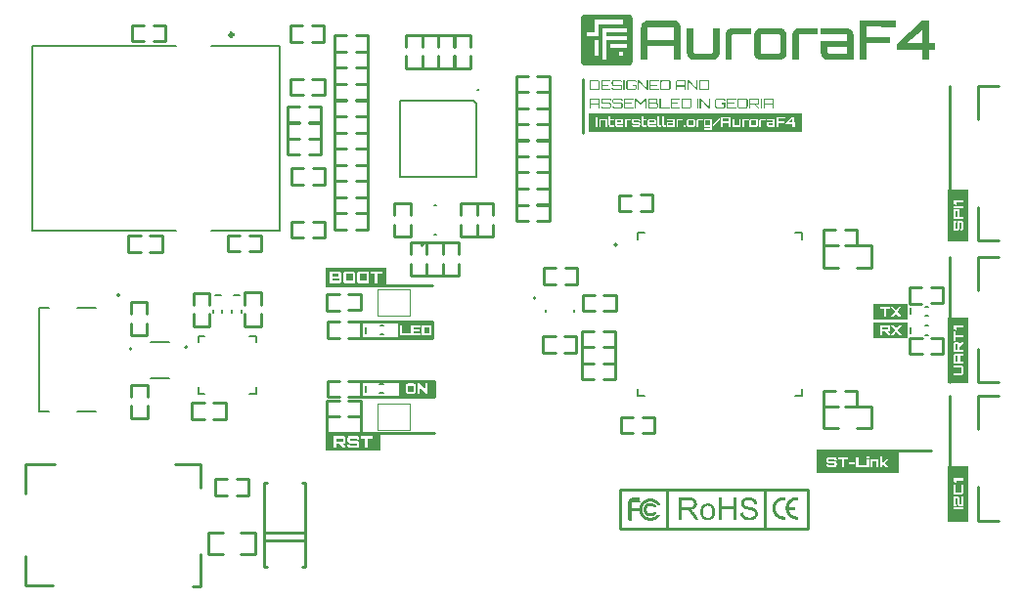
<source format=gto>
G04*
G04 #@! TF.GenerationSoftware,Altium Limited,Altium Designer,20.0.12 (288)*
G04*
G04 Layer_Color=65535*
%FSLAX44Y44*%
%MOMM*%
G71*
G01*
G75*
%ADD10C,0.2000*%
%ADD11C,0.3000*%
%ADD12C,0.2540*%
%ADD13C,0.1270*%
%ADD14C,0.1000*%
G36*
X1099293Y1064109D02*
X1099987D01*
Y1063761D01*
X1100335D01*
Y1063414D01*
X1100682D01*
Y1063066D01*
X1101030D01*
Y1062719D01*
X1101377D01*
Y1062372D01*
Y1062024D01*
X1101725D01*
Y1061677D01*
Y1061329D01*
Y1060982D01*
Y1060634D01*
Y1060287D01*
Y1059940D01*
Y1059592D01*
Y1059245D01*
Y1058897D01*
Y1058550D01*
Y1058202D01*
Y1057855D01*
Y1057507D01*
Y1057160D01*
Y1056813D01*
Y1056465D01*
Y1056118D01*
Y1055770D01*
Y1055423D01*
Y1055076D01*
Y1054728D01*
Y1054381D01*
Y1054033D01*
Y1053686D01*
Y1053338D01*
Y1052991D01*
Y1052644D01*
Y1052296D01*
Y1051949D01*
Y1051601D01*
Y1051254D01*
Y1050906D01*
Y1050559D01*
Y1050211D01*
Y1049864D01*
Y1049517D01*
Y1049169D01*
Y1048822D01*
Y1048474D01*
Y1048127D01*
Y1047779D01*
Y1047432D01*
Y1047085D01*
Y1046737D01*
Y1046390D01*
Y1046042D01*
Y1045695D01*
Y1045347D01*
Y1045000D01*
Y1044652D01*
Y1044305D01*
Y1043958D01*
Y1043610D01*
Y1043263D01*
Y1042915D01*
Y1042568D01*
Y1042220D01*
Y1041873D01*
Y1041526D01*
Y1041178D01*
Y1040831D01*
Y1040483D01*
Y1040136D01*
Y1039788D01*
Y1039441D01*
Y1039094D01*
Y1038746D01*
Y1038399D01*
Y1038051D01*
Y1037704D01*
Y1037356D01*
Y1037009D01*
Y1036662D01*
Y1036314D01*
Y1035967D01*
Y1035619D01*
Y1035272D01*
Y1034924D01*
Y1034577D01*
Y1034230D01*
Y1033882D01*
Y1033535D01*
Y1033187D01*
Y1032840D01*
Y1032492D01*
Y1032145D01*
Y1031797D01*
Y1031450D01*
Y1031103D01*
Y1030755D01*
Y1030408D01*
Y1030060D01*
Y1029713D01*
Y1029365D01*
Y1029018D01*
Y1028671D01*
Y1028323D01*
Y1027976D01*
Y1027628D01*
Y1027281D01*
Y1026933D01*
Y1026586D01*
Y1026238D01*
Y1025891D01*
Y1025544D01*
Y1025196D01*
Y1024849D01*
Y1024501D01*
Y1024154D01*
Y1023807D01*
Y1023459D01*
Y1023112D01*
Y1022764D01*
Y1022417D01*
X1101377D01*
Y1022069D01*
Y1021722D01*
X1101030D01*
Y1021374D01*
X1100682D01*
Y1021027D01*
X1100335D01*
Y1020679D01*
X1099987D01*
Y1020332D01*
X1099293D01*
Y1019985D01*
X1059685D01*
Y1020332D01*
X1058990D01*
Y1020679D01*
X1058643D01*
Y1021027D01*
X1058295D01*
Y1021374D01*
X1057948D01*
Y1021722D01*
X1057601D01*
Y1022069D01*
Y1022417D01*
X1057253D01*
Y1022764D01*
Y1023112D01*
Y1023459D01*
Y1023807D01*
Y1024154D01*
Y1024501D01*
Y1024849D01*
Y1025196D01*
Y1025544D01*
Y1025891D01*
Y1026238D01*
Y1026586D01*
Y1026933D01*
Y1027281D01*
Y1027628D01*
Y1027976D01*
Y1028323D01*
Y1028671D01*
Y1029018D01*
Y1029365D01*
Y1029713D01*
Y1030060D01*
Y1030408D01*
Y1030755D01*
Y1031103D01*
Y1031450D01*
Y1031797D01*
Y1032145D01*
Y1032492D01*
Y1032840D01*
Y1033187D01*
Y1033535D01*
Y1033882D01*
Y1034230D01*
Y1034577D01*
Y1034924D01*
Y1035272D01*
Y1035619D01*
Y1035967D01*
Y1036314D01*
Y1036662D01*
Y1037009D01*
Y1037356D01*
Y1037704D01*
Y1038051D01*
Y1038399D01*
Y1038746D01*
Y1039094D01*
Y1039441D01*
Y1039788D01*
Y1040136D01*
Y1040483D01*
Y1040831D01*
Y1041178D01*
Y1041526D01*
Y1041873D01*
Y1042220D01*
Y1042568D01*
Y1042915D01*
Y1043263D01*
Y1043610D01*
Y1043958D01*
Y1044305D01*
Y1044652D01*
Y1045000D01*
Y1045347D01*
Y1045695D01*
Y1046042D01*
Y1046390D01*
Y1046737D01*
Y1047085D01*
Y1047432D01*
Y1047779D01*
Y1048127D01*
Y1048474D01*
Y1048822D01*
Y1049169D01*
Y1049517D01*
Y1049864D01*
Y1050211D01*
Y1050559D01*
Y1050906D01*
Y1051254D01*
Y1051601D01*
Y1051949D01*
Y1052296D01*
Y1052644D01*
Y1052991D01*
Y1053338D01*
Y1053686D01*
Y1054033D01*
Y1054381D01*
Y1054728D01*
Y1055076D01*
Y1055423D01*
Y1055770D01*
Y1056118D01*
Y1056465D01*
Y1056813D01*
Y1057160D01*
Y1057507D01*
Y1057855D01*
Y1058202D01*
Y1058550D01*
Y1058897D01*
Y1059245D01*
Y1059592D01*
Y1059940D01*
Y1060287D01*
Y1060634D01*
Y1060982D01*
Y1061329D01*
Y1061677D01*
Y1062024D01*
X1057601D01*
Y1062372D01*
Y1062719D01*
X1057948D01*
Y1063066D01*
X1058295D01*
Y1063414D01*
X1058643D01*
Y1063761D01*
X1058990D01*
Y1064109D01*
X1059685D01*
Y1064456D01*
X1099293D01*
Y1064109D01*
D02*
G37*
G36*
X1108297Y645507D02*
X1108319D01*
Y645485D01*
X1108341D01*
Y645463D01*
Y645441D01*
X1108363D01*
Y645419D01*
X1108384D01*
Y645397D01*
Y645376D01*
X1108406D01*
Y645354D01*
Y645332D01*
Y645310D01*
Y645288D01*
Y645266D01*
Y645244D01*
Y645222D01*
Y645201D01*
Y645179D01*
Y645157D01*
Y645135D01*
Y645113D01*
Y645091D01*
Y645069D01*
Y645048D01*
Y645026D01*
Y645004D01*
Y644982D01*
Y644960D01*
Y644938D01*
Y644916D01*
Y644894D01*
Y644873D01*
Y644851D01*
Y644829D01*
Y644807D01*
Y644785D01*
Y644763D01*
Y644741D01*
Y644719D01*
Y644697D01*
Y644676D01*
Y644654D01*
Y644632D01*
Y644610D01*
Y644588D01*
Y644566D01*
Y644544D01*
Y644522D01*
Y644501D01*
Y644479D01*
Y644457D01*
Y644435D01*
Y644413D01*
Y644391D01*
Y644369D01*
Y644348D01*
Y644326D01*
Y644304D01*
Y644282D01*
Y644260D01*
Y644238D01*
Y644216D01*
Y644194D01*
Y644173D01*
Y644151D01*
Y644129D01*
Y644107D01*
Y644085D01*
Y644063D01*
Y644041D01*
Y644019D01*
Y643997D01*
Y643976D01*
Y643954D01*
Y643932D01*
Y643910D01*
Y643888D01*
Y643866D01*
Y643844D01*
Y643822D01*
Y643801D01*
Y643779D01*
Y643757D01*
Y643735D01*
Y643713D01*
Y643691D01*
Y643669D01*
Y643647D01*
Y643626D01*
Y643604D01*
Y643582D01*
Y643560D01*
Y643538D01*
Y643516D01*
Y643494D01*
Y643472D01*
Y643451D01*
Y643429D01*
Y643407D01*
Y643385D01*
Y643363D01*
Y643341D01*
Y643319D01*
Y643297D01*
Y643276D01*
Y643254D01*
Y643232D01*
Y643210D01*
Y643188D01*
Y643166D01*
Y643144D01*
Y643122D01*
Y643101D01*
Y643079D01*
Y643057D01*
Y643035D01*
Y643013D01*
Y642991D01*
Y642969D01*
Y642947D01*
Y642925D01*
Y642904D01*
Y642882D01*
Y642860D01*
Y642838D01*
Y642816D01*
Y642794D01*
Y642772D01*
Y642750D01*
Y642729D01*
Y642707D01*
Y642685D01*
Y642663D01*
Y642641D01*
Y642619D01*
Y642597D01*
Y642576D01*
Y642554D01*
Y642532D01*
Y642510D01*
Y642488D01*
Y642466D01*
Y642444D01*
Y642422D01*
Y642401D01*
Y642379D01*
Y642357D01*
Y642335D01*
Y642313D01*
Y642291D01*
Y642269D01*
Y642247D01*
Y642225D01*
Y642204D01*
X1108428D01*
Y642182D01*
X1108450D01*
Y642160D01*
X1108472D01*
Y642138D01*
Y642116D01*
X1108450D01*
Y642094D01*
X1108406D01*
Y642072D01*
X1102018D01*
Y642050D01*
X1101975D01*
Y642029D01*
X1101931D01*
Y642007D01*
X1101887D01*
Y641985D01*
X1101843D01*
Y641963D01*
X1101822D01*
Y641941D01*
X1101800D01*
Y641919D01*
X1101778D01*
Y641897D01*
X1101734D01*
Y641876D01*
X1101712D01*
Y641854D01*
Y641832D01*
X1101690D01*
Y641810D01*
X1101668D01*
Y641788D01*
X1101646D01*
Y641766D01*
X1101625D01*
Y641744D01*
Y641722D01*
X1101603D01*
Y641701D01*
X1101581D01*
Y641679D01*
Y641657D01*
X1101559D01*
Y641635D01*
Y641613D01*
Y641591D01*
X1101537D01*
Y641569D01*
Y641547D01*
Y641525D01*
Y641504D01*
Y641482D01*
Y641460D01*
Y641438D01*
X1101515D01*
Y641416D01*
X1101537D01*
Y641394D01*
X1101515D01*
Y641372D01*
X1101537D01*
Y641350D01*
X1101515D01*
Y641329D01*
X1101537D01*
Y641307D01*
X1101515D01*
Y641285D01*
X1101537D01*
Y641263D01*
X1101515D01*
Y641241D01*
X1101537D01*
Y641219D01*
X1101515D01*
Y641197D01*
X1101537D01*
Y641175D01*
X1101515D01*
Y641154D01*
X1101537D01*
Y641132D01*
X1101515D01*
Y641110D01*
X1101537D01*
Y641088D01*
X1101515D01*
Y641066D01*
X1101537D01*
Y641044D01*
X1101515D01*
Y641022D01*
X1101537D01*
Y641000D01*
X1101515D01*
Y640979D01*
X1101537D01*
Y640957D01*
X1101515D01*
Y640935D01*
X1101537D01*
Y640913D01*
X1101515D01*
Y640891D01*
X1101537D01*
Y640869D01*
X1101515D01*
Y640847D01*
X1101537D01*
Y640825D01*
X1101515D01*
Y640804D01*
X1101537D01*
Y640782D01*
X1101515D01*
Y640760D01*
X1101537D01*
Y640738D01*
X1101515D01*
Y640716D01*
X1101537D01*
Y640694D01*
X1101515D01*
Y640672D01*
X1101537D01*
Y640650D01*
X1101515D01*
Y640629D01*
X1101537D01*
Y640607D01*
X1101515D01*
Y640585D01*
X1101537D01*
Y640563D01*
X1101515D01*
Y640541D01*
X1101537D01*
Y640519D01*
X1101515D01*
Y640497D01*
X1101537D01*
Y640475D01*
X1101515D01*
Y640453D01*
X1101537D01*
Y640432D01*
X1101515D01*
Y640410D01*
X1101537D01*
Y640388D01*
X1101515D01*
Y640366D01*
X1101537D01*
Y640344D01*
X1101515D01*
Y640322D01*
X1101537D01*
Y640300D01*
X1101515D01*
Y640278D01*
X1101537D01*
Y640257D01*
X1101515D01*
Y640235D01*
X1101537D01*
Y640213D01*
X1101515D01*
Y640191D01*
X1101537D01*
Y640169D01*
X1101515D01*
Y640147D01*
X1101537D01*
Y640125D01*
X1101515D01*
Y640104D01*
X1101537D01*
Y640082D01*
X1101515D01*
Y640060D01*
X1101537D01*
Y640038D01*
X1101515D01*
Y640016D01*
X1101537D01*
Y639994D01*
X1101515D01*
Y639972D01*
X1101537D01*
Y639950D01*
X1101515D01*
Y639929D01*
X1101537D01*
Y639907D01*
X1101515D01*
Y639885D01*
X1101537D01*
Y639863D01*
X1101515D01*
Y639841D01*
X1101537D01*
Y639819D01*
X1101515D01*
Y639797D01*
X1101537D01*
Y639775D01*
X1101515D01*
Y639753D01*
X1101537D01*
Y639732D01*
X1101515D01*
Y639710D01*
X1101537D01*
Y639688D01*
X1101515D01*
Y639666D01*
X1101537D01*
Y639644D01*
X1101515D01*
Y639622D01*
X1101537D01*
Y639600D01*
X1101515D01*
Y639579D01*
X1101537D01*
Y639557D01*
X1101515D01*
Y639535D01*
X1101537D01*
Y639513D01*
X1101515D01*
Y639491D01*
X1101537D01*
Y639469D01*
X1101515D01*
Y639447D01*
X1101537D01*
Y639425D01*
X1101515D01*
Y639403D01*
X1101537D01*
Y639382D01*
X1101515D01*
Y639360D01*
X1101537D01*
Y639338D01*
X1101515D01*
Y639316D01*
X1101537D01*
Y639294D01*
X1101515D01*
Y639272D01*
X1101537D01*
Y639250D01*
X1101515D01*
Y639228D01*
X1101537D01*
Y639207D01*
X1101515D01*
Y639185D01*
X1101537D01*
Y639163D01*
X1101515D01*
Y639141D01*
X1101537D01*
Y639119D01*
X1101515D01*
Y639097D01*
X1101537D01*
Y639075D01*
X1101515D01*
Y639053D01*
X1101537D01*
Y639032D01*
X1101515D01*
Y639010D01*
X1101537D01*
Y638988D01*
X1101515D01*
Y638966D01*
X1101537D01*
Y638944D01*
X1101515D01*
Y638922D01*
X1101537D01*
Y638900D01*
X1101515D01*
Y638878D01*
X1101537D01*
Y638857D01*
X1101515D01*
Y638835D01*
X1101537D01*
Y638813D01*
X1101515D01*
Y638791D01*
X1101537D01*
Y638769D01*
X1101515D01*
Y638747D01*
X1101537D01*
Y638725D01*
X1101515D01*
Y638703D01*
X1101537D01*
Y638682D01*
X1101515D01*
Y638660D01*
X1101537D01*
Y638638D01*
X1101515D01*
Y638616D01*
X1101537D01*
Y638594D01*
X1101515D01*
Y638572D01*
X1101537D01*
Y638550D01*
X1101515D01*
Y638528D01*
X1101537D01*
Y638507D01*
X1101515D01*
Y638485D01*
X1101537D01*
Y638463D01*
X1101515D01*
Y638441D01*
X1101537D01*
Y638419D01*
X1101515D01*
Y638397D01*
X1101537D01*
Y638375D01*
X1101515D01*
Y638353D01*
X1101537D01*
Y638331D01*
X1101515D01*
Y638310D01*
X1101537D01*
Y638288D01*
X1101515D01*
Y638266D01*
X1101537D01*
Y638244D01*
X1101515D01*
Y638222D01*
X1101537D01*
Y638200D01*
X1101515D01*
Y638178D01*
X1101537D01*
Y638157D01*
X1101515D01*
Y638135D01*
X1101537D01*
Y638113D01*
X1101515D01*
Y638091D01*
X1101537D01*
Y638069D01*
X1101515D01*
Y638047D01*
X1101537D01*
Y638025D01*
X1101515D01*
Y638003D01*
X1101537D01*
Y637981D01*
X1101515D01*
Y637960D01*
X1101537D01*
Y637938D01*
X1101515D01*
Y637916D01*
X1101537D01*
Y637894D01*
X1101515D01*
Y637872D01*
X1101537D01*
Y637850D01*
X1101515D01*
Y637828D01*
X1101537D01*
Y637807D01*
X1101515D01*
Y637785D01*
X1101537D01*
Y637763D01*
X1101515D01*
Y637741D01*
X1101537D01*
Y637719D01*
X1101515D01*
Y637697D01*
X1101537D01*
Y637675D01*
X1101515D01*
Y637653D01*
X1101537D01*
Y637631D01*
X1101515D01*
Y637610D01*
X1101537D01*
Y637588D01*
X1101515D01*
Y637566D01*
X1101537D01*
Y637544D01*
X1101515D01*
Y637522D01*
X1101537D01*
Y637500D01*
X1101515D01*
Y637478D01*
X1101537D01*
Y637457D01*
X1101515D01*
Y637435D01*
X1101537D01*
Y637413D01*
X1101515D01*
Y637391D01*
X1101537D01*
Y637369D01*
X1101515D01*
Y637347D01*
X1101537D01*
Y637325D01*
X1101515D01*
Y637303D01*
X1101537D01*
Y637281D01*
X1101515D01*
Y637260D01*
X1101537D01*
Y637238D01*
X1101515D01*
Y637216D01*
X1101537D01*
Y637194D01*
X1101515D01*
Y637172D01*
X1101537D01*
Y637150D01*
X1101515D01*
Y637128D01*
X1101537D01*
Y637106D01*
X1101515D01*
Y637085D01*
X1101537D01*
Y637063D01*
X1101515D01*
Y637041D01*
X1101537D01*
Y637019D01*
X1101515D01*
Y636997D01*
X1101537D01*
Y636975D01*
X1101515D01*
Y636953D01*
X1101537D01*
Y636931D01*
X1101515D01*
Y636910D01*
X1101537D01*
Y636888D01*
X1101515D01*
Y636866D01*
X1101537D01*
Y636844D01*
X1101515D01*
Y636822D01*
X1101537D01*
Y636800D01*
X1101515D01*
Y636778D01*
X1101537D01*
Y636756D01*
X1101515D01*
Y636735D01*
X1101537D01*
Y636713D01*
X1101515D01*
Y636691D01*
Y636669D01*
X1101537D01*
Y636647D01*
X1101559D01*
Y636625D01*
X1101646D01*
Y636603D01*
X1107728D01*
Y636625D01*
Y636647D01*
Y636669D01*
Y636691D01*
X1107750D01*
Y636713D01*
Y636735D01*
Y636756D01*
Y636778D01*
Y636800D01*
Y636822D01*
X1107772D01*
Y636844D01*
Y636866D01*
Y636888D01*
Y636910D01*
Y636931D01*
Y636953D01*
Y636975D01*
X1107794D01*
Y636997D01*
Y637019D01*
Y637041D01*
Y637063D01*
Y637085D01*
Y637106D01*
X1107816D01*
Y637128D01*
Y637150D01*
Y637172D01*
Y637194D01*
Y637216D01*
Y637238D01*
X1107838D01*
Y637260D01*
Y637281D01*
Y637303D01*
Y637325D01*
X1107859D01*
Y637347D01*
Y637369D01*
Y637391D01*
Y637413D01*
Y637435D01*
X1107881D01*
Y637457D01*
Y637478D01*
Y637500D01*
Y637522D01*
X1107903D01*
Y637544D01*
Y637566D01*
Y637588D01*
Y637610D01*
X1107925D01*
Y637631D01*
Y637653D01*
Y637675D01*
Y637697D01*
X1107947D01*
Y637719D01*
Y637741D01*
Y637763D01*
Y637785D01*
X1107969D01*
Y637807D01*
Y637828D01*
Y637850D01*
Y637872D01*
X1107991D01*
Y637894D01*
Y637916D01*
Y637938D01*
X1108012D01*
Y637960D01*
Y637981D01*
Y638003D01*
Y638025D01*
X1108034D01*
Y638047D01*
Y638069D01*
Y638091D01*
Y638113D01*
X1108056D01*
Y638135D01*
Y638157D01*
Y638178D01*
X1108078D01*
Y638200D01*
Y638222D01*
Y638244D01*
X1108100D01*
Y638266D01*
Y638288D01*
Y638310D01*
X1108122D01*
Y638331D01*
Y638353D01*
Y638375D01*
X1108144D01*
Y638397D01*
Y638419D01*
Y638441D01*
X1108166D01*
Y638463D01*
Y638485D01*
Y638507D01*
X1108187D01*
Y638528D01*
Y638550D01*
Y638572D01*
X1108209D01*
Y638594D01*
Y638616D01*
X1108231D01*
Y638638D01*
Y638660D01*
Y638682D01*
X1108253D01*
Y638703D01*
Y638725D01*
Y638747D01*
X1108275D01*
Y638769D01*
Y638791D01*
Y638813D01*
X1108297D01*
Y638835D01*
Y638857D01*
Y638878D01*
X1108319D01*
Y638900D01*
Y638922D01*
X1108341D01*
Y638944D01*
Y638966D01*
X1108363D01*
Y638988D01*
Y639010D01*
Y639032D01*
X1108384D01*
Y639053D01*
Y639075D01*
X1108406D01*
Y639097D01*
Y639119D01*
X1108428D01*
Y639141D01*
Y639163D01*
Y639185D01*
X1108450D01*
Y639207D01*
Y639228D01*
X1108472D01*
Y639250D01*
Y639272D01*
Y639294D01*
X1108494D01*
Y639316D01*
Y639338D01*
X1108516D01*
Y639360D01*
Y639382D01*
X1108538D01*
Y639403D01*
Y639425D01*
X1108559D01*
Y639447D01*
Y639469D01*
X1108581D01*
Y639491D01*
Y639513D01*
X1108603D01*
Y639535D01*
Y639557D01*
X1108625D01*
Y639579D01*
Y639600D01*
X1108647D01*
Y639622D01*
Y639644D01*
X1108669D01*
Y639666D01*
Y639688D01*
X1108691D01*
Y639710D01*
Y639732D01*
X1108712D01*
Y639753D01*
Y639775D01*
X1108734D01*
Y639797D01*
Y639819D01*
X1108756D01*
Y639841D01*
Y639863D01*
X1108778D01*
Y639885D01*
Y639907D01*
X1108800D01*
Y639929D01*
Y639950D01*
X1108822D01*
Y639972D01*
Y639994D01*
X1108844D01*
Y640016D01*
X1108866D01*
Y640038D01*
Y640060D01*
X1108887D01*
Y640082D01*
Y640104D01*
X1108909D01*
Y640125D01*
Y640147D01*
X1108931D01*
Y640169D01*
X1108953D01*
Y640191D01*
Y640213D01*
X1108975D01*
Y640235D01*
Y640257D01*
X1108997D01*
Y640278D01*
Y640300D01*
X1109019D01*
Y640322D01*
X1109041D01*
Y640344D01*
Y640366D01*
X1109063D01*
Y640388D01*
Y640410D01*
X1109084D01*
Y640432D01*
X1109106D01*
Y640453D01*
Y640475D01*
X1109128D01*
Y640497D01*
X1109150D01*
Y640519D01*
Y640541D01*
X1109172D01*
Y640563D01*
X1109194D01*
Y640585D01*
Y640607D01*
X1109216D01*
Y640629D01*
Y640650D01*
X1109238D01*
Y640672D01*
X1109259D01*
Y640694D01*
Y640716D01*
X1109281D01*
Y640738D01*
X1109303D01*
Y640760D01*
X1109325D01*
Y640782D01*
Y640804D01*
X1109347D01*
Y640825D01*
X1109369D01*
Y640847D01*
Y640869D01*
X1109391D01*
Y640891D01*
X1109413D01*
Y640913D01*
Y640935D01*
X1109435D01*
Y640957D01*
X1109456D01*
Y640979D01*
Y641000D01*
X1109478D01*
Y641022D01*
X1109500D01*
Y641044D01*
X1109522D01*
Y641066D01*
Y641088D01*
X1109544D01*
Y641110D01*
X1109566D01*
Y641132D01*
X1109588D01*
Y641154D01*
Y641175D01*
X1109610D01*
Y641197D01*
X1109631D01*
Y641219D01*
X1109653D01*
Y641241D01*
Y641263D01*
X1109675D01*
Y641285D01*
X1109697D01*
Y641307D01*
X1109719D01*
Y641329D01*
X1109741D01*
Y641350D01*
Y641372D01*
X1109763D01*
Y641394D01*
X1109784D01*
Y641416D01*
X1109806D01*
Y641438D01*
X1109828D01*
Y641460D01*
X1109850D01*
Y641482D01*
Y641504D01*
X1109872D01*
Y641525D01*
X1109894D01*
Y641547D01*
X1109916D01*
Y641569D01*
X1109938D01*
Y641591D01*
Y641613D01*
X1109959D01*
Y641635D01*
X1109981D01*
Y641657D01*
X1110003D01*
Y641679D01*
X1110025D01*
Y641701D01*
X1110047D01*
Y641722D01*
X1110069D01*
Y641744D01*
X1110091D01*
Y641766D01*
Y641788D01*
X1110113D01*
Y641810D01*
X1110135D01*
Y641832D01*
X1110156D01*
Y641854D01*
X1110178D01*
Y641876D01*
X1110200D01*
Y641897D01*
X1110222D01*
Y641919D01*
X1110244D01*
Y641941D01*
X1110266D01*
Y641963D01*
X1110288D01*
Y641985D01*
X1110310D01*
Y642007D01*
X1110331D01*
Y642029D01*
X1110353D01*
Y642050D01*
X1110375D01*
Y642072D01*
Y642094D01*
X1110397D01*
Y642116D01*
X1110419D01*
Y642138D01*
X1110441D01*
Y642160D01*
X1110463D01*
Y642182D01*
X1110484D01*
Y642204D01*
X1110506D01*
Y642225D01*
X1110528D01*
Y642247D01*
X1110550D01*
Y642269D01*
X1110572D01*
Y642291D01*
X1110616D01*
Y642313D01*
X1110638D01*
Y642335D01*
X1110659D01*
Y642357D01*
X1110681D01*
Y642379D01*
X1110703D01*
Y642401D01*
X1110725D01*
Y642422D01*
X1110747D01*
Y642444D01*
X1110769D01*
Y642466D01*
X1110791D01*
Y642488D01*
X1110813D01*
Y642510D01*
X1110835D01*
Y642532D01*
X1110856D01*
Y642554D01*
X1110900D01*
Y642576D01*
X1110922D01*
Y642597D01*
X1110944D01*
Y642619D01*
X1110966D01*
Y642641D01*
X1110988D01*
Y642663D01*
X1111010D01*
Y642685D01*
X1111031D01*
Y642707D01*
X1111075D01*
Y642729D01*
X1111097D01*
Y642750D01*
X1111119D01*
Y642772D01*
X1111141D01*
Y642794D01*
X1111184D01*
Y642816D01*
X1111206D01*
Y642838D01*
X1111228D01*
Y642860D01*
X1111250D01*
Y642882D01*
X1111272D01*
Y642904D01*
X1111316D01*
Y642925D01*
X1111338D01*
Y642947D01*
X1111360D01*
Y642969D01*
X1111381D01*
Y642991D01*
X1111425D01*
Y643013D01*
X1111447D01*
Y643035D01*
X1111469D01*
Y643057D01*
X1111513D01*
Y643079D01*
X1111535D01*
Y643101D01*
X1111556D01*
Y643122D01*
X1111600D01*
Y643144D01*
X1111622D01*
Y643166D01*
X1111644D01*
Y643188D01*
X1111688D01*
Y643210D01*
X1111710D01*
Y643232D01*
X1111753D01*
Y643254D01*
X1111775D01*
Y643276D01*
X1111819D01*
Y643297D01*
X1111841D01*
Y643319D01*
X1111863D01*
Y643341D01*
X1111907D01*
Y643363D01*
X1111928D01*
Y643385D01*
X1111972D01*
Y643407D01*
X1111994D01*
Y643429D01*
X1112038D01*
Y643451D01*
X1112060D01*
Y643472D01*
X1112103D01*
Y643494D01*
X1112147D01*
Y643516D01*
X1112169D01*
Y643538D01*
X1112213D01*
Y643560D01*
X1112235D01*
Y643582D01*
X1112278D01*
Y643604D01*
X1112322D01*
Y643626D01*
X1112344D01*
Y643647D01*
X1112388D01*
Y643669D01*
X1112431D01*
Y643691D01*
X1112453D01*
Y643713D01*
X1112497D01*
Y643735D01*
X1112541D01*
Y643757D01*
X1112585D01*
Y643779D01*
X1112607D01*
Y643801D01*
X1112650D01*
Y643822D01*
X1112694D01*
Y643844D01*
X1112738D01*
Y643866D01*
X1112782D01*
Y643888D01*
X1112803D01*
Y643910D01*
X1112847D01*
Y643932D01*
X1112891D01*
Y643954D01*
X1112956D01*
Y643976D01*
X1113000D01*
Y643997D01*
X1113044D01*
Y644019D01*
X1113088D01*
Y644041D01*
X1113132D01*
Y644063D01*
X1113175D01*
Y644085D01*
X1113219D01*
Y644107D01*
X1113263D01*
Y644129D01*
X1113307D01*
Y644151D01*
X1113350D01*
Y644173D01*
X1113416D01*
Y644194D01*
X1113460D01*
Y644216D01*
X1113503D01*
Y644238D01*
X1113569D01*
Y644260D01*
X1113613D01*
Y644282D01*
X1113657D01*
Y644304D01*
X1113722D01*
Y644326D01*
X1113766D01*
Y644348D01*
X1113832D01*
Y644369D01*
X1113875D01*
Y644391D01*
X1113941D01*
Y644413D01*
X1114007D01*
Y644435D01*
X1114072D01*
Y644457D01*
X1114138D01*
Y644479D01*
X1114203D01*
Y644501D01*
X1114247D01*
Y644522D01*
X1114313D01*
Y644544D01*
X1114379D01*
Y644566D01*
X1114444D01*
Y644588D01*
X1114532D01*
Y644610D01*
X1114597D01*
Y644632D01*
X1114685D01*
Y644654D01*
X1114772D01*
Y644676D01*
X1114860D01*
Y644697D01*
X1114925D01*
Y644719D01*
X1115013D01*
Y644741D01*
X1115122D01*
Y644763D01*
X1115210D01*
Y644785D01*
X1115297D01*
Y644807D01*
X1115407D01*
Y644829D01*
X1115516D01*
Y644851D01*
X1115625D01*
Y644873D01*
X1115779D01*
Y644894D01*
X1115932D01*
Y644916D01*
X1116107D01*
Y644938D01*
X1116282D01*
Y644960D01*
X1116522D01*
Y644982D01*
X1116872D01*
Y645004D01*
X1117747D01*
Y644982D01*
X1118076D01*
Y644960D01*
X1118316D01*
Y644938D01*
X1118513D01*
Y644916D01*
X1118666D01*
Y644894D01*
X1118841D01*
Y644873D01*
X1118972D01*
Y644851D01*
X1119104D01*
Y644829D01*
X1119213D01*
Y644807D01*
X1119301D01*
Y644785D01*
X1119410D01*
Y644763D01*
X1119498D01*
Y644741D01*
X1119585D01*
Y644719D01*
X1119672D01*
Y644697D01*
X1119760D01*
Y644676D01*
X1119847D01*
Y644654D01*
X1119935D01*
Y644632D01*
X1120023D01*
Y644610D01*
X1120088D01*
Y644588D01*
X1120154D01*
Y644566D01*
X1120219D01*
Y644544D01*
X1120285D01*
Y644522D01*
X1120351D01*
Y644501D01*
X1120416D01*
Y644479D01*
X1120482D01*
Y644457D01*
X1120548D01*
Y644435D01*
X1120613D01*
Y644413D01*
X1120679D01*
Y644391D01*
X1120723D01*
Y644369D01*
X1120788D01*
Y644348D01*
X1120854D01*
Y644326D01*
X1120898D01*
Y644304D01*
X1120941D01*
Y644282D01*
X1121007D01*
Y644260D01*
X1121051D01*
Y644238D01*
X1121095D01*
Y644216D01*
X1121160D01*
Y644194D01*
X1121204D01*
Y644173D01*
X1121248D01*
Y644151D01*
X1121313D01*
Y644129D01*
X1121357D01*
Y644107D01*
X1121401D01*
Y644085D01*
X1121444D01*
Y644063D01*
X1121488D01*
Y644041D01*
X1121532D01*
Y644019D01*
X1121576D01*
Y643997D01*
X1121619D01*
Y643976D01*
X1121663D01*
Y643954D01*
X1121707D01*
Y643932D01*
X1121751D01*
Y643910D01*
X1121795D01*
Y643888D01*
X1121838D01*
Y643866D01*
X1121882D01*
Y643844D01*
X1121926D01*
Y643822D01*
X1121948D01*
Y643801D01*
X1121991D01*
Y643779D01*
X1122035D01*
Y643757D01*
X1122079D01*
Y643735D01*
X1122123D01*
Y643713D01*
X1122144D01*
Y643691D01*
X1122188D01*
Y643669D01*
X1122232D01*
Y643647D01*
X1122254D01*
Y643626D01*
X1122298D01*
Y643604D01*
X1122341D01*
Y643582D01*
X1122363D01*
Y643560D01*
X1122407D01*
Y643538D01*
X1122429D01*
Y643516D01*
X1122473D01*
Y643494D01*
X1122516D01*
Y643472D01*
X1122538D01*
Y643451D01*
X1122582D01*
Y643429D01*
X1122604D01*
Y643407D01*
X1122648D01*
Y643385D01*
X1122670D01*
Y643363D01*
X1122713D01*
Y643341D01*
X1122735D01*
Y643319D01*
X1122779D01*
Y643297D01*
X1122801D01*
Y643276D01*
X1122845D01*
Y643254D01*
X1122867D01*
Y643232D01*
X1122888D01*
Y643210D01*
X1122932D01*
Y643188D01*
X1122954D01*
Y643166D01*
X1122998D01*
Y643144D01*
X1123020D01*
Y643122D01*
X1123042D01*
Y643101D01*
X1123085D01*
Y643079D01*
X1123107D01*
Y643057D01*
X1123129D01*
Y643035D01*
X1123173D01*
Y643013D01*
X1123195D01*
Y642991D01*
X1123216D01*
Y642969D01*
X1123260D01*
Y642947D01*
X1123282D01*
Y642925D01*
X1123304D01*
Y642904D01*
X1123326D01*
Y642882D01*
X1123370D01*
Y642860D01*
X1123391D01*
Y642838D01*
X1123413D01*
Y642816D01*
X1123435D01*
Y642794D01*
X1123479D01*
Y642772D01*
X1123501D01*
Y642750D01*
X1123523D01*
Y642729D01*
X1123545D01*
Y642707D01*
X1123567D01*
Y642685D01*
X1123588D01*
Y642663D01*
X1123632D01*
Y642641D01*
X1123654D01*
Y642619D01*
X1123676D01*
Y642597D01*
X1123698D01*
Y642576D01*
X1123720D01*
Y642554D01*
X1123742D01*
Y642532D01*
X1123763D01*
Y642510D01*
X1123807D01*
Y642488D01*
X1123829D01*
Y642466D01*
X1123851D01*
Y642444D01*
X1123873D01*
Y642422D01*
X1123895D01*
Y642401D01*
X1123916D01*
Y642379D01*
X1123938D01*
Y642357D01*
X1123960D01*
Y642335D01*
X1123982D01*
Y642313D01*
X1124004D01*
Y642291D01*
X1124026D01*
Y642269D01*
X1124048D01*
Y642247D01*
X1124070D01*
Y642225D01*
X1124092D01*
Y642204D01*
X1124113D01*
Y642182D01*
X1124135D01*
Y642160D01*
X1124157D01*
Y642138D01*
X1124179D01*
Y642116D01*
X1124201D01*
Y642094D01*
X1124223D01*
Y642072D01*
X1124245D01*
Y642050D01*
X1124267D01*
Y642029D01*
X1124288D01*
Y642007D01*
X1124310D01*
Y641985D01*
X1124332D01*
Y641963D01*
X1124354D01*
Y641941D01*
X1124376D01*
Y641919D01*
X1124398D01*
Y641897D01*
X1124420D01*
Y641876D01*
X1124442D01*
Y641854D01*
X1124463D01*
Y641832D01*
Y641810D01*
X1124485D01*
Y641788D01*
X1124507D01*
Y641766D01*
X1124529D01*
Y641744D01*
X1124551D01*
Y641722D01*
X1124573D01*
Y641701D01*
X1124595D01*
Y641679D01*
X1124617D01*
Y641657D01*
X1124638D01*
Y641635D01*
Y641613D01*
X1124660D01*
Y641591D01*
X1124682D01*
Y641569D01*
X1124704D01*
Y641547D01*
X1124726D01*
Y641525D01*
X1124748D01*
Y641504D01*
Y641482D01*
X1124770D01*
Y641460D01*
X1124792D01*
Y641438D01*
X1124814D01*
Y641416D01*
X1124835D01*
Y641394D01*
X1124857D01*
Y641372D01*
Y641350D01*
X1124879D01*
Y641329D01*
X1124901D01*
Y641307D01*
X1124923D01*
Y641285D01*
Y641263D01*
X1124945D01*
Y641241D01*
X1124967D01*
Y641219D01*
X1124988D01*
Y641197D01*
X1125010D01*
Y641175D01*
Y641154D01*
X1125032D01*
Y641132D01*
X1125054D01*
Y641110D01*
X1125076D01*
Y641088D01*
Y641066D01*
X1125098D01*
Y641044D01*
X1125120D01*
Y641022D01*
Y641000D01*
X1125142D01*
Y640979D01*
X1125163D01*
Y640957D01*
X1125185D01*
Y640935D01*
Y640913D01*
X1125207D01*
Y640891D01*
X1125229D01*
Y640869D01*
Y640847D01*
X1125251D01*
Y640825D01*
X1125273D01*
Y640804D01*
X1125295D01*
Y640782D01*
Y640760D01*
X1125317D01*
Y640738D01*
X1125339D01*
Y640716D01*
Y640694D01*
X1125360D01*
Y640672D01*
Y640650D01*
X1125382D01*
Y640629D01*
X1125404D01*
Y640607D01*
X1125426D01*
Y640585D01*
Y640563D01*
X1125448D01*
Y640541D01*
Y640519D01*
X1125470D01*
Y640497D01*
X1125492D01*
Y640475D01*
Y640453D01*
X1125514D01*
Y640432D01*
X1125535D01*
Y640410D01*
Y640388D01*
X1125557D01*
Y640366D01*
Y640344D01*
X1125579D01*
Y640322D01*
X1125601D01*
Y640300D01*
Y640278D01*
X1125623D01*
Y640257D01*
Y640235D01*
X1125645D01*
Y640213D01*
X1125667D01*
Y640191D01*
Y640169D01*
X1125688D01*
Y640147D01*
Y640125D01*
X1125710D01*
Y640104D01*
X1125732D01*
Y640082D01*
Y640060D01*
X1125754D01*
Y640038D01*
Y640016D01*
X1125776D01*
Y639994D01*
Y639972D01*
X1125798D01*
Y639950D01*
Y639929D01*
X1125820D01*
Y639907D01*
Y639885D01*
X1125842D01*
Y639863D01*
Y639841D01*
X1125863D01*
Y639819D01*
Y639797D01*
X1125885D01*
Y639775D01*
X1125907D01*
Y639753D01*
Y639732D01*
X1125929D01*
Y639710D01*
Y639688D01*
X1125951D01*
Y639666D01*
Y639644D01*
X1125973D01*
Y639622D01*
Y639600D01*
X1125995D01*
Y639579D01*
Y639557D01*
X1126017D01*
Y639535D01*
Y639513D01*
X1122976D01*
Y639535D01*
Y639557D01*
X1122954D01*
Y639579D01*
X1122932D01*
Y639600D01*
X1122910D01*
Y639622D01*
Y639644D01*
X1122888D01*
Y639666D01*
X1122867D01*
Y639688D01*
X1122845D01*
Y639710D01*
X1122823D01*
Y639732D01*
Y639753D01*
X1122801D01*
Y639775D01*
X1122779D01*
Y639797D01*
X1122757D01*
Y639819D01*
X1122735D01*
Y639841D01*
Y639863D01*
X1122713D01*
Y639885D01*
X1122691D01*
Y639907D01*
X1122670D01*
Y639929D01*
X1122648D01*
Y639950D01*
X1122626D01*
Y639972D01*
X1122604D01*
Y639994D01*
Y640016D01*
X1122582D01*
Y640038D01*
X1122560D01*
Y640060D01*
X1122538D01*
Y640082D01*
X1122516D01*
Y640104D01*
X1122495D01*
Y640125D01*
X1122473D01*
Y640147D01*
X1122451D01*
Y640169D01*
X1122429D01*
Y640191D01*
X1122407D01*
Y640213D01*
X1122385D01*
Y640235D01*
X1122363D01*
Y640257D01*
X1122341D01*
Y640278D01*
X1122320D01*
Y640300D01*
X1122298D01*
Y640322D01*
X1122276D01*
Y640344D01*
X1122254D01*
Y640366D01*
X1122232D01*
Y640388D01*
X1122210D01*
Y640410D01*
X1122188D01*
Y640432D01*
X1122166D01*
Y640453D01*
X1122144D01*
Y640475D01*
X1122123D01*
Y640497D01*
X1122101D01*
Y640519D01*
X1122079D01*
Y640541D01*
X1122057D01*
Y640563D01*
X1122035D01*
Y640585D01*
X1122013D01*
Y640607D01*
X1121991D01*
Y640629D01*
X1121948D01*
Y640650D01*
X1121926D01*
Y640672D01*
X1121904D01*
Y640694D01*
X1121882D01*
Y640716D01*
X1121860D01*
Y640738D01*
X1121838D01*
Y640760D01*
X1121795D01*
Y640782D01*
X1121773D01*
Y640804D01*
X1121751D01*
Y640825D01*
X1121729D01*
Y640847D01*
X1121707D01*
Y640869D01*
X1121663D01*
Y640891D01*
X1121641D01*
Y640913D01*
X1121619D01*
Y640935D01*
X1121576D01*
Y640957D01*
X1121554D01*
Y640979D01*
X1121532D01*
Y641000D01*
X1121510D01*
Y641022D01*
X1121466D01*
Y641044D01*
X1121444D01*
Y641066D01*
X1121401D01*
Y641088D01*
X1121379D01*
Y641110D01*
X1121335D01*
Y641132D01*
X1121313D01*
Y641154D01*
X1121291D01*
Y641175D01*
X1121248D01*
Y641197D01*
X1121226D01*
Y641219D01*
X1121182D01*
Y641241D01*
X1121160D01*
Y641263D01*
X1121116D01*
Y641285D01*
X1121095D01*
Y641307D01*
X1121051D01*
Y641329D01*
X1121007D01*
Y641350D01*
X1120985D01*
Y641372D01*
X1120941D01*
Y641394D01*
X1120898D01*
Y641416D01*
X1120876D01*
Y641438D01*
X1120832D01*
Y641460D01*
X1120788D01*
Y641482D01*
X1120766D01*
Y641504D01*
X1120723D01*
Y641525D01*
X1120679D01*
Y641547D01*
X1120635D01*
Y641569D01*
X1120591D01*
Y641591D01*
X1120548D01*
Y641613D01*
X1120504D01*
Y641635D01*
X1120460D01*
Y641657D01*
X1120416D01*
Y641679D01*
X1120373D01*
Y641701D01*
X1120329D01*
Y641722D01*
X1120285D01*
Y641744D01*
X1120241D01*
Y641766D01*
X1120198D01*
Y641788D01*
X1120132D01*
Y641810D01*
X1120088D01*
Y641832D01*
X1120044D01*
Y641854D01*
X1119979D01*
Y641876D01*
X1119935D01*
Y641897D01*
X1119869D01*
Y641919D01*
X1119826D01*
Y641941D01*
X1119760D01*
Y641963D01*
X1119716D01*
Y641985D01*
X1119651D01*
Y642007D01*
X1119585D01*
Y642029D01*
X1119519D01*
Y642050D01*
X1119432D01*
Y642072D01*
X1119366D01*
Y642094D01*
X1119301D01*
Y642116D01*
X1119235D01*
Y642138D01*
X1119147D01*
Y642160D01*
X1119082D01*
Y642182D01*
X1118994D01*
Y642204D01*
X1118907D01*
Y642225D01*
X1118798D01*
Y642247D01*
X1118666D01*
Y642269D01*
X1118557D01*
Y642291D01*
X1118426D01*
Y642313D01*
X1118272D01*
Y642335D01*
X1118119D01*
Y642357D01*
X1117901D01*
Y642379D01*
X1117551D01*
Y642401D01*
X1117069D01*
Y642379D01*
X1116719D01*
Y642357D01*
X1116500D01*
Y642335D01*
X1116326D01*
Y642313D01*
X1116194D01*
Y642291D01*
X1116063D01*
Y642269D01*
X1115932D01*
Y642247D01*
X1115822D01*
Y642225D01*
X1115713D01*
Y642204D01*
X1115625D01*
Y642182D01*
X1115538D01*
Y642160D01*
X1115450D01*
Y642138D01*
X1115385D01*
Y642116D01*
X1115319D01*
Y642094D01*
X1115232D01*
Y642072D01*
X1115166D01*
Y642050D01*
X1115100D01*
Y642029D01*
X1115035D01*
Y642007D01*
X1114969D01*
Y641985D01*
X1114903D01*
Y641963D01*
X1114838D01*
Y641941D01*
X1114794D01*
Y641919D01*
X1114728D01*
Y641897D01*
X1114685D01*
Y641876D01*
X1114619D01*
Y641854D01*
X1114575D01*
Y641832D01*
X1114532D01*
Y641810D01*
X1114466D01*
Y641788D01*
X1114422D01*
Y641766D01*
X1114379D01*
Y641744D01*
X1114313D01*
Y641722D01*
X1114269D01*
Y641701D01*
X1114225D01*
Y641679D01*
X1114182D01*
Y641657D01*
X1114138D01*
Y641635D01*
X1114094D01*
Y641613D01*
X1114072D01*
Y641591D01*
X1114028D01*
Y641569D01*
X1113985D01*
Y641547D01*
X1113941D01*
Y641525D01*
X1113897D01*
Y641504D01*
X1113854D01*
Y641482D01*
X1113810D01*
Y641460D01*
X1113788D01*
Y641438D01*
X1113744D01*
Y641416D01*
X1113700D01*
Y641394D01*
X1113678D01*
Y641372D01*
X1113635D01*
Y641350D01*
X1113591D01*
Y641329D01*
X1113569D01*
Y641307D01*
X1113525D01*
Y641285D01*
X1113482D01*
Y641263D01*
X1113460D01*
Y641241D01*
X1113416D01*
Y641219D01*
X1113394D01*
Y641197D01*
X1113372D01*
Y641175D01*
X1113328D01*
Y641154D01*
X1113307D01*
Y641132D01*
X1113263D01*
Y641110D01*
X1113241D01*
Y641088D01*
X1113197D01*
Y641066D01*
X1113175D01*
Y641044D01*
X1113153D01*
Y641022D01*
X1113110D01*
Y641000D01*
X1113088D01*
Y640979D01*
X1113044D01*
Y640957D01*
X1113022D01*
Y640935D01*
X1113000D01*
Y640913D01*
X1112978D01*
Y640891D01*
X1112935D01*
Y640869D01*
X1112913D01*
Y640847D01*
X1112891D01*
Y640825D01*
X1112869D01*
Y640804D01*
X1112825D01*
Y640782D01*
X1112803D01*
Y640760D01*
X1112782D01*
Y640738D01*
X1112760D01*
Y640716D01*
X1112738D01*
Y640694D01*
X1112694D01*
Y640672D01*
X1112672D01*
Y640650D01*
X1112650D01*
Y640629D01*
X1112628D01*
Y640607D01*
X1112607D01*
Y640585D01*
X1112585D01*
Y640563D01*
X1112563D01*
Y640541D01*
X1112541D01*
Y640519D01*
X1112497D01*
Y640497D01*
X1112475D01*
Y640475D01*
X1112453D01*
Y640453D01*
X1112431D01*
Y640432D01*
X1112410D01*
Y640410D01*
X1112388D01*
Y640388D01*
X1112366D01*
Y640366D01*
X1112344D01*
Y640344D01*
X1112322D01*
Y640322D01*
X1112300D01*
Y640300D01*
X1112278D01*
Y640278D01*
X1112256D01*
Y640257D01*
X1112235D01*
Y640235D01*
X1112213D01*
Y640213D01*
X1112191D01*
Y640191D01*
X1112169D01*
Y640169D01*
X1112147D01*
Y640147D01*
X1112125D01*
Y640125D01*
Y640104D01*
X1112103D01*
Y640082D01*
X1112082D01*
Y640060D01*
X1112060D01*
Y640038D01*
X1112038D01*
Y640016D01*
X1112016D01*
Y639994D01*
X1111994D01*
Y639972D01*
X1111972D01*
Y639950D01*
X1111950D01*
Y639929D01*
Y639907D01*
X1111928D01*
Y639885D01*
X1111907D01*
Y639863D01*
X1111885D01*
Y639841D01*
X1111863D01*
Y639819D01*
X1111841D01*
Y639797D01*
X1111819D01*
Y639775D01*
Y639753D01*
X1111797D01*
Y639732D01*
X1111775D01*
Y639710D01*
X1111753D01*
Y639688D01*
Y639666D01*
X1111731D01*
Y639644D01*
X1111710D01*
Y639622D01*
X1111688D01*
Y639600D01*
Y639579D01*
X1111666D01*
Y639557D01*
X1111644D01*
Y639535D01*
X1111622D01*
Y639513D01*
Y639491D01*
X1111600D01*
Y639469D01*
X1111578D01*
Y639447D01*
X1111556D01*
Y639425D01*
Y639403D01*
X1111535D01*
Y639382D01*
X1111513D01*
Y639360D01*
Y639338D01*
X1111491D01*
Y639316D01*
X1111469D01*
Y639294D01*
Y639272D01*
X1111447D01*
Y639250D01*
X1111425D01*
Y639228D01*
Y639207D01*
X1111403D01*
Y639185D01*
X1111381D01*
Y639163D01*
Y639141D01*
X1111360D01*
Y639119D01*
X1111338D01*
Y639097D01*
Y639075D01*
X1111316D01*
Y639053D01*
X1111294D01*
Y639032D01*
Y639010D01*
X1111272D01*
Y638988D01*
Y638966D01*
X1111250D01*
Y638944D01*
X1111228D01*
Y638922D01*
Y638900D01*
X1111206D01*
Y638878D01*
Y638857D01*
X1111184D01*
Y638835D01*
X1111163D01*
Y638813D01*
Y638791D01*
X1111141D01*
Y638769D01*
Y638747D01*
X1111119D01*
Y638725D01*
Y638703D01*
X1111097D01*
Y638682D01*
Y638660D01*
X1111075D01*
Y638638D01*
Y638616D01*
X1111053D01*
Y638594D01*
Y638572D01*
X1111031D01*
Y638550D01*
Y638528D01*
X1111010D01*
Y638507D01*
X1110988D01*
Y638485D01*
Y638463D01*
X1110966D01*
Y638441D01*
Y638419D01*
X1110944D01*
Y638397D01*
Y638375D01*
X1110922D01*
Y638353D01*
Y638331D01*
Y638310D01*
X1110900D01*
Y638288D01*
Y638266D01*
X1110878D01*
Y638244D01*
Y638222D01*
X1110856D01*
Y638200D01*
Y638178D01*
Y638157D01*
X1110835D01*
Y638135D01*
Y638113D01*
X1110813D01*
Y638091D01*
Y638069D01*
X1110791D01*
Y638047D01*
Y638025D01*
Y638003D01*
X1110769D01*
Y637981D01*
Y637960D01*
X1110747D01*
Y637938D01*
Y637916D01*
X1110725D01*
Y637894D01*
Y637872D01*
Y637850D01*
X1110703D01*
Y637828D01*
Y637807D01*
X1110681D01*
Y637785D01*
Y637763D01*
Y637741D01*
X1110659D01*
Y637719D01*
Y637697D01*
Y637675D01*
X1110638D01*
Y637653D01*
Y637631D01*
Y637610D01*
X1110616D01*
Y637588D01*
Y637566D01*
Y637544D01*
X1110594D01*
Y637522D01*
Y637500D01*
Y637478D01*
X1110572D01*
Y637457D01*
Y637435D01*
Y637413D01*
Y637391D01*
X1110550D01*
Y637369D01*
Y637347D01*
Y637325D01*
X1110528D01*
Y637303D01*
Y637281D01*
Y637260D01*
X1110506D01*
Y637238D01*
Y637216D01*
Y637194D01*
Y637172D01*
X1110484D01*
Y637150D01*
Y637128D01*
Y637106D01*
X1110463D01*
Y637085D01*
Y637063D01*
Y637041D01*
Y637019D01*
X1110441D01*
Y636997D01*
Y636975D01*
Y636953D01*
Y636931D01*
Y636910D01*
X1110419D01*
Y636888D01*
Y636866D01*
Y636844D01*
Y636822D01*
X1110397D01*
Y636800D01*
Y636778D01*
Y636756D01*
Y636735D01*
Y636713D01*
Y636691D01*
X1110375D01*
Y636669D01*
Y636647D01*
Y636625D01*
Y636603D01*
Y636581D01*
X1110353D01*
Y636559D01*
Y636538D01*
Y636516D01*
Y636494D01*
Y636472D01*
Y636450D01*
X1110331D01*
Y636428D01*
Y636406D01*
Y636385D01*
Y636363D01*
Y636341D01*
Y636319D01*
Y636297D01*
X1110310D01*
Y636275D01*
Y636253D01*
Y636231D01*
Y636209D01*
Y636188D01*
Y636166D01*
Y636144D01*
Y636122D01*
X1110288D01*
Y636100D01*
Y636078D01*
Y636056D01*
Y636035D01*
Y636013D01*
Y635991D01*
Y635969D01*
Y635947D01*
Y635925D01*
X1110266D01*
Y635903D01*
Y635881D01*
Y635859D01*
Y635838D01*
Y635816D01*
Y635794D01*
Y635772D01*
Y635750D01*
Y635728D01*
Y635706D01*
Y635685D01*
Y635663D01*
Y635641D01*
Y635619D01*
Y635597D01*
Y635575D01*
Y635553D01*
Y635531D01*
X1110244D01*
Y635509D01*
Y635488D01*
Y635466D01*
Y635444D01*
Y635422D01*
Y635400D01*
Y635378D01*
Y635356D01*
Y635335D01*
Y635313D01*
Y635291D01*
Y635269D01*
Y635247D01*
Y635225D01*
Y635203D01*
Y635181D01*
Y635159D01*
X1110266D01*
Y635138D01*
Y635116D01*
Y635094D01*
Y635072D01*
Y635050D01*
Y635028D01*
Y635006D01*
Y634985D01*
Y634963D01*
Y634941D01*
Y634919D01*
Y634897D01*
Y634875D01*
Y634853D01*
Y634831D01*
Y634809D01*
Y634788D01*
Y634766D01*
X1110288D01*
Y634744D01*
Y634722D01*
Y634700D01*
Y634678D01*
Y634656D01*
Y634634D01*
Y634613D01*
Y634591D01*
Y634569D01*
Y634547D01*
X1110310D01*
Y634525D01*
Y634503D01*
Y634481D01*
Y634459D01*
Y634437D01*
Y634416D01*
Y634394D01*
Y634372D01*
X1110331D01*
Y634350D01*
Y634328D01*
Y634306D01*
Y634284D01*
Y634263D01*
Y634241D01*
X1110353D01*
Y634219D01*
Y634197D01*
Y634175D01*
Y634153D01*
Y634131D01*
Y634109D01*
X1110375D01*
Y634087D01*
Y634066D01*
Y634044D01*
Y634022D01*
Y634000D01*
Y633978D01*
X1110397D01*
Y633956D01*
Y633934D01*
Y633913D01*
Y633891D01*
Y633869D01*
X1110419D01*
Y633847D01*
Y633825D01*
Y633803D01*
Y633781D01*
Y633759D01*
X1110441D01*
Y633737D01*
Y633716D01*
Y633694D01*
Y633672D01*
X1110463D01*
Y633650D01*
Y633628D01*
Y633606D01*
Y633584D01*
X1110484D01*
Y633563D01*
Y633541D01*
Y633519D01*
Y633497D01*
X1110506D01*
Y633475D01*
Y633453D01*
Y633431D01*
X1110528D01*
Y633409D01*
Y633387D01*
Y633366D01*
Y633344D01*
X1110550D01*
Y633322D01*
Y633300D01*
Y633278D01*
X1110572D01*
Y633256D01*
Y633234D01*
Y633213D01*
X1110594D01*
Y633191D01*
Y633169D01*
Y633147D01*
X1110616D01*
Y633125D01*
Y633103D01*
Y633081D01*
Y633059D01*
X1110638D01*
Y633037D01*
Y633016D01*
Y632994D01*
X1110659D01*
Y632972D01*
Y632950D01*
X1110681D01*
Y632928D01*
Y632906D01*
Y632884D01*
X1110703D01*
Y632863D01*
Y632841D01*
Y632819D01*
X1110725D01*
Y632797D01*
Y632775D01*
X1110747D01*
Y632753D01*
Y632731D01*
Y632709D01*
X1110769D01*
Y632687D01*
Y632666D01*
X1110791D01*
Y632644D01*
Y632622D01*
X1110813D01*
Y632600D01*
Y632578D01*
Y632556D01*
X1110835D01*
Y632534D01*
Y632512D01*
X1110856D01*
Y632491D01*
Y632469D01*
X1110878D01*
Y632447D01*
Y632425D01*
Y632403D01*
X1110900D01*
Y632381D01*
Y632359D01*
X1110922D01*
Y632337D01*
Y632316D01*
X1110944D01*
Y632294D01*
Y632272D01*
X1110966D01*
Y632250D01*
Y632228D01*
X1110988D01*
Y632206D01*
Y632184D01*
X1111010D01*
Y632162D01*
Y632141D01*
X1111031D01*
Y632119D01*
Y632097D01*
X1111053D01*
Y632075D01*
Y632053D01*
X1111075D01*
Y632031D01*
Y632009D01*
X1111097D01*
Y631987D01*
Y631965D01*
X1111119D01*
Y631944D01*
Y631922D01*
X1111141D01*
Y631900D01*
X1111163D01*
Y631878D01*
Y631856D01*
X1111184D01*
Y631834D01*
Y631812D01*
X1111206D01*
Y631791D01*
Y631769D01*
X1111228D01*
Y631747D01*
X1111250D01*
Y631725D01*
Y631703D01*
X1111272D01*
Y631681D01*
X1111294D01*
Y631659D01*
Y631637D01*
X1111316D01*
Y631615D01*
Y631594D01*
X1111338D01*
Y631572D01*
X1111360D01*
Y631550D01*
Y631528D01*
X1111381D01*
Y631506D01*
X1111403D01*
Y631484D01*
Y631462D01*
X1111425D01*
Y631441D01*
Y631419D01*
X1111447D01*
Y631397D01*
X1111469D01*
Y631375D01*
X1111491D01*
Y631353D01*
Y631331D01*
X1111513D01*
Y631309D01*
X1111535D01*
Y631287D01*
Y631265D01*
X1111556D01*
Y631244D01*
X1111578D01*
Y631222D01*
Y631200D01*
X1111600D01*
Y631178D01*
X1111622D01*
Y631156D01*
X1111644D01*
Y631134D01*
Y631112D01*
X1111666D01*
Y631091D01*
X1111688D01*
Y631069D01*
X1111710D01*
Y631047D01*
Y631025D01*
X1111731D01*
Y631003D01*
X1111753D01*
Y630981D01*
X1111775D01*
Y630959D01*
X1111797D01*
Y630937D01*
Y630915D01*
X1111819D01*
Y630894D01*
X1111841D01*
Y630872D01*
X1111863D01*
Y630850D01*
X1111885D01*
Y630828D01*
Y630806D01*
X1111907D01*
Y630784D01*
X1111928D01*
Y630762D01*
X1111950D01*
Y630741D01*
X1111972D01*
Y630719D01*
X1111994D01*
Y630697D01*
X1112016D01*
Y630675D01*
X1112038D01*
Y630653D01*
Y630631D01*
X1112060D01*
Y630609D01*
X1112082D01*
Y630587D01*
X1112103D01*
Y630565D01*
X1112125D01*
Y630544D01*
X1112147D01*
Y630522D01*
X1112169D01*
Y630500D01*
X1112191D01*
Y630478D01*
X1112213D01*
Y630456D01*
X1112235D01*
Y630434D01*
X1112256D01*
Y630412D01*
X1112278D01*
Y630390D01*
X1112300D01*
Y630369D01*
X1112322D01*
Y630347D01*
X1112344D01*
Y630325D01*
X1112366D01*
Y630303D01*
X1112388D01*
Y630281D01*
X1112410D01*
Y630259D01*
X1112431D01*
Y630237D01*
X1112453D01*
Y630215D01*
X1112475D01*
Y630194D01*
X1112497D01*
Y630172D01*
X1112519D01*
Y630150D01*
X1112541D01*
Y630128D01*
X1112563D01*
Y630106D01*
X1112585D01*
Y630084D01*
X1112607D01*
Y630062D01*
X1112650D01*
Y630040D01*
X1112672D01*
Y630019D01*
X1112694D01*
Y629997D01*
X1112716D01*
Y629975D01*
X1112738D01*
Y629953D01*
X1112760D01*
Y629931D01*
X1112782D01*
Y629909D01*
X1112825D01*
Y629887D01*
X1112847D01*
Y629865D01*
X1112869D01*
Y629843D01*
X1112913D01*
Y629822D01*
X1112935D01*
Y629800D01*
X1112956D01*
Y629778D01*
X1112978D01*
Y629756D01*
X1113000D01*
Y629734D01*
X1113044D01*
Y629712D01*
X1113066D01*
Y629690D01*
X1113088D01*
Y629669D01*
X1113132D01*
Y629647D01*
X1113153D01*
Y629625D01*
X1113197D01*
Y629603D01*
X1113219D01*
Y629581D01*
X1113263D01*
Y629559D01*
X1113285D01*
Y629537D01*
X1113307D01*
Y629515D01*
X1113350D01*
Y629493D01*
X1113372D01*
Y629472D01*
X1113416D01*
Y629450D01*
X1113438D01*
Y629428D01*
X1113482D01*
Y629406D01*
X1113503D01*
Y629384D01*
X1113547D01*
Y629362D01*
X1113591D01*
Y629340D01*
X1113613D01*
Y629319D01*
X1113657D01*
Y629297D01*
X1113678D01*
Y629275D01*
X1113722D01*
Y629253D01*
X1113766D01*
Y629231D01*
X1113788D01*
Y629209D01*
X1113832D01*
Y629187D01*
X1113875D01*
Y629165D01*
X1113919D01*
Y629143D01*
X1113963D01*
Y629122D01*
X1114007D01*
Y629100D01*
X1114050D01*
Y629078D01*
X1114072D01*
Y629056D01*
X1114116D01*
Y629034D01*
X1114160D01*
Y629012D01*
X1114203D01*
Y628990D01*
X1114247D01*
Y628969D01*
X1114291D01*
Y628947D01*
X1114357D01*
Y628925D01*
X1114400D01*
Y628903D01*
X1114444D01*
Y628881D01*
X1114510D01*
Y628859D01*
X1114554D01*
Y628837D01*
X1114597D01*
Y628815D01*
X1114641D01*
Y628793D01*
X1114707D01*
Y628772D01*
X1114750D01*
Y628750D01*
X1114816D01*
Y628728D01*
X1114882D01*
Y628706D01*
X1114947D01*
Y628684D01*
X1115013D01*
Y628662D01*
X1115079D01*
Y628640D01*
X1115144D01*
Y628619D01*
X1115210D01*
Y628597D01*
X1115275D01*
Y628575D01*
X1115341D01*
Y628553D01*
X1115429D01*
Y628531D01*
X1115494D01*
Y628509D01*
X1115582D01*
Y628487D01*
X1115669D01*
Y628465D01*
X1115779D01*
Y628443D01*
X1115888D01*
Y628422D01*
X1115997D01*
Y628400D01*
X1116129D01*
Y628378D01*
X1116260D01*
Y628356D01*
X1116391D01*
Y628334D01*
X1116588D01*
Y628312D01*
X1116851D01*
Y628290D01*
X1117769D01*
Y628312D01*
X1118032D01*
Y628334D01*
X1118207D01*
Y628356D01*
X1118360D01*
Y628378D01*
X1118491D01*
Y628400D01*
X1118601D01*
Y628422D01*
X1118710D01*
Y628443D01*
X1118819D01*
Y628465D01*
X1118929D01*
Y628487D01*
X1119038D01*
Y628509D01*
X1119104D01*
Y628531D01*
X1119191D01*
Y628553D01*
X1119279D01*
Y628575D01*
X1119344D01*
Y628597D01*
X1119410D01*
Y628619D01*
X1119476D01*
Y628640D01*
X1119541D01*
Y628662D01*
X1119607D01*
Y628684D01*
X1119672D01*
Y628706D01*
X1119738D01*
Y628728D01*
X1119804D01*
Y628750D01*
X1119847D01*
Y628772D01*
X1119913D01*
Y628793D01*
X1119957D01*
Y628815D01*
X1120023D01*
Y628837D01*
X1120066D01*
Y628859D01*
X1120110D01*
Y628881D01*
X1120154D01*
Y628903D01*
X1120219D01*
Y628925D01*
X1120263D01*
Y628947D01*
X1120307D01*
Y628969D01*
X1120351D01*
Y628990D01*
X1120395D01*
Y629012D01*
X1120438D01*
Y629034D01*
X1120482D01*
Y629056D01*
X1120526D01*
Y629078D01*
X1120570D01*
Y629100D01*
X1120613D01*
Y629122D01*
X1120657D01*
Y629143D01*
X1120701D01*
Y629165D01*
X1120744D01*
Y629187D01*
X1120766D01*
Y629209D01*
X1120810D01*
Y629231D01*
X1120854D01*
Y629253D01*
X1120898D01*
Y629275D01*
X1120919D01*
Y629297D01*
X1120963D01*
Y629319D01*
X1120985D01*
Y629340D01*
X1121029D01*
Y629362D01*
X1121073D01*
Y629384D01*
X1121095D01*
Y629406D01*
X1121138D01*
Y629428D01*
X1121160D01*
Y629450D01*
X1121204D01*
Y629472D01*
X1121226D01*
Y629493D01*
X1121270D01*
Y629515D01*
X1121291D01*
Y629537D01*
X1121335D01*
Y629559D01*
X1121357D01*
Y629581D01*
X1121379D01*
Y629603D01*
X1121423D01*
Y629625D01*
X1121444D01*
Y629647D01*
X1121488D01*
Y629669D01*
X1121510D01*
Y629690D01*
X1121532D01*
Y629712D01*
X1121576D01*
Y629734D01*
X1121598D01*
Y629756D01*
X1121619D01*
Y629778D01*
X1121663D01*
Y629800D01*
X1121685D01*
Y629822D01*
X1121707D01*
Y629843D01*
X1121729D01*
Y629865D01*
X1121773D01*
Y629887D01*
X1121795D01*
Y629909D01*
X1121816D01*
Y629931D01*
X1121838D01*
Y629953D01*
X1121860D01*
Y629975D01*
X1121904D01*
Y629997D01*
X1121926D01*
Y630019D01*
X1121948D01*
Y630040D01*
X1121970D01*
Y630062D01*
X1121991D01*
Y630084D01*
X1122013D01*
Y630106D01*
X1122035D01*
Y630128D01*
X1122057D01*
Y630150D01*
X1122101D01*
Y630172D01*
X1122123D01*
Y630194D01*
X1122144D01*
Y630215D01*
X1122166D01*
Y630237D01*
X1122188D01*
Y630259D01*
X1122210D01*
Y630281D01*
X1122232D01*
Y630303D01*
X1122254D01*
Y630325D01*
X1122276D01*
Y630347D01*
X1122298D01*
Y630369D01*
X1122320D01*
Y630390D01*
X1122341D01*
Y630412D01*
X1122363D01*
Y630434D01*
X1122385D01*
Y630456D01*
X1122407D01*
Y630478D01*
X1122429D01*
Y630500D01*
X1122451D01*
Y630522D01*
X1122473D01*
Y630544D01*
X1122495D01*
Y630565D01*
Y630587D01*
X1122516D01*
Y630609D01*
X1122538D01*
Y630631D01*
X1122560D01*
Y630653D01*
X1122582D01*
Y630675D01*
X1122604D01*
Y630697D01*
X1122626D01*
Y630719D01*
X1122648D01*
Y630741D01*
X1122670D01*
Y630762D01*
Y630784D01*
X1122691D01*
Y630806D01*
X1122713D01*
Y630828D01*
X1122735D01*
Y630850D01*
X1122757D01*
Y630872D01*
X1122779D01*
Y630894D01*
Y630915D01*
X1122801D01*
Y630937D01*
X1122823D01*
Y630959D01*
X1122845D01*
Y630981D01*
X1122867D01*
Y631003D01*
Y631025D01*
X1122888D01*
Y631047D01*
X1123151D01*
Y631069D01*
X1123173D01*
Y631047D01*
X1123216D01*
Y631069D01*
X1123238D01*
Y631047D01*
X1123260D01*
Y631069D01*
X1123282D01*
Y631047D01*
X1123304D01*
Y631069D01*
X1123326D01*
Y631047D01*
X1123348D01*
Y631069D01*
X1123370D01*
Y631047D01*
X1123391D01*
Y631069D01*
X1125995D01*
Y631047D01*
X1125973D01*
Y631025D01*
Y631003D01*
X1125951D01*
Y630981D01*
Y630959D01*
X1125929D01*
Y630937D01*
X1125907D01*
Y630915D01*
Y630894D01*
X1125885D01*
Y630872D01*
Y630850D01*
X1125863D01*
Y630828D01*
Y630806D01*
X1125842D01*
Y630784D01*
Y630762D01*
X1125820D01*
Y630741D01*
Y630719D01*
X1125798D01*
Y630697D01*
Y630675D01*
X1125776D01*
Y630653D01*
Y630631D01*
X1125754D01*
Y630609D01*
Y630587D01*
X1125732D01*
Y630565D01*
X1125710D01*
Y630544D01*
Y630522D01*
X1125688D01*
Y630500D01*
Y630478D01*
X1125667D01*
Y630456D01*
X1125645D01*
Y630434D01*
Y630412D01*
X1125623D01*
Y630390D01*
Y630369D01*
X1125601D01*
Y630347D01*
X1125579D01*
Y630325D01*
Y630303D01*
X1125557D01*
Y630281D01*
Y630259D01*
X1125535D01*
Y630237D01*
Y630215D01*
X1125514D01*
Y630194D01*
X1125492D01*
Y630172D01*
Y630150D01*
X1125470D01*
Y630128D01*
X1125448D01*
Y630106D01*
Y630084D01*
X1125426D01*
Y630062D01*
X1125404D01*
Y630040D01*
Y630019D01*
X1125382D01*
Y629997D01*
X1125360D01*
Y629975D01*
Y629953D01*
X1125339D01*
Y629931D01*
X1125317D01*
Y629909D01*
Y629887D01*
X1125295D01*
Y629865D01*
X1125273D01*
Y629843D01*
Y629822D01*
X1125251D01*
Y629800D01*
X1125229D01*
Y629778D01*
Y629756D01*
X1125207D01*
Y629734D01*
X1125185D01*
Y629712D01*
X1125163D01*
Y629690D01*
Y629669D01*
X1125142D01*
Y629647D01*
X1125120D01*
Y629625D01*
X1125098D01*
Y629603D01*
Y629581D01*
X1125076D01*
Y629559D01*
X1125054D01*
Y629537D01*
Y629515D01*
X1125032D01*
Y629493D01*
X1125010D01*
Y629472D01*
X1124988D01*
Y629450D01*
Y629428D01*
X1124967D01*
Y629406D01*
X1124945D01*
Y629384D01*
X1124923D01*
Y629362D01*
X1124901D01*
Y629340D01*
Y629319D01*
X1124879D01*
Y629297D01*
X1124857D01*
Y629275D01*
X1124835D01*
Y629253D01*
X1124814D01*
Y629231D01*
Y629209D01*
X1124792D01*
Y629187D01*
X1124770D01*
Y629165D01*
X1124748D01*
Y629143D01*
X1124726D01*
Y629122D01*
X1124704D01*
Y629100D01*
X1124682D01*
Y629078D01*
Y629056D01*
X1124660D01*
Y629034D01*
X1124638D01*
Y629012D01*
X1124617D01*
Y628990D01*
X1124595D01*
Y628969D01*
X1124573D01*
Y628947D01*
Y628925D01*
X1124551D01*
Y628903D01*
X1124529D01*
Y628881D01*
X1124507D01*
Y628859D01*
X1124485D01*
Y628837D01*
X1124463D01*
Y628815D01*
X1124442D01*
Y628793D01*
X1124420D01*
Y628772D01*
X1124398D01*
Y628750D01*
X1124376D01*
Y628728D01*
X1124354D01*
Y628706D01*
X1124332D01*
Y628684D01*
X1124310D01*
Y628662D01*
Y628640D01*
X1124288D01*
Y628619D01*
X1124267D01*
Y628597D01*
X1124245D01*
Y628575D01*
X1124223D01*
Y628553D01*
X1124201D01*
Y628531D01*
X1124179D01*
Y628509D01*
X1124157D01*
Y628487D01*
X1124135D01*
Y628465D01*
X1124113D01*
Y628443D01*
X1124092D01*
Y628422D01*
X1124070D01*
Y628400D01*
X1124026D01*
Y628378D01*
X1124004D01*
Y628356D01*
X1123982D01*
Y628334D01*
X1123960D01*
Y628312D01*
X1123938D01*
Y628290D01*
X1123916D01*
Y628268D01*
X1123895D01*
Y628247D01*
X1123873D01*
Y628225D01*
X1123851D01*
Y628203D01*
X1123829D01*
Y628181D01*
X1123807D01*
Y628159D01*
X1123785D01*
Y628137D01*
X1123763D01*
Y628115D01*
X1123742D01*
Y628093D01*
X1123698D01*
Y628072D01*
X1123676D01*
Y628050D01*
X1123654D01*
Y628028D01*
X1123632D01*
Y628006D01*
X1123610D01*
Y627984D01*
X1123588D01*
Y627962D01*
X1123545D01*
Y627940D01*
X1123523D01*
Y627918D01*
X1123501D01*
Y627896D01*
X1123479D01*
Y627875D01*
X1123457D01*
Y627853D01*
X1123413D01*
Y627831D01*
X1123391D01*
Y627809D01*
X1123370D01*
Y627787D01*
X1123348D01*
Y627765D01*
X1123326D01*
Y627743D01*
X1123282D01*
Y627721D01*
X1123260D01*
Y627700D01*
X1123238D01*
Y627678D01*
X1123195D01*
Y627656D01*
X1123173D01*
Y627634D01*
X1123151D01*
Y627612D01*
X1123107D01*
Y627590D01*
X1123085D01*
Y627568D01*
X1123063D01*
Y627547D01*
X1123020D01*
Y627525D01*
X1122998D01*
Y627503D01*
X1122976D01*
Y627481D01*
X1122932D01*
Y627459D01*
X1122910D01*
Y627437D01*
X1122867D01*
Y627415D01*
X1122845D01*
Y627393D01*
X1122801D01*
Y627371D01*
X1122779D01*
Y627350D01*
X1122757D01*
Y627328D01*
X1122713D01*
Y627306D01*
X1122691D01*
Y627284D01*
X1122648D01*
Y627262D01*
X1122626D01*
Y627240D01*
X1122582D01*
Y627218D01*
X1122538D01*
Y627197D01*
X1122516D01*
Y627175D01*
X1122473D01*
Y627153D01*
X1122451D01*
Y627131D01*
X1122407D01*
Y627109D01*
X1122385D01*
Y627087D01*
X1122341D01*
Y627065D01*
X1122298D01*
Y627043D01*
X1122276D01*
Y627021D01*
X1122232D01*
Y627000D01*
X1122188D01*
Y626978D01*
X1122144D01*
Y626956D01*
X1122123D01*
Y626934D01*
X1122079D01*
Y626912D01*
X1122035D01*
Y626890D01*
X1121991D01*
Y626868D01*
X1121970D01*
Y626847D01*
X1121926D01*
Y626825D01*
X1121882D01*
Y626803D01*
X1121838D01*
Y626781D01*
X1121795D01*
Y626759D01*
X1121751D01*
Y626737D01*
X1121707D01*
Y626715D01*
X1121663D01*
Y626693D01*
X1121619D01*
Y626671D01*
X1121576D01*
Y626650D01*
X1121532D01*
Y626628D01*
X1121488D01*
Y626606D01*
X1121444D01*
Y626584D01*
X1121401D01*
Y626562D01*
X1121357D01*
Y626540D01*
X1121291D01*
Y626518D01*
X1121248D01*
Y626497D01*
X1121204D01*
Y626475D01*
X1121138D01*
Y626453D01*
X1121095D01*
Y626431D01*
X1121051D01*
Y626409D01*
X1120985D01*
Y626387D01*
X1120941D01*
Y626365D01*
X1120898D01*
Y626343D01*
X1120832D01*
Y626321D01*
X1120766D01*
Y626300D01*
X1120701D01*
Y626278D01*
X1120657D01*
Y626256D01*
X1120591D01*
Y626234D01*
X1120526D01*
Y626212D01*
X1120460D01*
Y626190D01*
X1120416D01*
Y626168D01*
X1120351D01*
Y626146D01*
X1120285D01*
Y626125D01*
X1120219D01*
Y626103D01*
X1120132D01*
Y626081D01*
X1120066D01*
Y626059D01*
X1119979D01*
Y626037D01*
X1119891D01*
Y626015D01*
X1119826D01*
Y625993D01*
X1119738D01*
Y625971D01*
X1119651D01*
Y625950D01*
X1119563D01*
Y625928D01*
X1119476D01*
Y625906D01*
X1119388D01*
Y625884D01*
X1119279D01*
Y625862D01*
X1119169D01*
Y625840D01*
X1119038D01*
Y625818D01*
X1118907D01*
Y625796D01*
X1118754D01*
Y625774D01*
X1118601D01*
Y625753D01*
X1118426D01*
Y625731D01*
X1118229D01*
Y625709D01*
X1117966D01*
Y625687D01*
X1117507D01*
Y625665D01*
X1117157D01*
Y625687D01*
X1117135D01*
Y625665D01*
X1117113D01*
Y625687D01*
X1116632D01*
Y625709D01*
X1116391D01*
Y625731D01*
X1116194D01*
Y625753D01*
X1116019D01*
Y625774D01*
X1115866D01*
Y625796D01*
X1115713D01*
Y625818D01*
X1115582D01*
Y625840D01*
X1115450D01*
Y625862D01*
X1115341D01*
Y625884D01*
X1115232D01*
Y625906D01*
X1115144D01*
Y625928D01*
X1115057D01*
Y625950D01*
X1114969D01*
Y625971D01*
X1114882D01*
Y625993D01*
X1114816D01*
Y626015D01*
X1114728D01*
Y626037D01*
X1114641D01*
Y626059D01*
X1114575D01*
Y626081D01*
X1114488D01*
Y626103D01*
X1114422D01*
Y626125D01*
X1114357D01*
Y626146D01*
X1114291D01*
Y626168D01*
X1114225D01*
Y626190D01*
X1114160D01*
Y626212D01*
X1114094D01*
Y626234D01*
X1114028D01*
Y626256D01*
X1113985D01*
Y626278D01*
X1113919D01*
Y626300D01*
X1113854D01*
Y626321D01*
X1113788D01*
Y626343D01*
X1113744D01*
Y626365D01*
X1113678D01*
Y626387D01*
X1113635D01*
Y626409D01*
X1113591D01*
Y626431D01*
X1113525D01*
Y626453D01*
X1113482D01*
Y626475D01*
X1113438D01*
Y626497D01*
X1113394D01*
Y626518D01*
X1113328D01*
Y626540D01*
X1113285D01*
Y626562D01*
X1113241D01*
Y626584D01*
X1113175D01*
Y626606D01*
X1113132D01*
Y626628D01*
X1113088D01*
Y626650D01*
X1113044D01*
Y626671D01*
X1113000D01*
Y626693D01*
X1112978D01*
Y626715D01*
X1112935D01*
Y626737D01*
X1112891D01*
Y626759D01*
X1112847D01*
Y626781D01*
X1112803D01*
Y626803D01*
X1112760D01*
Y626825D01*
X1112716D01*
Y626847D01*
X1112672D01*
Y626868D01*
X1112628D01*
Y626890D01*
X1112607D01*
Y626912D01*
X1112563D01*
Y626934D01*
X1112519D01*
Y626956D01*
X1112475D01*
Y626978D01*
X1112431D01*
Y627000D01*
X1112410D01*
Y627021D01*
X1112366D01*
Y627043D01*
X1112322D01*
Y627065D01*
X1112300D01*
Y627087D01*
X1112256D01*
Y627109D01*
X1112213D01*
Y627131D01*
X1112191D01*
Y627153D01*
X1112147D01*
Y627175D01*
X1112125D01*
Y627197D01*
X1112082D01*
Y627218D01*
X1112060D01*
Y627240D01*
X1112016D01*
Y627262D01*
X1111994D01*
Y627284D01*
X1111950D01*
Y627306D01*
X1111907D01*
Y627328D01*
X1111885D01*
Y627350D01*
X1111863D01*
Y627371D01*
X1111819D01*
Y627393D01*
X1111797D01*
Y627415D01*
X1111753D01*
Y627437D01*
X1111731D01*
Y627459D01*
X1111688D01*
Y627481D01*
X1111666D01*
Y627503D01*
X1111644D01*
Y627525D01*
X1111600D01*
Y627547D01*
X1111578D01*
Y627568D01*
X1111556D01*
Y627590D01*
X1111513D01*
Y627612D01*
X1111491D01*
Y627634D01*
X1111469D01*
Y627656D01*
X1111425D01*
Y627678D01*
X1111403D01*
Y627700D01*
X1111381D01*
Y627721D01*
X1111338D01*
Y627743D01*
X1111316D01*
Y627765D01*
X1111294D01*
Y627787D01*
X1111272D01*
Y627809D01*
X1111228D01*
Y627831D01*
X1111206D01*
Y627853D01*
X1111184D01*
Y627875D01*
X1111163D01*
Y627896D01*
X1111141D01*
Y627918D01*
X1111097D01*
Y627940D01*
X1111075D01*
Y627962D01*
X1111053D01*
Y627984D01*
X1111031D01*
Y628006D01*
X1111010D01*
Y628028D01*
X1110966D01*
Y628050D01*
X1110944D01*
Y628072D01*
X1110922D01*
Y628093D01*
X1110900D01*
Y628115D01*
X1110878D01*
Y628137D01*
X1110856D01*
Y628159D01*
X1110835D01*
Y628181D01*
X1110813D01*
Y628203D01*
X1110769D01*
Y628225D01*
X1110747D01*
Y628247D01*
X1110725D01*
Y628268D01*
X1110703D01*
Y628290D01*
X1110681D01*
Y628312D01*
X1110659D01*
Y628334D01*
X1110638D01*
Y628356D01*
X1110616D01*
Y628378D01*
X1110594D01*
Y628400D01*
X1110572D01*
Y628422D01*
X1110550D01*
Y628443D01*
X1110528D01*
Y628465D01*
X1110506D01*
Y628487D01*
X1110484D01*
Y628509D01*
X1110463D01*
Y628531D01*
X1110441D01*
Y628553D01*
X1110419D01*
Y628575D01*
X1110397D01*
Y628597D01*
X1110375D01*
Y628619D01*
X1110353D01*
Y628640D01*
X1110331D01*
Y628662D01*
X1110310D01*
Y628684D01*
X1110288D01*
Y628706D01*
X1110266D01*
Y628728D01*
X1110244D01*
Y628750D01*
X1110222D01*
Y628772D01*
X1110200D01*
Y628793D01*
X1110178D01*
Y628815D01*
X1110156D01*
Y628837D01*
Y628859D01*
X1110135D01*
Y628881D01*
X1110113D01*
Y628903D01*
X1110091D01*
Y628925D01*
X1110069D01*
Y628947D01*
X1110047D01*
Y628969D01*
X1110025D01*
Y628990D01*
X1110003D01*
Y629012D01*
Y629034D01*
X1109981D01*
Y629056D01*
X1109959D01*
Y629078D01*
X1109938D01*
Y629100D01*
X1109916D01*
Y629122D01*
X1109894D01*
Y629143D01*
X1109872D01*
Y629165D01*
Y629187D01*
X1109850D01*
Y629209D01*
X1109828D01*
Y629231D01*
X1109806D01*
Y629253D01*
X1109784D01*
Y629275D01*
Y629297D01*
X1109763D01*
Y629319D01*
X1109741D01*
Y629340D01*
X1109719D01*
Y629362D01*
X1109697D01*
Y629384D01*
Y629406D01*
X1109675D01*
Y629428D01*
X1109653D01*
Y629450D01*
X1109631D01*
Y629472D01*
Y629493D01*
X1109610D01*
Y629515D01*
X1109588D01*
Y629537D01*
X1109566D01*
Y629559D01*
Y629581D01*
X1109544D01*
Y629603D01*
X1109522D01*
Y629625D01*
X1109500D01*
Y629647D01*
Y629669D01*
X1109478D01*
Y629690D01*
X1109456D01*
Y629712D01*
X1109435D01*
Y629734D01*
Y629756D01*
X1109413D01*
Y629778D01*
X1109391D01*
Y629800D01*
Y629822D01*
X1109369D01*
Y629843D01*
X1109347D01*
Y629865D01*
Y629887D01*
X1109325D01*
Y629909D01*
X1109303D01*
Y629931D01*
X1109281D01*
Y629953D01*
Y629975D01*
X1109259D01*
Y629997D01*
X1109238D01*
Y630019D01*
Y630040D01*
X1109216D01*
Y630062D01*
X1109194D01*
Y630084D01*
Y630106D01*
X1109172D01*
Y630128D01*
Y630150D01*
X1109150D01*
Y630172D01*
X1109128D01*
Y630194D01*
Y630215D01*
X1109106D01*
Y630237D01*
X1109084D01*
Y630259D01*
Y630281D01*
X1109063D01*
Y630303D01*
Y630325D01*
X1109041D01*
Y630347D01*
X1109019D01*
Y630369D01*
Y630390D01*
X1108997D01*
Y630412D01*
X1108975D01*
Y630434D01*
Y630456D01*
X1108953D01*
Y630478D01*
Y630500D01*
X1108931D01*
Y630522D01*
Y630544D01*
X1108909D01*
Y630565D01*
Y630587D01*
X1108887D01*
Y630609D01*
X1108866D01*
Y630631D01*
Y630653D01*
X1108844D01*
Y630675D01*
Y630697D01*
X1108822D01*
Y630719D01*
Y630741D01*
X1108800D01*
Y630762D01*
X1108778D01*
Y630784D01*
Y630806D01*
X1108756D01*
Y630828D01*
Y630850D01*
X1108734D01*
Y630872D01*
Y630894D01*
X1108712D01*
Y630915D01*
Y630937D01*
X1108691D01*
Y630959D01*
Y630981D01*
X1108669D01*
Y631003D01*
Y631025D01*
X1108647D01*
Y631047D01*
Y631069D01*
X1108625D01*
Y631091D01*
Y631112D01*
X1108603D01*
Y631134D01*
Y631156D01*
X1108581D01*
Y631178D01*
Y631200D01*
X1108559D01*
Y631222D01*
Y631244D01*
X1108538D01*
Y631265D01*
Y631287D01*
X1108516D01*
Y631309D01*
Y631331D01*
Y631353D01*
X1108494D01*
Y631375D01*
Y631397D01*
X1108472D01*
Y631419D01*
Y631441D01*
X1108450D01*
Y631462D01*
Y631484D01*
Y631506D01*
X1108428D01*
Y631528D01*
Y631550D01*
X1108406D01*
Y631572D01*
Y631594D01*
X1108384D01*
Y631615D01*
Y631637D01*
Y631659D01*
X1108363D01*
Y631681D01*
Y631703D01*
X1108341D01*
Y631725D01*
Y631747D01*
X1108319D01*
Y631769D01*
Y631791D01*
Y631812D01*
X1108297D01*
Y631834D01*
Y631856D01*
X1108275D01*
Y631878D01*
Y631900D01*
Y631922D01*
X1108253D01*
Y631944D01*
Y631965D01*
Y631987D01*
X1108231D01*
Y632009D01*
Y632031D01*
Y632053D01*
X1108209D01*
Y632075D01*
Y632097D01*
Y632119D01*
X1108187D01*
Y632141D01*
Y632162D01*
Y632184D01*
X1108166D01*
Y632206D01*
Y632228D01*
X1108144D01*
Y632250D01*
Y632272D01*
Y632294D01*
X1108122D01*
Y632316D01*
Y632337D01*
Y632359D01*
X1108100D01*
Y632381D01*
Y632403D01*
Y632425D01*
X1108078D01*
Y632447D01*
Y632469D01*
Y632491D01*
X1108056D01*
Y632512D01*
Y632534D01*
Y632556D01*
X1108034D01*
Y632578D01*
Y632600D01*
Y632622D01*
Y632644D01*
X1108012D01*
Y632666D01*
Y632687D01*
Y632709D01*
Y632731D01*
X1107991D01*
Y632753D01*
Y632775D01*
Y632797D01*
Y632819D01*
X1107969D01*
Y632841D01*
Y632863D01*
Y632884D01*
Y632906D01*
X1107947D01*
Y632928D01*
Y632950D01*
Y632972D01*
X1107925D01*
Y632994D01*
Y633016D01*
Y633037D01*
Y633059D01*
X1107903D01*
Y633081D01*
Y633103D01*
Y633125D01*
Y633147D01*
X1107881D01*
Y633169D01*
Y633191D01*
Y633213D01*
Y633234D01*
Y633256D01*
X1107859D01*
Y633278D01*
Y633300D01*
Y633322D01*
Y633344D01*
X1107838D01*
Y633366D01*
Y633387D01*
Y633409D01*
Y633431D01*
Y633453D01*
X1107816D01*
Y633475D01*
Y633497D01*
Y633519D01*
Y633541D01*
Y633563D01*
X1107794D01*
Y633584D01*
Y633606D01*
Y633628D01*
Y633650D01*
Y633672D01*
Y633694D01*
X1107772D01*
Y633716D01*
Y633737D01*
Y633759D01*
Y633781D01*
Y633803D01*
Y633825D01*
Y633847D01*
X1107750D01*
Y633869D01*
Y633891D01*
Y633913D01*
Y633934D01*
Y633956D01*
Y633978D01*
Y634000D01*
X1107728D01*
Y634022D01*
Y634044D01*
X1101712D01*
Y634066D01*
X1101625D01*
Y634044D01*
X1101603D01*
Y634022D01*
X1101581D01*
Y634000D01*
Y633978D01*
Y633956D01*
Y633934D01*
Y633913D01*
X1101559D01*
Y633891D01*
X1101581D01*
Y633869D01*
X1101559D01*
Y633847D01*
X1101581D01*
Y633825D01*
X1101559D01*
Y633803D01*
X1101581D01*
Y633781D01*
X1101559D01*
Y633759D01*
X1101581D01*
Y633737D01*
X1101559D01*
Y633716D01*
X1101581D01*
Y633694D01*
X1101559D01*
Y633672D01*
X1101581D01*
Y633650D01*
X1101559D01*
Y633628D01*
X1101581D01*
Y633606D01*
X1101559D01*
Y633584D01*
X1101581D01*
Y633563D01*
X1101559D01*
Y633541D01*
X1101581D01*
Y633519D01*
X1101559D01*
Y633497D01*
X1101581D01*
Y633475D01*
X1101559D01*
Y633453D01*
X1101581D01*
Y633431D01*
X1101559D01*
Y633409D01*
X1101581D01*
Y633387D01*
X1101559D01*
Y633366D01*
X1101581D01*
Y633344D01*
X1101559D01*
Y633322D01*
X1101581D01*
Y633300D01*
X1101559D01*
Y633278D01*
X1101581D01*
Y633256D01*
X1101559D01*
Y633234D01*
X1101581D01*
Y633213D01*
X1101559D01*
Y633191D01*
X1101581D01*
Y633169D01*
X1101559D01*
Y633147D01*
X1101581D01*
Y633125D01*
X1101559D01*
Y633103D01*
X1101581D01*
Y633081D01*
X1101559D01*
Y633059D01*
X1101581D01*
Y633037D01*
X1101559D01*
Y633016D01*
X1101581D01*
Y632994D01*
X1101559D01*
Y632972D01*
X1101581D01*
Y632950D01*
X1101559D01*
Y632928D01*
X1101581D01*
Y632906D01*
X1101559D01*
Y632884D01*
X1101581D01*
Y632863D01*
X1101559D01*
Y632841D01*
X1101581D01*
Y632819D01*
X1101559D01*
Y632797D01*
X1101581D01*
Y632775D01*
X1101559D01*
Y632753D01*
X1101581D01*
Y632731D01*
X1101559D01*
Y632709D01*
X1101581D01*
Y632687D01*
X1101559D01*
Y632666D01*
X1101581D01*
Y632644D01*
X1101559D01*
Y632622D01*
X1101581D01*
Y632600D01*
X1101559D01*
Y632578D01*
X1101581D01*
Y632556D01*
X1101559D01*
Y632534D01*
X1101581D01*
Y632512D01*
X1101559D01*
Y632491D01*
X1101581D01*
Y632469D01*
X1101559D01*
Y632447D01*
X1101581D01*
Y632425D01*
X1101559D01*
Y632403D01*
X1101581D01*
Y632381D01*
X1101559D01*
Y632359D01*
X1101581D01*
Y632337D01*
X1101559D01*
Y632316D01*
X1101581D01*
Y632294D01*
X1101559D01*
Y632272D01*
X1101581D01*
Y632250D01*
X1101559D01*
Y632228D01*
X1101581D01*
Y632206D01*
X1101559D01*
Y632184D01*
X1101581D01*
Y632162D01*
X1101559D01*
Y632141D01*
X1101581D01*
Y632119D01*
X1101559D01*
Y632097D01*
X1101581D01*
Y632075D01*
X1101559D01*
Y632053D01*
X1101581D01*
Y632031D01*
X1101559D01*
Y632009D01*
X1101581D01*
Y631987D01*
X1101559D01*
Y631965D01*
X1101581D01*
Y631944D01*
X1101559D01*
Y631922D01*
X1101581D01*
Y631900D01*
X1101559D01*
Y631878D01*
X1101581D01*
Y631856D01*
X1101559D01*
Y631834D01*
X1101581D01*
Y631812D01*
X1101559D01*
Y631791D01*
X1101581D01*
Y631769D01*
X1101559D01*
Y631747D01*
X1101581D01*
Y631725D01*
X1101559D01*
Y631703D01*
X1101581D01*
Y631681D01*
X1101559D01*
Y631659D01*
X1101581D01*
Y631637D01*
X1101559D01*
Y631615D01*
X1101581D01*
Y631594D01*
X1101559D01*
Y631572D01*
X1101581D01*
Y631550D01*
X1101559D01*
Y631528D01*
X1101581D01*
Y631506D01*
X1101559D01*
Y631484D01*
X1101581D01*
Y631462D01*
X1101559D01*
Y631441D01*
X1101581D01*
Y631419D01*
X1101559D01*
Y631397D01*
X1101581D01*
Y631375D01*
X1101559D01*
Y631353D01*
X1101581D01*
Y631331D01*
X1101559D01*
Y631309D01*
X1101581D01*
Y631287D01*
X1101559D01*
Y631265D01*
X1101581D01*
Y631244D01*
X1101559D01*
Y631222D01*
X1101581D01*
Y631200D01*
X1101559D01*
Y631178D01*
X1101581D01*
Y631156D01*
X1101559D01*
Y631134D01*
X1101581D01*
Y631112D01*
X1101559D01*
Y631091D01*
X1101581D01*
Y631069D01*
X1101559D01*
Y631047D01*
X1101581D01*
Y631025D01*
X1101559D01*
Y631003D01*
X1101581D01*
Y630981D01*
X1101559D01*
Y630959D01*
X1101581D01*
Y630937D01*
X1101559D01*
Y630915D01*
X1101581D01*
Y630894D01*
X1101559D01*
Y630872D01*
X1101581D01*
Y630850D01*
X1101559D01*
Y630828D01*
X1101581D01*
Y630806D01*
X1101559D01*
Y630784D01*
X1101581D01*
Y630762D01*
X1101559D01*
Y630741D01*
X1101581D01*
Y630719D01*
X1101559D01*
Y630697D01*
X1101581D01*
Y630675D01*
X1101559D01*
Y630653D01*
X1101581D01*
Y630631D01*
X1101559D01*
Y630609D01*
X1101581D01*
Y630587D01*
X1101559D01*
Y630565D01*
X1101581D01*
Y630544D01*
X1101559D01*
Y630522D01*
X1101581D01*
Y630500D01*
X1101559D01*
Y630478D01*
X1101581D01*
Y630456D01*
X1101559D01*
Y630434D01*
X1101581D01*
Y630412D01*
X1101559D01*
Y630390D01*
X1101581D01*
Y630369D01*
X1101559D01*
Y630347D01*
X1101581D01*
Y630325D01*
X1101559D01*
Y630303D01*
X1101581D01*
Y630281D01*
X1101559D01*
Y630259D01*
X1101581D01*
Y630237D01*
X1101559D01*
Y630215D01*
X1101581D01*
Y630194D01*
X1101559D01*
Y630172D01*
X1101581D01*
Y630150D01*
X1101559D01*
Y630128D01*
X1101581D01*
Y630106D01*
X1101559D01*
Y630084D01*
X1101581D01*
Y630062D01*
X1101559D01*
Y630040D01*
X1101581D01*
Y630019D01*
X1101559D01*
Y629997D01*
X1101581D01*
Y629975D01*
X1101559D01*
Y629953D01*
X1101581D01*
Y629931D01*
X1101559D01*
Y629909D01*
X1101581D01*
Y629887D01*
X1101559D01*
Y629865D01*
X1101581D01*
Y629843D01*
X1101559D01*
Y629822D01*
X1101581D01*
Y629800D01*
X1101559D01*
Y629778D01*
X1101581D01*
Y629756D01*
X1101559D01*
Y629734D01*
X1101581D01*
Y629712D01*
X1101559D01*
Y629690D01*
X1101581D01*
Y629669D01*
X1101559D01*
Y629647D01*
X1101581D01*
Y629625D01*
X1101559D01*
Y629603D01*
X1101581D01*
Y629581D01*
X1101559D01*
Y629559D01*
X1101581D01*
Y629537D01*
X1101559D01*
Y629515D01*
X1101581D01*
Y629493D01*
X1101559D01*
Y629472D01*
X1101581D01*
Y629450D01*
X1101559D01*
Y629428D01*
X1101581D01*
Y629406D01*
X1101559D01*
Y629384D01*
X1101581D01*
Y629362D01*
X1101559D01*
Y629340D01*
X1101581D01*
Y629319D01*
X1101559D01*
Y629297D01*
X1101581D01*
Y629275D01*
X1101559D01*
Y629253D01*
X1101581D01*
Y629231D01*
X1101559D01*
Y629209D01*
X1101581D01*
Y629187D01*
X1101559D01*
Y629165D01*
X1101581D01*
Y629143D01*
X1101559D01*
Y629122D01*
X1101581D01*
Y629100D01*
X1101559D01*
Y629078D01*
X1101581D01*
Y629056D01*
X1101559D01*
Y629034D01*
X1101581D01*
Y629012D01*
X1101559D01*
Y628990D01*
X1101581D01*
Y628969D01*
X1101559D01*
Y628947D01*
X1101581D01*
Y628925D01*
X1101559D01*
Y628903D01*
X1101581D01*
Y628881D01*
X1101559D01*
Y628859D01*
X1101581D01*
Y628837D01*
X1101559D01*
Y628815D01*
X1101581D01*
Y628793D01*
X1101559D01*
Y628772D01*
X1101581D01*
Y628750D01*
X1101559D01*
Y628728D01*
X1101581D01*
Y628706D01*
X1101559D01*
Y628684D01*
X1101581D01*
Y628662D01*
X1101559D01*
Y628640D01*
X1101581D01*
Y628619D01*
X1101559D01*
Y628597D01*
X1101581D01*
Y628575D01*
X1101559D01*
Y628553D01*
X1101581D01*
Y628531D01*
X1101559D01*
Y628509D01*
X1101581D01*
Y628487D01*
X1101559D01*
Y628465D01*
X1101581D01*
Y628443D01*
X1101559D01*
Y628422D01*
X1101581D01*
Y628400D01*
X1101559D01*
Y628378D01*
X1101581D01*
Y628356D01*
X1101559D01*
Y628334D01*
X1101581D01*
Y628312D01*
X1101559D01*
Y628290D01*
X1101581D01*
Y628268D01*
X1101559D01*
Y628247D01*
X1101581D01*
Y628225D01*
X1101559D01*
Y628203D01*
X1101581D01*
Y628181D01*
X1101559D01*
Y628159D01*
X1101581D01*
Y628137D01*
X1101559D01*
Y628115D01*
X1101581D01*
Y628093D01*
X1101559D01*
Y628072D01*
X1101581D01*
Y628050D01*
X1101559D01*
Y628028D01*
X1101581D01*
Y628006D01*
X1101559D01*
Y627984D01*
X1101581D01*
Y627962D01*
X1101559D01*
Y627940D01*
X1101581D01*
Y627918D01*
X1101559D01*
Y627896D01*
X1101581D01*
Y627875D01*
X1101559D01*
Y627853D01*
X1101581D01*
Y627831D01*
X1101559D01*
Y627809D01*
X1101581D01*
Y627787D01*
X1101559D01*
Y627765D01*
X1101581D01*
Y627743D01*
X1101559D01*
Y627721D01*
X1101581D01*
Y627700D01*
X1101559D01*
Y627678D01*
X1101581D01*
Y627656D01*
X1101559D01*
Y627634D01*
X1101581D01*
Y627612D01*
X1101559D01*
Y627590D01*
X1101581D01*
Y627568D01*
X1101559D01*
Y627547D01*
X1101581D01*
Y627525D01*
X1101559D01*
Y627503D01*
X1101581D01*
Y627481D01*
X1101559D01*
Y627459D01*
X1101581D01*
Y627437D01*
X1101559D01*
Y627415D01*
X1101581D01*
Y627393D01*
X1101559D01*
Y627371D01*
X1101581D01*
Y627350D01*
X1101559D01*
Y627328D01*
X1101581D01*
Y627306D01*
X1101559D01*
Y627284D01*
X1101581D01*
Y627262D01*
X1101559D01*
Y627240D01*
X1101581D01*
Y627218D01*
X1101559D01*
Y627197D01*
X1101581D01*
Y627175D01*
X1101559D01*
Y627153D01*
X1101581D01*
Y627131D01*
X1101559D01*
Y627109D01*
X1101581D01*
Y627087D01*
X1101559D01*
Y627065D01*
X1101581D01*
Y627043D01*
X1101559D01*
Y627021D01*
X1101581D01*
Y627000D01*
X1101559D01*
Y626978D01*
X1101581D01*
Y626956D01*
X1101559D01*
Y626934D01*
X1101581D01*
Y626912D01*
X1101559D01*
Y626890D01*
X1101581D01*
Y626868D01*
X1101559D01*
Y626847D01*
X1101581D01*
Y626825D01*
X1101559D01*
Y626803D01*
X1101581D01*
Y626781D01*
X1101559D01*
Y626759D01*
X1101581D01*
Y626737D01*
X1101559D01*
Y626715D01*
X1101581D01*
Y626693D01*
X1101559D01*
Y626671D01*
X1101581D01*
Y626650D01*
X1101559D01*
Y626628D01*
X1101581D01*
Y626606D01*
X1101559D01*
Y626584D01*
X1101581D01*
Y626562D01*
X1101559D01*
Y626540D01*
X1101581D01*
Y626518D01*
X1101559D01*
Y626497D01*
X1101581D01*
Y626475D01*
X1101559D01*
Y626453D01*
X1101581D01*
Y626431D01*
X1101559D01*
Y626409D01*
X1101581D01*
Y626387D01*
X1101559D01*
Y626365D01*
X1101581D01*
Y626343D01*
X1101559D01*
Y626321D01*
X1101581D01*
Y626300D01*
X1101559D01*
Y626278D01*
X1101581D01*
Y626256D01*
X1101559D01*
Y626234D01*
X1101581D01*
Y626212D01*
X1101559D01*
Y626190D01*
X1101581D01*
Y626168D01*
X1101559D01*
Y626146D01*
X1101581D01*
Y626125D01*
X1101559D01*
Y626103D01*
X1101581D01*
Y626081D01*
X1101559D01*
Y626059D01*
X1101581D01*
Y626037D01*
X1101559D01*
Y626015D01*
X1101581D01*
Y625993D01*
X1101559D01*
Y625971D01*
X1101581D01*
Y625950D01*
X1101559D01*
Y625928D01*
X1101581D01*
Y625906D01*
X1101559D01*
Y625884D01*
X1101581D01*
Y625862D01*
X1101559D01*
Y625840D01*
X1101581D01*
Y625818D01*
X1101559D01*
Y625796D01*
X1101581D01*
Y625774D01*
X1101559D01*
Y625753D01*
X1101581D01*
Y625731D01*
X1101625D01*
Y625709D01*
X1101646D01*
Y625687D01*
X1098671D01*
Y625709D01*
X1098628D01*
Y625731D01*
X1098584D01*
Y625753D01*
X1098540D01*
Y625774D01*
X1098496D01*
Y625796D01*
X1098453D01*
Y625818D01*
X1098431D01*
Y625840D01*
X1098387D01*
Y625862D01*
X1098365D01*
Y625884D01*
X1098343D01*
Y625906D01*
X1098321D01*
Y625928D01*
X1098299D01*
Y625950D01*
Y625971D01*
X1098278D01*
Y625993D01*
X1098256D01*
Y626015D01*
Y626037D01*
Y626059D01*
X1098234D01*
Y626081D01*
Y626103D01*
Y626125D01*
Y626146D01*
Y626168D01*
Y626190D01*
Y626212D01*
Y626234D01*
Y626256D01*
Y626278D01*
Y626300D01*
Y626321D01*
Y626343D01*
Y626365D01*
Y626387D01*
Y626409D01*
Y626431D01*
Y626453D01*
Y626475D01*
Y626497D01*
Y626518D01*
Y626540D01*
Y626562D01*
Y626584D01*
Y626606D01*
Y626628D01*
Y626650D01*
Y626671D01*
Y626693D01*
Y626715D01*
Y626737D01*
Y626759D01*
Y626781D01*
Y626803D01*
Y626825D01*
Y626847D01*
Y626868D01*
Y626890D01*
Y626912D01*
Y626934D01*
Y626956D01*
Y626978D01*
Y627000D01*
Y627021D01*
Y627043D01*
Y627065D01*
Y627087D01*
Y627109D01*
Y627131D01*
Y627153D01*
Y627175D01*
Y627197D01*
Y627218D01*
Y627240D01*
Y627262D01*
Y627284D01*
Y627306D01*
Y627328D01*
Y627350D01*
Y627371D01*
Y627393D01*
Y627415D01*
Y627437D01*
Y627459D01*
Y627481D01*
Y627503D01*
Y627525D01*
Y627547D01*
Y627568D01*
Y627590D01*
Y627612D01*
Y627634D01*
Y627656D01*
Y627678D01*
Y627700D01*
Y627721D01*
Y627743D01*
Y627765D01*
Y627787D01*
Y627809D01*
Y627831D01*
Y627853D01*
Y627875D01*
Y627896D01*
Y627918D01*
Y627940D01*
Y627962D01*
Y627984D01*
Y628006D01*
Y628028D01*
Y628050D01*
Y628072D01*
Y628093D01*
Y628115D01*
Y628137D01*
Y628159D01*
Y628181D01*
Y628203D01*
Y628225D01*
Y628247D01*
Y628268D01*
Y628290D01*
Y628312D01*
Y628334D01*
Y628356D01*
Y628378D01*
Y628400D01*
Y628422D01*
Y628443D01*
Y628465D01*
Y628487D01*
Y628509D01*
Y628531D01*
Y628553D01*
Y628575D01*
Y628597D01*
Y628619D01*
Y628640D01*
Y628662D01*
Y628684D01*
Y628706D01*
Y628728D01*
Y628750D01*
Y628772D01*
Y628793D01*
Y628815D01*
Y628837D01*
Y628859D01*
Y628881D01*
Y628903D01*
Y628925D01*
Y628947D01*
Y628969D01*
Y628990D01*
Y629012D01*
Y629034D01*
Y629056D01*
Y629078D01*
Y629100D01*
Y629122D01*
Y629143D01*
Y629165D01*
Y629187D01*
Y629209D01*
Y629231D01*
Y629253D01*
Y629275D01*
Y629297D01*
Y629319D01*
Y629340D01*
Y629362D01*
Y629384D01*
Y629406D01*
Y629428D01*
Y629450D01*
Y629472D01*
Y629493D01*
Y629515D01*
Y629537D01*
Y629559D01*
Y629581D01*
Y629603D01*
Y629625D01*
Y629647D01*
Y629669D01*
Y629690D01*
Y629712D01*
Y629734D01*
Y629756D01*
Y629778D01*
Y629800D01*
Y629822D01*
Y629843D01*
Y629865D01*
Y629887D01*
Y629909D01*
Y629931D01*
Y629953D01*
Y629975D01*
Y629997D01*
Y630019D01*
Y630040D01*
Y630062D01*
Y630084D01*
Y630106D01*
Y630128D01*
Y630150D01*
Y630172D01*
Y630194D01*
Y630215D01*
Y630237D01*
Y630259D01*
Y630281D01*
Y630303D01*
Y630325D01*
Y630347D01*
Y630369D01*
Y630390D01*
Y630412D01*
Y630434D01*
Y630456D01*
Y630478D01*
Y630500D01*
Y630522D01*
Y630544D01*
Y630565D01*
Y630587D01*
Y630609D01*
Y630631D01*
Y630653D01*
Y630675D01*
Y630697D01*
Y630719D01*
Y630741D01*
Y630762D01*
Y630784D01*
Y630806D01*
Y630828D01*
Y630850D01*
Y630872D01*
Y630894D01*
Y630915D01*
Y630937D01*
Y630959D01*
Y630981D01*
Y631003D01*
Y631025D01*
Y631047D01*
Y631069D01*
Y631091D01*
Y631112D01*
Y631134D01*
Y631156D01*
Y631178D01*
Y631200D01*
Y631222D01*
Y631244D01*
Y631265D01*
Y631287D01*
Y631309D01*
Y631331D01*
Y631353D01*
Y631375D01*
Y631397D01*
Y631419D01*
Y631441D01*
Y631462D01*
Y631484D01*
Y631506D01*
Y631528D01*
Y631550D01*
Y631572D01*
Y631594D01*
Y631615D01*
Y631637D01*
Y631659D01*
Y631681D01*
Y631703D01*
Y631725D01*
Y631747D01*
Y631769D01*
Y631791D01*
Y631812D01*
Y631834D01*
Y631856D01*
Y631878D01*
Y631900D01*
Y631922D01*
Y631944D01*
Y631965D01*
Y631987D01*
Y632009D01*
Y632031D01*
Y632053D01*
Y632075D01*
Y632097D01*
Y632119D01*
Y632141D01*
Y632162D01*
Y632184D01*
Y632206D01*
Y632228D01*
Y632250D01*
Y632272D01*
Y632294D01*
Y632316D01*
Y632337D01*
Y632359D01*
Y632381D01*
Y632403D01*
Y632425D01*
Y632447D01*
Y632469D01*
Y632491D01*
Y632512D01*
Y632534D01*
Y632556D01*
Y632578D01*
Y632600D01*
Y632622D01*
Y632644D01*
Y632666D01*
Y632687D01*
Y632709D01*
Y632731D01*
Y632753D01*
Y632775D01*
Y632797D01*
Y632819D01*
Y632841D01*
Y632863D01*
Y632884D01*
Y632906D01*
Y632928D01*
Y632950D01*
Y632972D01*
Y632994D01*
Y633016D01*
Y633037D01*
Y633059D01*
Y633081D01*
Y633103D01*
Y633125D01*
Y633147D01*
Y633169D01*
Y633191D01*
Y633213D01*
Y633234D01*
Y633256D01*
Y633278D01*
Y633300D01*
Y633322D01*
Y633344D01*
Y633366D01*
Y633387D01*
Y633409D01*
Y633431D01*
Y633453D01*
Y633475D01*
Y633497D01*
Y633519D01*
Y633541D01*
Y633563D01*
Y633584D01*
Y633606D01*
Y633628D01*
Y633650D01*
Y633672D01*
Y633694D01*
Y633716D01*
Y633737D01*
Y633759D01*
Y633781D01*
Y633803D01*
Y633825D01*
Y633847D01*
Y633869D01*
Y633891D01*
Y633913D01*
Y633934D01*
Y633956D01*
Y633978D01*
Y634000D01*
Y634022D01*
Y634044D01*
Y634066D01*
Y634087D01*
Y634109D01*
Y634131D01*
Y634153D01*
Y634175D01*
Y634197D01*
Y634219D01*
Y634241D01*
Y634263D01*
Y634284D01*
Y634306D01*
Y634328D01*
Y634350D01*
Y634372D01*
Y634394D01*
Y634416D01*
Y634437D01*
Y634459D01*
Y634481D01*
Y634503D01*
Y634525D01*
Y634547D01*
Y634569D01*
Y634591D01*
Y634613D01*
Y634634D01*
Y634656D01*
Y634678D01*
Y634700D01*
Y634722D01*
Y634744D01*
Y634766D01*
Y634788D01*
Y634809D01*
Y634831D01*
Y634853D01*
Y634875D01*
Y634897D01*
Y634919D01*
Y634941D01*
Y634963D01*
Y634985D01*
Y635006D01*
Y635028D01*
Y635050D01*
Y635072D01*
Y635094D01*
Y635116D01*
Y635138D01*
Y635159D01*
Y635181D01*
Y635203D01*
Y635225D01*
Y635247D01*
Y635269D01*
Y635291D01*
Y635313D01*
Y635335D01*
Y635356D01*
Y635378D01*
Y635400D01*
Y635422D01*
Y635444D01*
Y635466D01*
Y635488D01*
Y635509D01*
Y635531D01*
Y635553D01*
Y635575D01*
Y635597D01*
Y635619D01*
Y635641D01*
Y635663D01*
Y635685D01*
Y635706D01*
Y635728D01*
Y635750D01*
Y635772D01*
Y635794D01*
Y635816D01*
Y635838D01*
Y635859D01*
Y635881D01*
Y635903D01*
Y635925D01*
Y635947D01*
Y635969D01*
Y635991D01*
Y636013D01*
Y636035D01*
Y636056D01*
Y636078D01*
Y636100D01*
Y636122D01*
Y636144D01*
Y636166D01*
Y636188D01*
Y636209D01*
Y636231D01*
Y636253D01*
Y636275D01*
Y636297D01*
Y636319D01*
Y636341D01*
Y636363D01*
Y636385D01*
Y636406D01*
Y636428D01*
Y636450D01*
Y636472D01*
Y636494D01*
Y636516D01*
Y636538D01*
Y636559D01*
Y636581D01*
Y636603D01*
Y636625D01*
Y636647D01*
Y636669D01*
Y636691D01*
Y636713D01*
Y636735D01*
Y636756D01*
Y636778D01*
Y636800D01*
Y636822D01*
Y636844D01*
Y636866D01*
Y636888D01*
Y636910D01*
Y636931D01*
Y636953D01*
Y636975D01*
Y636997D01*
Y637019D01*
Y637041D01*
Y637063D01*
Y637085D01*
Y637106D01*
Y637128D01*
Y637150D01*
Y637172D01*
Y637194D01*
Y637216D01*
Y637238D01*
Y637260D01*
Y637281D01*
Y637303D01*
Y637325D01*
Y637347D01*
Y637369D01*
Y637391D01*
Y637413D01*
Y637435D01*
Y637457D01*
Y637478D01*
Y637500D01*
Y637522D01*
Y637544D01*
Y637566D01*
Y637588D01*
Y637610D01*
Y637631D01*
Y637653D01*
Y637675D01*
Y637697D01*
Y637719D01*
Y637741D01*
Y637763D01*
Y637785D01*
Y637807D01*
Y637828D01*
Y637850D01*
Y637872D01*
Y637894D01*
Y637916D01*
Y637938D01*
Y637960D01*
Y637981D01*
Y638003D01*
Y638025D01*
Y638047D01*
Y638069D01*
Y638091D01*
Y638113D01*
Y638135D01*
Y638157D01*
Y638178D01*
Y638200D01*
Y638222D01*
Y638244D01*
Y638266D01*
Y638288D01*
Y638310D01*
Y638331D01*
Y638353D01*
Y638375D01*
Y638397D01*
Y638419D01*
Y638441D01*
Y638463D01*
Y638485D01*
Y638507D01*
Y638528D01*
Y638550D01*
Y638572D01*
Y638594D01*
Y638616D01*
Y638638D01*
Y638660D01*
Y638682D01*
Y638703D01*
Y638725D01*
Y638747D01*
Y638769D01*
Y638791D01*
Y638813D01*
Y638835D01*
Y638857D01*
Y638878D01*
Y638900D01*
Y638922D01*
Y638944D01*
Y638966D01*
Y638988D01*
Y639010D01*
Y639032D01*
Y639053D01*
Y639075D01*
Y639097D01*
Y639119D01*
Y639141D01*
Y639163D01*
Y639185D01*
Y639207D01*
Y639228D01*
Y639250D01*
Y639272D01*
Y639294D01*
Y639316D01*
Y639338D01*
Y639360D01*
Y639382D01*
Y639403D01*
Y639425D01*
Y639447D01*
Y639469D01*
Y639491D01*
Y639513D01*
Y639535D01*
Y639557D01*
Y639579D01*
Y639600D01*
Y639622D01*
Y639644D01*
Y639666D01*
Y639688D01*
Y639710D01*
Y639732D01*
Y639753D01*
Y639775D01*
Y639797D01*
Y639819D01*
Y639841D01*
Y639863D01*
Y639885D01*
Y639907D01*
Y639929D01*
Y639950D01*
Y639972D01*
Y639994D01*
Y640016D01*
Y640038D01*
Y640060D01*
Y640082D01*
Y640104D01*
Y640125D01*
Y640147D01*
Y640169D01*
Y640191D01*
Y640213D01*
Y640235D01*
Y640257D01*
Y640278D01*
Y640300D01*
Y640322D01*
Y640344D01*
Y640366D01*
Y640388D01*
Y640410D01*
Y640432D01*
Y640453D01*
Y640475D01*
Y640497D01*
Y640519D01*
Y640541D01*
Y640563D01*
Y640585D01*
Y640607D01*
Y640629D01*
Y640650D01*
Y640672D01*
Y640694D01*
Y640716D01*
Y640738D01*
Y640760D01*
Y640782D01*
Y640804D01*
Y640825D01*
Y640847D01*
Y640869D01*
Y640891D01*
Y640913D01*
Y640935D01*
Y640957D01*
Y640979D01*
Y641000D01*
Y641022D01*
Y641044D01*
Y641066D01*
Y641088D01*
Y641110D01*
Y641132D01*
Y641154D01*
Y641175D01*
Y641197D01*
Y641219D01*
Y641241D01*
Y641263D01*
Y641285D01*
Y641307D01*
Y641329D01*
Y641350D01*
Y641372D01*
Y641394D01*
Y641416D01*
Y641438D01*
Y641460D01*
Y641482D01*
Y641504D01*
Y641525D01*
Y641547D01*
Y641569D01*
Y641591D01*
Y641613D01*
Y641635D01*
Y641657D01*
Y641679D01*
Y641701D01*
Y641722D01*
Y641744D01*
Y641766D01*
Y641788D01*
Y641810D01*
Y641832D01*
Y641854D01*
Y641876D01*
Y641897D01*
Y641919D01*
Y641941D01*
Y641963D01*
Y641985D01*
Y642007D01*
Y642029D01*
Y642050D01*
Y642072D01*
Y642094D01*
Y642116D01*
Y642138D01*
Y642160D01*
Y642182D01*
Y642204D01*
Y642225D01*
Y642247D01*
Y642269D01*
Y642291D01*
Y642313D01*
Y642335D01*
Y642357D01*
Y642379D01*
Y642401D01*
Y642422D01*
Y642444D01*
Y642466D01*
Y642488D01*
Y642510D01*
Y642532D01*
Y642554D01*
Y642576D01*
Y642597D01*
Y642619D01*
Y642641D01*
Y642663D01*
Y642685D01*
Y642707D01*
Y642729D01*
X1098256D01*
Y642750D01*
Y642772D01*
Y642794D01*
Y642816D01*
X1098278D01*
Y642838D01*
Y642860D01*
Y642882D01*
X1098299D01*
Y642904D01*
Y642925D01*
Y642947D01*
X1098321D01*
Y642969D01*
Y642991D01*
Y643013D01*
X1098343D01*
Y643035D01*
Y643057D01*
Y643079D01*
X1098365D01*
Y643101D01*
Y643122D01*
Y643144D01*
X1098387D01*
Y643166D01*
Y643188D01*
X1098409D01*
Y643210D01*
Y643232D01*
Y643254D01*
X1098431D01*
Y643276D01*
Y643297D01*
Y643319D01*
X1098453D01*
Y643341D01*
Y643363D01*
X1098475D01*
Y643385D01*
Y643407D01*
Y643429D01*
X1098496D01*
Y643451D01*
Y643472D01*
X1098518D01*
Y643494D01*
Y643516D01*
X1098540D01*
Y643538D01*
Y643560D01*
X1098562D01*
Y643582D01*
Y643604D01*
X1098584D01*
Y643626D01*
Y643647D01*
Y643669D01*
X1098606D01*
Y643691D01*
Y643713D01*
X1098628D01*
Y643735D01*
Y643757D01*
X1098650D01*
Y643779D01*
Y643801D01*
X1098671D01*
Y643822D01*
X1098693D01*
Y643844D01*
Y643866D01*
X1098715D01*
Y643888D01*
Y643910D01*
X1098737D01*
Y643932D01*
Y643954D01*
X1098759D01*
Y643976D01*
Y643997D01*
X1098781D01*
Y644019D01*
X1098803D01*
Y644041D01*
Y644063D01*
X1098824D01*
Y644085D01*
Y644107D01*
X1098846D01*
Y644129D01*
X1098868D01*
Y644151D01*
Y644173D01*
X1098890D01*
Y644194D01*
X1098912D01*
Y644216D01*
Y644238D01*
X1098934D01*
Y644260D01*
X1098956D01*
Y644282D01*
Y644304D01*
X1098978D01*
Y644326D01*
X1098999D01*
Y644348D01*
Y644369D01*
X1099021D01*
Y644391D01*
X1099043D01*
Y644413D01*
X1099065D01*
Y644435D01*
X1099087D01*
Y644457D01*
Y644479D01*
X1099109D01*
Y644501D01*
X1099131D01*
Y644522D01*
X1099153D01*
Y644544D01*
X1099174D01*
Y644566D01*
Y644588D01*
X1099196D01*
Y644610D01*
X1099218D01*
Y644632D01*
X1099240D01*
Y644654D01*
X1099262D01*
Y644676D01*
X1099284D01*
Y644697D01*
X1099306D01*
Y644719D01*
X1099328D01*
Y644741D01*
X1099350D01*
Y644763D01*
X1099371D01*
Y644785D01*
X1099393D01*
Y644807D01*
X1099415D01*
Y644829D01*
X1099437D01*
Y644851D01*
X1099459D01*
Y644873D01*
X1099481D01*
Y644894D01*
X1099525D01*
Y644916D01*
X1099546D01*
Y644938D01*
X1099568D01*
Y644960D01*
X1099590D01*
Y644982D01*
X1099612D01*
Y645004D01*
X1099656D01*
Y645026D01*
X1099678D01*
Y645048D01*
X1099699D01*
Y645069D01*
X1099721D01*
Y645091D01*
X1099765D01*
Y645113D01*
X1099787D01*
Y645135D01*
X1099831D01*
Y645157D01*
X1099853D01*
Y645179D01*
X1099896D01*
Y645201D01*
X1099940D01*
Y645222D01*
X1099962D01*
Y645244D01*
X1100006D01*
Y645266D01*
X1100050D01*
Y645288D01*
X1100093D01*
Y645310D01*
X1100137D01*
Y645332D01*
X1100181D01*
Y645354D01*
X1100225D01*
Y645376D01*
X1100290D01*
Y645397D01*
X1100334D01*
Y645419D01*
X1100400D01*
Y645441D01*
X1100465D01*
Y645463D01*
X1100553D01*
Y645485D01*
X1100640D01*
Y645507D01*
X1100837D01*
Y645529D01*
X1108297D01*
Y645507D01*
D02*
G37*
G36*
X1117660Y641219D02*
X1117923D01*
Y641197D01*
X1118098D01*
Y641175D01*
X1118251D01*
Y641154D01*
X1118382D01*
Y641132D01*
X1118513D01*
Y641110D01*
X1118623D01*
Y641088D01*
X1118710D01*
Y641066D01*
X1118798D01*
Y641044D01*
X1118863D01*
Y641022D01*
X1118951D01*
Y641000D01*
X1119016D01*
Y640979D01*
X1119082D01*
Y640957D01*
X1119147D01*
Y640935D01*
X1119213D01*
Y640913D01*
X1119279D01*
Y640891D01*
X1119344D01*
Y640869D01*
X1119410D01*
Y640847D01*
X1119476D01*
Y640825D01*
X1119519D01*
Y640804D01*
X1119563D01*
Y640782D01*
X1119629D01*
Y640760D01*
X1119672D01*
Y640738D01*
X1119716D01*
Y640716D01*
X1119760D01*
Y640694D01*
X1119804D01*
Y640672D01*
X1119869D01*
Y640650D01*
X1119913D01*
Y640629D01*
X1119957D01*
Y640607D01*
X1120001D01*
Y640585D01*
X1120044D01*
Y640563D01*
X1120088D01*
Y640541D01*
X1120110D01*
Y640519D01*
X1120154D01*
Y640497D01*
X1120198D01*
Y640475D01*
X1120241D01*
Y640453D01*
X1120263D01*
Y640432D01*
X1120307D01*
Y640410D01*
X1120351D01*
Y640388D01*
X1120395D01*
Y640366D01*
X1120416D01*
Y640344D01*
X1120460D01*
Y640322D01*
X1120482D01*
Y640300D01*
X1120526D01*
Y640278D01*
X1120548D01*
Y640257D01*
X1120591D01*
Y640235D01*
X1120613D01*
Y640213D01*
X1120657D01*
Y640191D01*
X1120679D01*
Y640169D01*
X1120723D01*
Y640147D01*
X1120744D01*
Y640125D01*
X1120788D01*
Y640104D01*
X1120810D01*
Y640082D01*
X1120832D01*
Y640060D01*
X1120854D01*
Y640038D01*
X1120898D01*
Y640016D01*
X1120919D01*
Y639994D01*
X1120941D01*
Y639972D01*
X1120985D01*
Y639950D01*
X1121007D01*
Y639929D01*
X1121029D01*
Y639907D01*
X1121051D01*
Y639885D01*
X1121095D01*
Y639863D01*
X1121116D01*
Y639841D01*
X1121138D01*
Y639819D01*
X1121160D01*
Y639797D01*
X1121182D01*
Y639775D01*
X1121204D01*
Y639753D01*
X1121226D01*
Y639732D01*
X1121270D01*
Y639710D01*
X1121291D01*
Y639688D01*
X1121313D01*
Y639666D01*
X1121335D01*
Y639644D01*
X1121357D01*
Y639622D01*
X1121379D01*
Y639600D01*
X1121401D01*
Y639579D01*
X1121423D01*
Y639557D01*
X1121444D01*
Y639535D01*
X1121466D01*
Y639513D01*
X1121488D01*
Y639491D01*
X1121510D01*
Y639469D01*
X1121532D01*
Y639447D01*
X1121554D01*
Y639425D01*
X1121576D01*
Y639403D01*
X1121598D01*
Y639382D01*
X1121619D01*
Y639360D01*
X1121641D01*
Y639338D01*
X1121663D01*
Y639316D01*
X1121685D01*
Y639294D01*
Y639272D01*
X1121707D01*
Y639250D01*
X1121729D01*
Y639228D01*
X1121751D01*
Y639207D01*
X1121773D01*
Y639185D01*
X1121795D01*
Y639163D01*
X1121816D01*
Y639141D01*
X1121838D01*
Y639119D01*
Y639097D01*
X1121860D01*
Y639075D01*
X1121882D01*
Y639053D01*
X1121904D01*
Y639032D01*
X1121926D01*
Y639010D01*
Y638988D01*
X1121948D01*
Y638966D01*
X1121970D01*
Y638944D01*
X1121991D01*
Y638922D01*
X1122013D01*
Y638900D01*
Y638878D01*
X1122035D01*
Y638857D01*
X1122057D01*
Y638835D01*
X1122079D01*
Y638813D01*
Y638791D01*
X1122101D01*
Y638769D01*
X1122123D01*
Y638747D01*
Y638725D01*
X1122144D01*
Y638703D01*
X1122166D01*
Y638682D01*
X1122188D01*
Y638660D01*
Y638638D01*
X1122210D01*
Y638616D01*
X1122232D01*
Y638594D01*
Y638572D01*
X1122254D01*
Y638550D01*
X1122276D01*
Y638528D01*
Y638507D01*
X1122298D01*
Y638485D01*
Y638463D01*
X1122320D01*
Y638441D01*
X1122341D01*
Y638419D01*
Y638397D01*
X1122363D01*
Y638375D01*
Y638353D01*
X1122385D01*
Y638331D01*
X1122407D01*
Y638310D01*
Y638288D01*
X1122429D01*
Y638266D01*
Y638244D01*
X1122451D01*
Y638222D01*
X1122473D01*
Y638200D01*
Y638178D01*
X1122495D01*
Y638157D01*
Y638135D01*
X1122516D01*
Y638113D01*
Y638091D01*
X1122538D01*
Y638069D01*
Y638047D01*
X1122560D01*
Y638025D01*
Y638003D01*
X1122582D01*
Y637981D01*
Y637960D01*
X1122604D01*
Y637938D01*
Y637916D01*
X1122626D01*
Y637894D01*
Y637872D01*
X1122648D01*
Y637850D01*
Y637828D01*
X1122670D01*
Y637807D01*
Y637785D01*
X1122691D01*
Y637763D01*
Y637741D01*
X1122713D01*
Y637719D01*
Y637697D01*
X1122735D01*
Y637675D01*
Y637653D01*
Y637631D01*
X1122757D01*
Y637610D01*
Y637588D01*
X1122779D01*
Y637566D01*
Y637544D01*
Y637522D01*
X1122801D01*
Y637500D01*
Y637478D01*
Y637457D01*
X1122823D01*
Y637435D01*
Y637413D01*
X1122845D01*
Y637391D01*
Y637369D01*
Y637347D01*
X1122867D01*
Y637325D01*
X1122845D01*
Y637303D01*
X1122823D01*
Y637325D01*
X1122801D01*
Y637303D01*
X1122779D01*
Y637325D01*
X1122757D01*
Y637303D01*
X1122735D01*
Y637325D01*
X1122713D01*
Y637303D01*
X1122691D01*
Y637325D01*
X1122670D01*
Y637303D01*
X1122626D01*
Y637325D01*
X1122604D01*
Y637303D01*
X1122560D01*
Y637325D01*
X1122538D01*
Y637303D01*
X1120088D01*
Y637325D01*
X1120066D01*
Y637347D01*
Y637369D01*
X1120044D01*
Y637391D01*
X1120023D01*
Y637413D01*
X1120001D01*
Y637435D01*
Y637457D01*
X1119979D01*
Y637478D01*
X1119957D01*
Y637500D01*
X1119935D01*
Y637522D01*
Y637544D01*
X1119913D01*
Y637566D01*
X1119891D01*
Y637588D01*
X1119869D01*
Y637610D01*
X1119847D01*
Y637631D01*
X1119826D01*
Y637653D01*
X1119804D01*
Y637675D01*
X1119782D01*
Y637697D01*
Y637719D01*
X1119738D01*
Y637741D01*
Y637763D01*
X1119716D01*
Y637785D01*
X1119672D01*
Y637807D01*
X1119651D01*
Y637828D01*
X1119629D01*
Y637850D01*
X1119607D01*
Y637872D01*
X1119585D01*
Y637894D01*
X1119563D01*
Y637916D01*
X1119541D01*
Y637938D01*
X1119519D01*
Y637960D01*
X1119476D01*
Y637981D01*
X1119454D01*
Y638003D01*
X1119432D01*
Y638025D01*
X1119410D01*
Y638047D01*
X1119366D01*
Y638069D01*
X1119344D01*
Y638091D01*
X1119301D01*
Y638113D01*
X1119279D01*
Y638135D01*
X1119257D01*
Y638157D01*
X1119213D01*
Y638178D01*
X1119191D01*
Y638200D01*
X1119147D01*
Y638222D01*
X1119104D01*
Y638244D01*
X1119082D01*
Y638266D01*
X1119038D01*
Y638288D01*
X1118994D01*
Y638310D01*
X1118951D01*
Y638331D01*
X1118907D01*
Y638353D01*
X1118863D01*
Y638375D01*
X1118819D01*
Y638397D01*
X1118776D01*
Y638419D01*
X1118710D01*
Y638441D01*
X1118666D01*
Y638463D01*
X1118623D01*
Y638485D01*
X1118557D01*
Y638507D01*
X1118491D01*
Y638528D01*
X1118404D01*
Y638550D01*
X1118338D01*
Y638572D01*
X1118272D01*
Y638594D01*
X1118185D01*
Y638616D01*
X1118098D01*
Y638638D01*
X1117988D01*
Y638660D01*
X1117857D01*
Y638682D01*
X1117660D01*
Y638703D01*
X1116982D01*
Y638682D01*
X1116807D01*
Y638660D01*
X1116675D01*
Y638638D01*
X1116566D01*
Y638616D01*
X1116479D01*
Y638594D01*
X1116413D01*
Y638572D01*
X1116326D01*
Y638550D01*
X1116260D01*
Y638528D01*
X1116194D01*
Y638507D01*
X1116129D01*
Y638485D01*
X1116063D01*
Y638463D01*
X1116019D01*
Y638441D01*
X1115954D01*
Y638419D01*
X1115910D01*
Y638397D01*
X1115866D01*
Y638375D01*
X1115822D01*
Y638353D01*
X1115779D01*
Y638331D01*
X1115735D01*
Y638310D01*
X1115691D01*
Y638288D01*
X1115669D01*
Y638266D01*
X1115625D01*
Y638244D01*
X1115582D01*
Y638222D01*
X1115538D01*
Y638200D01*
X1115516D01*
Y638178D01*
X1115472D01*
Y638157D01*
X1115450D01*
Y638135D01*
X1115407D01*
Y638113D01*
X1115385D01*
Y638091D01*
X1115341D01*
Y638069D01*
X1115319D01*
Y638047D01*
X1115297D01*
Y638025D01*
X1115254D01*
Y638003D01*
X1115232D01*
Y637981D01*
X1115210D01*
Y637960D01*
X1115166D01*
Y637938D01*
X1115144D01*
Y637916D01*
X1115122D01*
Y637894D01*
X1115100D01*
Y637872D01*
X1115079D01*
Y637850D01*
X1115057D01*
Y637828D01*
X1115035D01*
Y637807D01*
X1115013D01*
Y637785D01*
X1114969D01*
Y637763D01*
X1114947D01*
Y637741D01*
X1114925D01*
Y637719D01*
X1114903D01*
Y637697D01*
X1114882D01*
Y637675D01*
X1114860D01*
Y637653D01*
X1114838D01*
Y637631D01*
Y637610D01*
X1114816D01*
Y637588D01*
X1114794D01*
Y637566D01*
X1114772D01*
Y637544D01*
X1114750D01*
Y637522D01*
X1114728D01*
Y637500D01*
X1114707D01*
Y637478D01*
X1114685D01*
Y637457D01*
Y637435D01*
X1114663D01*
Y637413D01*
X1114641D01*
Y637391D01*
X1114619D01*
Y637369D01*
Y637347D01*
X1114597D01*
Y637325D01*
X1114575D01*
Y637303D01*
X1114554D01*
Y637281D01*
Y637260D01*
X1114532D01*
Y637238D01*
X1114510D01*
Y637216D01*
Y637194D01*
X1114488D01*
Y637172D01*
X1114466D01*
Y637150D01*
Y637128D01*
X1114444D01*
Y637106D01*
X1114422D01*
Y637085D01*
Y637063D01*
X1114400D01*
Y637041D01*
Y637019D01*
X1114379D01*
Y636997D01*
X1114357D01*
Y636975D01*
Y636953D01*
X1114335D01*
Y636931D01*
Y636910D01*
X1114313D01*
Y636888D01*
Y636866D01*
X1114291D01*
Y636844D01*
Y636822D01*
X1114269D01*
Y636800D01*
Y636778D01*
X1114247D01*
Y636756D01*
Y636735D01*
X1114225D01*
Y636713D01*
Y636691D01*
Y636669D01*
X1114203D01*
Y636647D01*
Y636625D01*
X1114182D01*
Y636603D01*
Y636581D01*
X1114160D01*
Y636559D01*
Y636538D01*
Y636516D01*
X1114138D01*
Y636494D01*
Y636472D01*
Y636450D01*
X1114116D01*
Y636428D01*
Y636406D01*
Y636385D01*
X1114094D01*
Y636363D01*
Y636341D01*
Y636319D01*
X1114072D01*
Y636297D01*
Y636275D01*
Y636253D01*
Y636231D01*
X1114050D01*
Y636209D01*
Y636188D01*
Y636166D01*
X1114028D01*
Y636144D01*
Y636122D01*
Y636100D01*
Y636078D01*
Y636056D01*
X1114007D01*
Y636035D01*
Y636013D01*
Y635991D01*
Y635969D01*
X1113985D01*
Y635947D01*
Y635925D01*
Y635903D01*
Y635881D01*
Y635859D01*
Y635838D01*
X1113963D01*
Y635816D01*
Y635794D01*
Y635772D01*
Y635750D01*
Y635728D01*
Y635706D01*
Y635685D01*
Y635663D01*
X1113941D01*
Y635641D01*
Y635619D01*
Y635597D01*
Y635575D01*
Y635553D01*
Y635531D01*
Y635509D01*
Y635488D01*
Y635466D01*
Y635444D01*
Y635422D01*
Y635400D01*
Y635378D01*
Y635356D01*
Y635335D01*
Y635313D01*
Y635291D01*
Y635269D01*
Y635247D01*
Y635225D01*
Y635203D01*
Y635181D01*
Y635159D01*
Y635138D01*
Y635116D01*
Y635094D01*
Y635072D01*
Y635050D01*
Y635028D01*
X1113963D01*
Y635006D01*
Y634985D01*
Y634963D01*
Y634941D01*
Y634919D01*
Y634897D01*
Y634875D01*
Y634853D01*
X1113985D01*
Y634831D01*
Y634809D01*
Y634788D01*
Y634766D01*
Y634744D01*
Y634722D01*
X1114007D01*
Y634700D01*
Y634678D01*
Y634656D01*
Y634634D01*
Y634613D01*
X1114028D01*
Y634591D01*
Y634569D01*
Y634547D01*
Y634525D01*
X1114050D01*
Y634503D01*
Y634481D01*
Y634459D01*
Y634437D01*
X1114072D01*
Y634416D01*
Y634394D01*
Y634372D01*
X1114094D01*
Y634350D01*
Y634328D01*
Y634306D01*
X1114116D01*
Y634284D01*
Y634263D01*
Y634241D01*
X1114138D01*
Y634219D01*
Y634197D01*
Y634175D01*
Y634153D01*
X1114160D01*
Y634131D01*
Y634109D01*
X1114182D01*
Y634087D01*
Y634066D01*
Y634044D01*
X1114203D01*
Y634022D01*
Y634000D01*
X1114225D01*
Y633978D01*
Y633956D01*
X1114247D01*
Y633934D01*
Y633913D01*
X1114269D01*
Y633891D01*
Y633869D01*
X1114291D01*
Y633847D01*
Y633825D01*
X1114313D01*
Y633803D01*
Y633781D01*
X1114335D01*
Y633759D01*
Y633737D01*
X1114357D01*
Y633716D01*
Y633694D01*
X1114379D01*
Y633672D01*
Y633650D01*
X1114400D01*
Y633628D01*
X1114422D01*
Y633606D01*
Y633584D01*
X1114444D01*
Y633563D01*
Y633541D01*
X1114466D01*
Y633519D01*
X1114488D01*
Y633497D01*
Y633475D01*
X1114510D01*
Y633453D01*
X1114532D01*
Y633431D01*
Y633409D01*
X1114554D01*
Y633387D01*
X1114575D01*
Y633366D01*
X1114597D01*
Y633344D01*
Y633322D01*
X1114619D01*
Y633300D01*
X1114641D01*
Y633278D01*
Y633256D01*
X1114663D01*
Y633234D01*
X1114685D01*
Y633213D01*
X1114707D01*
Y633191D01*
X1114728D01*
Y633169D01*
X1114750D01*
Y633147D01*
Y633125D01*
X1114772D01*
Y633103D01*
X1114794D01*
Y633081D01*
X1114816D01*
Y633059D01*
X1114838D01*
Y633037D01*
X1114860D01*
Y633016D01*
X1114882D01*
Y632994D01*
X1114903D01*
Y632972D01*
X1114925D01*
Y632950D01*
X1114947D01*
Y632928D01*
X1114969D01*
Y632906D01*
X1114991D01*
Y632884D01*
X1115013D01*
Y632863D01*
X1115035D01*
Y632841D01*
X1115057D01*
Y632819D01*
X1115079D01*
Y632797D01*
X1115100D01*
Y632775D01*
X1115144D01*
Y632753D01*
X1115166D01*
Y632731D01*
X1115188D01*
Y632709D01*
X1115210D01*
Y632687D01*
X1115254D01*
Y632666D01*
X1115275D01*
Y632644D01*
X1115297D01*
Y632622D01*
X1115341D01*
Y632600D01*
X1115363D01*
Y632578D01*
X1115385D01*
Y632556D01*
X1115429D01*
Y632534D01*
X1115450D01*
Y632512D01*
X1115494D01*
Y632491D01*
X1115538D01*
Y632469D01*
X1115560D01*
Y632447D01*
X1115604D01*
Y632425D01*
X1115647D01*
Y632403D01*
X1115669D01*
Y632381D01*
X1115713D01*
Y632359D01*
X1115757D01*
Y632337D01*
X1115800D01*
Y632316D01*
X1115844D01*
Y632294D01*
X1115888D01*
Y632272D01*
X1115932D01*
Y632250D01*
X1115997D01*
Y632228D01*
X1116041D01*
Y632206D01*
X1116107D01*
Y632184D01*
X1116172D01*
Y632162D01*
X1116216D01*
Y632141D01*
X1116282D01*
Y632119D01*
X1116347D01*
Y632097D01*
X1116435D01*
Y632075D01*
X1116522D01*
Y632053D01*
X1116610D01*
Y632031D01*
X1116719D01*
Y632009D01*
X1116872D01*
Y631987D01*
X1117179D01*
Y631965D01*
X1117441D01*
Y631987D01*
X1117747D01*
Y632009D01*
X1117879D01*
Y632031D01*
X1118010D01*
Y632053D01*
X1118098D01*
Y632075D01*
X1118185D01*
Y632097D01*
X1118251D01*
Y632119D01*
X1118316D01*
Y632141D01*
X1118382D01*
Y632162D01*
X1118447D01*
Y632184D01*
X1118513D01*
Y632206D01*
X1118579D01*
Y632228D01*
X1118623D01*
Y632250D01*
X1118666D01*
Y632272D01*
X1118732D01*
Y632294D01*
X1118776D01*
Y632316D01*
X1118819D01*
Y632337D01*
X1118863D01*
Y632359D01*
X1118885D01*
Y632381D01*
X1118929D01*
Y632403D01*
X1118972D01*
Y632425D01*
X1119016D01*
Y632447D01*
X1119060D01*
Y632469D01*
X1119082D01*
Y632491D01*
X1119126D01*
Y632512D01*
X1119147D01*
Y632534D01*
X1119191D01*
Y632556D01*
X1119213D01*
Y632578D01*
X1119257D01*
Y632600D01*
X1119279D01*
Y632622D01*
X1119301D01*
Y632644D01*
X1119344D01*
Y632666D01*
X1119366D01*
Y632687D01*
X1119388D01*
Y632709D01*
X1119432D01*
Y632731D01*
X1119454D01*
Y632753D01*
X1119476D01*
Y632775D01*
X1119498D01*
Y632797D01*
X1119519D01*
Y632819D01*
X1119541D01*
Y632841D01*
X1119563D01*
Y632863D01*
X1119585D01*
Y632884D01*
X1119629D01*
Y632906D01*
X1119651D01*
Y632928D01*
X1119672D01*
Y632950D01*
X1119694D01*
Y632972D01*
X1119716D01*
Y632994D01*
X1119738D01*
Y633016D01*
X1119760D01*
Y633037D01*
X1119782D01*
Y633059D01*
Y633081D01*
X1119804D01*
Y633103D01*
X1119826D01*
Y633125D01*
X1119847D01*
Y633147D01*
X1119869D01*
Y633169D01*
X1119891D01*
Y633191D01*
X1119913D01*
Y633213D01*
Y633234D01*
X1119935D01*
Y633256D01*
X1121007D01*
Y633278D01*
X1121029D01*
Y633256D01*
X1121051D01*
Y633278D01*
X1122823D01*
Y633256D01*
Y633234D01*
Y633213D01*
X1122801D01*
Y633191D01*
Y633169D01*
X1122779D01*
Y633147D01*
Y633125D01*
Y633103D01*
X1122757D01*
Y633081D01*
Y633059D01*
Y633037D01*
X1122735D01*
Y633016D01*
Y632994D01*
X1122713D01*
Y632972D01*
Y632950D01*
X1122691D01*
Y632928D01*
Y632906D01*
X1122670D01*
Y632884D01*
Y632863D01*
X1122648D01*
Y632841D01*
Y632819D01*
Y632797D01*
X1122626D01*
Y632775D01*
Y632753D01*
X1122604D01*
Y632731D01*
Y632709D01*
X1122582D01*
Y632687D01*
Y632666D01*
X1122560D01*
Y632644D01*
Y632622D01*
X1122538D01*
Y632600D01*
Y632578D01*
X1122516D01*
Y632556D01*
Y632534D01*
X1122495D01*
Y632512D01*
X1122473D01*
Y632491D01*
Y632469D01*
X1122451D01*
Y632447D01*
Y632425D01*
X1122429D01*
Y632403D01*
Y632381D01*
X1122407D01*
Y632359D01*
X1122385D01*
Y632337D01*
Y632316D01*
X1122363D01*
Y632294D01*
Y632272D01*
X1122341D01*
Y632250D01*
X1122320D01*
Y632228D01*
Y632206D01*
X1122298D01*
Y632184D01*
Y632162D01*
X1122276D01*
Y632141D01*
X1122254D01*
Y632119D01*
Y632097D01*
X1122232D01*
Y632075D01*
X1122210D01*
Y632053D01*
Y632031D01*
X1122188D01*
Y632009D01*
X1122166D01*
Y631987D01*
Y631965D01*
X1122144D01*
Y631944D01*
X1122123D01*
Y631922D01*
X1122101D01*
Y631900D01*
Y631878D01*
X1122079D01*
Y631856D01*
X1122057D01*
Y631834D01*
X1122035D01*
Y631812D01*
Y631791D01*
X1122013D01*
Y631769D01*
X1121991D01*
Y631747D01*
X1121970D01*
Y631725D01*
Y631703D01*
X1121948D01*
Y631681D01*
X1121926D01*
Y631659D01*
X1121904D01*
Y631637D01*
X1121882D01*
Y631615D01*
Y631594D01*
X1121860D01*
Y631572D01*
X1121838D01*
Y631550D01*
X1121816D01*
Y631528D01*
X1121795D01*
Y631506D01*
Y631484D01*
X1121773D01*
Y631462D01*
X1121751D01*
Y631441D01*
X1121729D01*
Y631419D01*
X1121707D01*
Y631397D01*
X1121685D01*
Y631375D01*
X1121663D01*
Y631353D01*
X1121641D01*
Y631331D01*
X1121619D01*
Y631309D01*
X1121598D01*
Y631287D01*
X1121576D01*
Y631265D01*
Y631244D01*
X1121554D01*
Y631222D01*
X1121532D01*
Y631200D01*
X1121510D01*
Y631178D01*
X1121488D01*
Y631156D01*
X1121466D01*
Y631134D01*
X1121444D01*
Y631112D01*
X1121401D01*
Y631091D01*
X1121379D01*
Y631069D01*
X1121357D01*
Y631047D01*
X1121335D01*
Y631025D01*
X1121313D01*
Y631003D01*
X1121291D01*
Y630981D01*
X1121270D01*
Y630959D01*
X1121248D01*
Y630937D01*
X1121226D01*
Y630915D01*
X1121204D01*
Y630894D01*
X1121182D01*
Y630872D01*
X1121138D01*
Y630850D01*
X1121116D01*
Y630828D01*
X1121095D01*
Y630806D01*
X1121073D01*
Y630784D01*
X1121051D01*
Y630762D01*
X1121007D01*
Y630741D01*
X1120985D01*
Y630719D01*
X1120963D01*
Y630697D01*
X1120941D01*
Y630675D01*
X1120898D01*
Y630653D01*
X1120876D01*
Y630631D01*
X1120854D01*
Y630609D01*
X1120832D01*
Y630587D01*
X1120788D01*
Y630565D01*
X1120766D01*
Y630544D01*
X1120723D01*
Y630522D01*
X1120701D01*
Y630500D01*
X1120657D01*
Y630478D01*
X1120635D01*
Y630456D01*
X1120613D01*
Y630434D01*
X1120570D01*
Y630412D01*
X1120548D01*
Y630390D01*
X1120504D01*
Y630369D01*
X1120482D01*
Y630347D01*
X1120438D01*
Y630325D01*
X1120395D01*
Y630303D01*
X1120373D01*
Y630281D01*
X1120329D01*
Y630259D01*
X1120285D01*
Y630237D01*
X1120263D01*
Y630215D01*
X1120219D01*
Y630194D01*
X1120176D01*
Y630172D01*
X1120132D01*
Y630150D01*
X1120110D01*
Y630128D01*
X1120066D01*
Y630106D01*
X1120023D01*
Y630084D01*
X1119979D01*
Y630062D01*
X1119935D01*
Y630040D01*
X1119869D01*
Y630019D01*
X1119826D01*
Y629997D01*
X1119782D01*
Y629975D01*
X1119738D01*
Y629953D01*
X1119694D01*
Y629931D01*
X1119651D01*
Y629909D01*
X1119607D01*
Y629887D01*
X1119541D01*
Y629865D01*
X1119498D01*
Y629843D01*
X1119432D01*
Y629822D01*
X1119366D01*
Y629800D01*
X1119301D01*
Y629778D01*
X1119257D01*
Y629756D01*
X1119191D01*
Y629734D01*
X1119126D01*
Y629712D01*
X1119060D01*
Y629690D01*
X1118994D01*
Y629669D01*
X1118907D01*
Y629647D01*
X1118841D01*
Y629625D01*
X1118754D01*
Y629603D01*
X1118644D01*
Y629581D01*
X1118535D01*
Y629559D01*
X1118426D01*
Y629537D01*
X1118316D01*
Y629515D01*
X1118185D01*
Y629493D01*
X1118032D01*
Y629472D01*
X1117835D01*
Y629450D01*
X1117463D01*
Y629428D01*
X1117179D01*
Y629450D01*
X1116785D01*
Y629472D01*
X1116588D01*
Y629493D01*
X1116435D01*
Y629515D01*
X1116304D01*
Y629537D01*
X1116172D01*
Y629559D01*
X1116063D01*
Y629581D01*
X1115954D01*
Y629603D01*
X1115866D01*
Y629625D01*
X1115779D01*
Y629647D01*
X1115691D01*
Y629669D01*
X1115625D01*
Y629690D01*
X1115560D01*
Y629712D01*
X1115494D01*
Y629734D01*
X1115429D01*
Y629756D01*
X1115363D01*
Y629778D01*
X1115297D01*
Y629800D01*
X1115232D01*
Y629822D01*
X1115188D01*
Y629843D01*
X1115122D01*
Y629865D01*
X1115057D01*
Y629887D01*
X1115013D01*
Y629909D01*
X1114969D01*
Y629931D01*
X1114925D01*
Y629953D01*
X1114860D01*
Y629975D01*
X1114816D01*
Y629997D01*
X1114772D01*
Y630019D01*
X1114728D01*
Y630040D01*
X1114685D01*
Y630062D01*
X1114641D01*
Y630084D01*
X1114597D01*
Y630106D01*
X1114554D01*
Y630128D01*
X1114510D01*
Y630150D01*
X1114466D01*
Y630172D01*
X1114444D01*
Y630194D01*
X1114400D01*
Y630215D01*
X1114357D01*
Y630237D01*
X1114313D01*
Y630259D01*
X1114291D01*
Y630281D01*
X1114247D01*
Y630303D01*
X1114203D01*
Y630325D01*
X1114182D01*
Y630347D01*
X1114138D01*
Y630369D01*
X1114116D01*
Y630390D01*
X1114072D01*
Y630412D01*
X1114050D01*
Y630434D01*
X1114007D01*
Y630456D01*
X1113985D01*
Y630478D01*
X1113941D01*
Y630500D01*
X1113919D01*
Y630522D01*
X1113875D01*
Y630544D01*
X1113854D01*
Y630565D01*
X1113832D01*
Y630587D01*
X1113788D01*
Y630609D01*
X1113766D01*
Y630631D01*
X1113744D01*
Y630653D01*
X1113700D01*
Y630675D01*
X1113678D01*
Y630697D01*
X1113657D01*
Y630719D01*
X1113613D01*
Y630741D01*
X1113591D01*
Y630762D01*
X1113569D01*
Y630784D01*
X1113547D01*
Y630806D01*
X1113503D01*
Y630828D01*
X1113482D01*
Y630850D01*
X1113460D01*
Y630872D01*
X1113438D01*
Y630894D01*
X1113416D01*
Y630915D01*
X1113394D01*
Y630937D01*
X1113372D01*
Y630959D01*
X1113350D01*
Y630981D01*
X1113307D01*
Y631003D01*
X1113285D01*
Y631025D01*
X1113263D01*
Y631047D01*
X1113241D01*
Y631069D01*
X1113219D01*
Y631091D01*
X1113197D01*
Y631112D01*
X1113175D01*
Y631134D01*
X1113153D01*
Y631156D01*
X1113132D01*
Y631178D01*
X1113110D01*
Y631200D01*
X1113088D01*
Y631222D01*
X1113066D01*
Y631244D01*
X1113044D01*
Y631265D01*
X1113022D01*
Y631287D01*
X1113000D01*
Y631309D01*
X1112978D01*
Y631331D01*
X1112956D01*
Y631353D01*
Y631375D01*
X1112935D01*
Y631397D01*
X1112913D01*
Y631419D01*
X1112891D01*
Y631441D01*
X1112869D01*
Y631462D01*
X1112847D01*
Y631484D01*
X1112825D01*
Y631506D01*
X1112803D01*
Y631528D01*
X1112782D01*
Y631550D01*
Y631572D01*
X1112760D01*
Y631594D01*
X1112738D01*
Y631615D01*
X1112716D01*
Y631637D01*
X1112694D01*
Y631659D01*
Y631681D01*
X1112672D01*
Y631703D01*
X1112650D01*
Y631725D01*
X1112628D01*
Y631747D01*
X1112607D01*
Y631769D01*
Y631791D01*
X1112585D01*
Y631812D01*
X1112563D01*
Y631834D01*
X1112541D01*
Y631856D01*
Y631878D01*
X1112519D01*
Y631900D01*
X1112497D01*
Y631922D01*
Y631944D01*
X1112475D01*
Y631965D01*
X1112453D01*
Y631987D01*
Y632009D01*
X1112431D01*
Y632031D01*
X1112410D01*
Y632053D01*
Y632075D01*
X1112388D01*
Y632097D01*
X1112366D01*
Y632119D01*
Y632141D01*
X1112344D01*
Y632162D01*
X1112322D01*
Y632184D01*
Y632206D01*
X1112300D01*
Y632228D01*
X1112278D01*
Y632250D01*
Y632272D01*
X1112256D01*
Y632294D01*
X1112235D01*
Y632316D01*
Y632337D01*
X1112213D01*
Y632359D01*
Y632381D01*
X1112191D01*
Y632403D01*
Y632425D01*
X1112169D01*
Y632447D01*
X1112147D01*
Y632469D01*
Y632491D01*
X1112125D01*
Y632512D01*
Y632534D01*
X1112103D01*
Y632556D01*
Y632578D01*
X1112082D01*
Y632600D01*
Y632622D01*
X1112060D01*
Y632644D01*
X1112038D01*
Y632666D01*
Y632687D01*
X1112016D01*
Y632709D01*
Y632731D01*
Y632753D01*
X1111994D01*
Y632775D01*
Y632797D01*
X1111972D01*
Y632819D01*
Y632841D01*
X1111950D01*
Y632863D01*
Y632884D01*
X1111928D01*
Y632906D01*
Y632928D01*
X1111907D01*
Y632950D01*
Y632972D01*
Y632994D01*
X1111885D01*
Y633016D01*
Y633037D01*
X1111863D01*
Y633059D01*
Y633081D01*
X1111841D01*
Y633103D01*
Y633125D01*
X1111819D01*
Y633147D01*
Y633169D01*
Y633191D01*
X1111797D01*
Y633213D01*
Y633234D01*
X1111775D01*
Y633256D01*
Y633278D01*
Y633300D01*
X1111753D01*
Y633322D01*
Y633344D01*
Y633366D01*
X1111731D01*
Y633387D01*
Y633409D01*
Y633431D01*
X1111710D01*
Y633453D01*
Y633475D01*
Y633497D01*
X1111688D01*
Y633519D01*
Y633541D01*
Y633563D01*
X1111666D01*
Y633584D01*
Y633606D01*
Y633628D01*
Y633650D01*
X1111644D01*
Y633672D01*
Y633694D01*
Y633716D01*
X1111622D01*
Y633737D01*
Y633759D01*
Y633781D01*
X1111600D01*
Y633803D01*
Y633825D01*
Y633847D01*
Y633869D01*
X1111578D01*
Y633891D01*
Y633913D01*
Y633934D01*
Y633956D01*
X1111556D01*
Y633978D01*
Y634000D01*
Y634022D01*
Y634044D01*
X1111535D01*
Y634066D01*
Y634087D01*
Y634109D01*
Y634131D01*
Y634153D01*
X1111513D01*
Y634175D01*
Y634197D01*
Y634219D01*
Y634241D01*
Y634263D01*
Y634284D01*
X1111491D01*
Y634306D01*
Y634328D01*
Y634350D01*
Y634372D01*
Y634394D01*
Y634416D01*
X1111469D01*
Y634437D01*
Y634459D01*
Y634481D01*
Y634503D01*
Y634525D01*
Y634547D01*
Y634569D01*
X1111447D01*
Y634591D01*
Y634613D01*
Y634634D01*
Y634656D01*
Y634678D01*
Y634700D01*
Y634722D01*
Y634744D01*
X1111425D01*
Y634766D01*
Y634788D01*
Y634809D01*
Y634831D01*
Y634853D01*
Y634875D01*
Y634897D01*
Y634919D01*
Y634941D01*
Y634963D01*
Y634985D01*
Y635006D01*
Y635028D01*
X1111403D01*
Y635050D01*
Y635072D01*
Y635094D01*
Y635116D01*
Y635138D01*
Y635159D01*
Y635181D01*
Y635203D01*
Y635225D01*
Y635247D01*
Y635269D01*
Y635291D01*
Y635313D01*
Y635335D01*
Y635356D01*
Y635378D01*
Y635400D01*
Y635422D01*
Y635444D01*
Y635466D01*
Y635488D01*
Y635509D01*
Y635531D01*
Y635553D01*
Y635575D01*
Y635597D01*
Y635619D01*
Y635641D01*
Y635663D01*
X1111425D01*
Y635685D01*
Y635706D01*
Y635728D01*
Y635750D01*
Y635772D01*
Y635794D01*
Y635816D01*
Y635838D01*
Y635859D01*
Y635881D01*
Y635903D01*
Y635925D01*
Y635947D01*
X1111447D01*
Y635969D01*
Y635991D01*
Y636013D01*
Y636035D01*
Y636056D01*
Y636078D01*
Y636100D01*
Y636122D01*
X1111469D01*
Y636144D01*
Y636166D01*
Y636188D01*
Y636209D01*
Y636231D01*
Y636253D01*
Y636275D01*
X1111491D01*
Y636297D01*
Y636319D01*
Y636341D01*
Y636363D01*
Y636385D01*
Y636406D01*
X1111513D01*
Y636428D01*
Y636450D01*
Y636472D01*
Y636494D01*
Y636516D01*
Y636538D01*
X1111535D01*
Y636559D01*
Y636581D01*
Y636603D01*
Y636625D01*
Y636647D01*
X1111556D01*
Y636669D01*
Y636691D01*
Y636713D01*
Y636735D01*
X1111578D01*
Y636756D01*
Y636778D01*
Y636800D01*
Y636822D01*
X1111600D01*
Y636844D01*
Y636866D01*
Y636888D01*
X1111622D01*
Y636910D01*
Y636931D01*
Y636953D01*
Y636975D01*
X1111644D01*
Y636997D01*
Y637019D01*
Y637041D01*
X1111666D01*
Y637063D01*
Y637085D01*
Y637106D01*
X1111688D01*
Y637128D01*
Y637150D01*
Y637172D01*
X1111710D01*
Y637194D01*
Y637216D01*
Y637238D01*
X1111731D01*
Y637260D01*
Y637281D01*
Y637303D01*
X1111753D01*
Y637325D01*
Y637347D01*
Y637369D01*
X1111775D01*
Y637391D01*
Y637413D01*
Y637435D01*
X1111797D01*
Y637457D01*
Y637478D01*
Y637500D01*
X1111819D01*
Y637522D01*
Y637544D01*
X1111841D01*
Y637566D01*
Y637588D01*
X1111863D01*
Y637610D01*
Y637631D01*
Y637653D01*
X1111885D01*
Y637675D01*
Y637697D01*
X1111907D01*
Y637719D01*
Y637741D01*
X1111928D01*
Y637763D01*
Y637785D01*
X1111950D01*
Y637807D01*
Y637828D01*
Y637850D01*
X1111972D01*
Y637872D01*
Y637894D01*
X1111994D01*
Y637916D01*
Y637938D01*
X1112016D01*
Y637960D01*
Y637981D01*
X1112038D01*
Y638003D01*
Y638025D01*
X1112060D01*
Y638047D01*
Y638069D01*
X1112082D01*
Y638091D01*
Y638113D01*
X1112103D01*
Y638135D01*
Y638157D01*
X1112125D01*
Y638178D01*
X1112147D01*
Y638200D01*
Y638222D01*
X1112169D01*
Y638244D01*
Y638266D01*
X1112191D01*
Y638288D01*
Y638310D01*
X1112213D01*
Y638331D01*
Y638353D01*
X1112235D01*
Y638375D01*
X1112256D01*
Y638397D01*
Y638419D01*
X1112278D01*
Y638441D01*
X1112300D01*
Y638463D01*
Y638485D01*
X1112322D01*
Y638507D01*
Y638528D01*
X1112344D01*
Y638550D01*
X1112366D01*
Y638572D01*
Y638594D01*
X1112388D01*
Y638616D01*
X1112410D01*
Y638638D01*
Y638660D01*
X1112431D01*
Y638682D01*
X1112453D01*
Y638703D01*
X1112475D01*
Y638725D01*
Y638747D01*
X1112497D01*
Y638769D01*
X1112519D01*
Y638791D01*
Y638813D01*
X1112541D01*
Y638835D01*
X1112563D01*
Y638857D01*
X1112585D01*
Y638878D01*
Y638900D01*
X1112607D01*
Y638922D01*
X1112628D01*
Y638944D01*
X1112650D01*
Y638966D01*
Y638988D01*
X1112672D01*
Y639010D01*
X1112694D01*
Y639032D01*
X1112716D01*
Y639053D01*
Y639075D01*
X1112738D01*
Y639097D01*
X1112760D01*
Y639119D01*
X1112782D01*
Y639141D01*
X1112803D01*
Y639163D01*
X1112825D01*
Y639185D01*
X1112847D01*
Y639207D01*
Y639228D01*
X1112869D01*
Y639250D01*
X1112891D01*
Y639272D01*
X1112913D01*
Y639294D01*
X1112935D01*
Y639316D01*
X1112956D01*
Y639338D01*
X1112978D01*
Y639360D01*
X1113000D01*
Y639382D01*
X1113022D01*
Y639403D01*
X1113044D01*
Y639425D01*
X1113066D01*
Y639447D01*
X1113088D01*
Y639469D01*
X1113110D01*
Y639491D01*
X1113132D01*
Y639513D01*
X1113153D01*
Y639535D01*
X1113175D01*
Y639557D01*
X1113197D01*
Y639579D01*
X1113219D01*
Y639600D01*
X1113241D01*
Y639622D01*
X1113263D01*
Y639644D01*
X1113285D01*
Y639666D01*
X1113307D01*
Y639688D01*
X1113328D01*
Y639710D01*
X1113350D01*
Y639732D01*
X1113372D01*
Y639753D01*
X1113394D01*
Y639775D01*
X1113416D01*
Y639797D01*
X1113460D01*
Y639819D01*
X1113482D01*
Y639841D01*
X1113503D01*
Y639863D01*
X1113525D01*
Y639885D01*
X1113547D01*
Y639907D01*
X1113569D01*
Y639929D01*
X1113613D01*
Y639950D01*
X1113635D01*
Y639972D01*
X1113657D01*
Y639994D01*
X1113700D01*
Y640016D01*
X1113722D01*
Y640038D01*
X1113744D01*
Y640060D01*
X1113788D01*
Y640082D01*
X1113810D01*
Y640104D01*
X1113832D01*
Y640125D01*
X1113875D01*
Y640147D01*
X1113897D01*
Y640169D01*
X1113919D01*
Y640191D01*
X1113963D01*
Y640213D01*
X1113985D01*
Y640235D01*
X1114028D01*
Y640257D01*
X1114050D01*
Y640278D01*
X1114094D01*
Y640300D01*
X1114116D01*
Y640322D01*
X1114160D01*
Y640344D01*
X1114182D01*
Y640366D01*
X1114225D01*
Y640388D01*
X1114269D01*
Y640410D01*
X1114291D01*
Y640432D01*
X1114335D01*
Y640453D01*
X1114379D01*
Y640475D01*
X1114422D01*
Y640497D01*
X1114466D01*
Y640519D01*
X1114488D01*
Y640541D01*
X1114532D01*
Y640563D01*
X1114575D01*
Y640585D01*
X1114619D01*
Y640607D01*
X1114663D01*
Y640629D01*
X1114707D01*
Y640650D01*
X1114750D01*
Y640672D01*
X1114794D01*
Y640694D01*
X1114838D01*
Y640716D01*
X1114903D01*
Y640738D01*
X1114947D01*
Y640760D01*
X1114991D01*
Y640782D01*
X1115035D01*
Y640804D01*
X1115100D01*
Y640825D01*
X1115144D01*
Y640847D01*
X1115210D01*
Y640869D01*
X1115254D01*
Y640891D01*
X1115319D01*
Y640913D01*
X1115385D01*
Y640935D01*
X1115450D01*
Y640957D01*
X1115538D01*
Y640979D01*
X1115604D01*
Y641000D01*
X1115669D01*
Y641022D01*
X1115735D01*
Y641044D01*
X1115822D01*
Y641066D01*
X1115910D01*
Y641088D01*
X1115997D01*
Y641110D01*
X1116107D01*
Y641132D01*
X1116238D01*
Y641154D01*
X1116369D01*
Y641175D01*
X1116500D01*
Y641197D01*
X1116675D01*
Y641219D01*
X1116960D01*
Y641241D01*
X1117660D01*
Y641219D01*
D02*
G37*
G36*
X1245517Y646237D02*
Y646191D01*
Y646145D01*
Y646099D01*
Y646053D01*
Y646007D01*
Y645961D01*
Y645915D01*
Y645869D01*
Y645823D01*
Y645777D01*
Y645731D01*
Y645685D01*
Y645639D01*
Y645593D01*
Y645547D01*
Y645501D01*
Y645456D01*
Y645410D01*
Y645364D01*
Y645318D01*
Y645272D01*
Y645226D01*
Y645180D01*
Y645134D01*
Y645088D01*
Y645042D01*
Y644996D01*
Y644950D01*
Y644904D01*
Y644858D01*
Y644812D01*
Y644766D01*
Y644720D01*
Y644674D01*
Y644628D01*
Y644582D01*
Y644536D01*
Y644490D01*
Y644444D01*
Y644398D01*
Y644352D01*
Y644306D01*
Y644260D01*
Y644214D01*
Y644168D01*
Y644122D01*
Y644076D01*
Y644030D01*
Y643984D01*
Y643938D01*
Y643892D01*
Y643846D01*
Y643800D01*
Y643754D01*
Y643708D01*
Y643662D01*
X1243724D01*
Y643616D01*
X1243264D01*
Y643570D01*
X1242942D01*
Y643524D01*
X1242712D01*
Y643478D01*
X1242528D01*
Y643432D01*
X1242344D01*
Y643386D01*
X1242206D01*
Y643340D01*
X1242022D01*
Y643294D01*
X1241930D01*
Y643248D01*
X1241746D01*
Y643202D01*
X1241654D01*
Y643156D01*
X1241516D01*
Y643110D01*
X1241424D01*
Y643064D01*
X1241332D01*
Y643018D01*
X1241194D01*
Y642972D01*
X1241102D01*
Y642926D01*
X1241011D01*
Y642880D01*
X1240919D01*
Y642834D01*
X1240827D01*
Y642788D01*
X1240781D01*
Y642743D01*
X1240689D01*
Y642697D01*
X1240597D01*
Y642651D01*
X1240505D01*
Y642605D01*
X1240459D01*
Y642559D01*
X1240367D01*
Y642513D01*
X1240321D01*
Y642467D01*
X1240229D01*
Y642421D01*
X1240183D01*
Y642375D01*
X1240091D01*
Y642329D01*
X1240045D01*
Y642283D01*
X1239999D01*
Y642237D01*
X1239907D01*
Y642191D01*
X1239861D01*
Y642145D01*
X1239815D01*
Y642099D01*
X1239723D01*
Y642053D01*
X1239677D01*
Y642007D01*
X1239631D01*
Y641961D01*
X1239585D01*
Y641915D01*
X1239539D01*
Y641869D01*
X1239447D01*
Y641823D01*
X1239401D01*
Y641777D01*
X1239355D01*
Y641731D01*
X1239309D01*
Y641685D01*
X1239263D01*
Y641639D01*
X1239217D01*
Y641593D01*
X1239171D01*
Y641547D01*
X1239125D01*
Y641501D01*
X1239079D01*
Y641455D01*
X1239033D01*
Y641409D01*
X1238987D01*
Y641363D01*
X1238941D01*
Y641317D01*
X1238895D01*
Y641271D01*
Y641225D01*
X1238849D01*
Y641179D01*
X1238803D01*
Y641133D01*
X1238757D01*
Y641087D01*
X1238711D01*
Y641041D01*
X1238665D01*
Y640995D01*
Y640949D01*
X1238619D01*
Y640903D01*
X1238573D01*
Y640857D01*
X1238527D01*
Y640811D01*
X1238481D01*
Y640765D01*
Y640719D01*
X1238435D01*
Y640673D01*
X1238390D01*
Y640627D01*
Y640581D01*
X1238344D01*
Y640535D01*
X1238298D01*
Y640489D01*
Y640443D01*
X1238251D01*
Y640397D01*
X1238205D01*
Y640351D01*
Y640305D01*
X1238159D01*
Y640259D01*
X1238114D01*
Y640213D01*
Y640167D01*
X1238068D01*
Y640122D01*
Y640076D01*
X1238022D01*
Y640030D01*
X1237976D01*
Y639984D01*
Y639938D01*
X1237930D01*
Y639892D01*
Y639846D01*
X1237884D01*
Y639800D01*
Y639754D01*
X1237838D01*
Y639708D01*
Y639662D01*
X1237792D01*
Y639616D01*
Y639570D01*
X1237746D01*
Y639524D01*
Y639478D01*
X1237700D01*
Y639432D01*
Y639386D01*
X1237654D01*
Y639340D01*
Y639294D01*
Y639248D01*
X1237608D01*
Y639202D01*
Y639156D01*
X1237562D01*
Y639110D01*
Y639064D01*
Y639018D01*
X1237516D01*
Y638972D01*
Y638926D01*
Y638880D01*
X1237470D01*
Y638834D01*
Y638788D01*
X1237424D01*
Y638742D01*
Y638696D01*
Y638650D01*
Y638604D01*
X1237378D01*
Y638558D01*
Y638512D01*
Y638466D01*
X1237332D01*
Y638420D01*
Y638374D01*
Y638328D01*
Y638282D01*
X1237286D01*
Y638236D01*
Y638190D01*
Y638144D01*
Y638098D01*
X1237240D01*
Y638052D01*
Y638006D01*
Y637960D01*
Y637914D01*
Y637868D01*
X1242942D01*
Y637822D01*
Y637776D01*
Y637730D01*
Y637684D01*
Y637639D01*
Y637593D01*
Y637547D01*
Y637500D01*
Y637454D01*
Y637408D01*
Y637363D01*
Y637317D01*
Y637271D01*
Y637225D01*
Y637179D01*
Y637133D01*
Y637087D01*
Y637041D01*
Y636995D01*
Y636949D01*
Y636903D01*
Y636857D01*
Y636811D01*
Y636765D01*
Y636719D01*
Y636673D01*
Y636627D01*
Y636581D01*
Y636535D01*
Y636489D01*
Y636443D01*
Y636397D01*
Y636351D01*
Y636305D01*
Y636259D01*
Y636213D01*
Y636167D01*
Y636121D01*
Y636075D01*
Y636029D01*
Y635983D01*
Y635937D01*
Y635891D01*
Y635845D01*
Y635799D01*
Y635753D01*
Y635707D01*
Y635661D01*
Y635615D01*
Y635569D01*
Y635523D01*
Y635477D01*
Y635431D01*
Y635385D01*
Y635339D01*
Y635293D01*
Y635247D01*
Y635201D01*
X1237240D01*
Y635155D01*
Y635109D01*
Y635063D01*
Y635017D01*
Y634972D01*
X1237286D01*
Y634925D01*
Y634879D01*
Y634833D01*
Y634788D01*
X1237332D01*
Y634742D01*
Y634696D01*
Y634650D01*
Y634604D01*
X1237378D01*
Y634558D01*
Y634512D01*
Y634466D01*
X1237424D01*
Y634420D01*
Y634374D01*
Y634328D01*
X1237470D01*
Y634282D01*
Y634236D01*
Y634190D01*
X1237516D01*
Y634144D01*
Y634098D01*
Y634052D01*
X1237562D01*
Y634006D01*
Y633960D01*
Y633914D01*
X1237608D01*
Y633868D01*
Y633822D01*
X1237654D01*
Y633776D01*
Y633730D01*
X1237700D01*
Y633684D01*
Y633638D01*
Y633592D01*
X1237746D01*
Y633546D01*
Y633500D01*
X1237792D01*
Y633454D01*
Y633408D01*
X1237838D01*
Y633362D01*
Y633316D01*
X1237884D01*
Y633270D01*
Y633224D01*
X1237930D01*
Y633178D01*
Y633132D01*
X1237976D01*
Y633086D01*
Y633040D01*
X1238022D01*
Y632994D01*
X1238068D01*
Y632948D01*
Y632902D01*
X1238114D01*
Y632856D01*
Y632810D01*
X1238159D01*
Y632764D01*
X1238205D01*
Y632718D01*
Y632672D01*
X1238251D01*
Y632626D01*
Y632580D01*
X1238298D01*
Y632534D01*
X1238344D01*
Y632488D01*
X1238390D01*
Y632442D01*
Y632396D01*
X1238435D01*
Y632350D01*
X1238481D01*
Y632304D01*
Y632258D01*
X1238527D01*
Y632212D01*
X1238573D01*
Y632166D01*
X1238619D01*
Y632121D01*
X1238665D01*
Y632075D01*
Y632029D01*
X1238711D01*
Y631983D01*
X1238757D01*
Y631937D01*
X1238803D01*
Y631891D01*
X1238849D01*
Y631845D01*
X1238895D01*
Y631799D01*
Y631753D01*
X1238941D01*
Y631707D01*
X1238987D01*
Y631661D01*
X1239033D01*
Y631615D01*
X1239079D01*
Y631569D01*
X1239125D01*
Y631523D01*
X1239171D01*
Y631477D01*
X1239217D01*
Y631431D01*
X1239263D01*
Y631385D01*
X1239309D01*
Y631339D01*
X1239355D01*
Y631293D01*
X1239401D01*
Y631247D01*
X1239493D01*
Y631201D01*
X1239539D01*
Y631155D01*
X1239585D01*
Y631109D01*
X1239631D01*
Y631063D01*
X1239677D01*
Y631017D01*
X1239723D01*
Y630971D01*
X1239815D01*
Y630925D01*
X1239861D01*
Y630879D01*
X1239907D01*
Y630833D01*
X1239999D01*
Y630787D01*
X1240045D01*
Y630741D01*
X1240091D01*
Y630695D01*
X1240183D01*
Y630649D01*
X1240229D01*
Y630603D01*
X1240321D01*
Y630557D01*
X1240367D01*
Y630511D01*
X1240459D01*
Y630465D01*
X1240505D01*
Y630419D01*
X1240597D01*
Y630373D01*
X1240689D01*
Y630327D01*
X1240781D01*
Y630281D01*
X1240827D01*
Y630235D01*
X1240919D01*
Y630189D01*
X1241011D01*
Y630143D01*
X1241102D01*
Y630097D01*
X1241194D01*
Y630051D01*
X1241286D01*
Y630005D01*
X1241424D01*
Y629959D01*
X1241516D01*
Y629913D01*
X1241654D01*
Y629867D01*
X1241746D01*
Y629821D01*
X1241884D01*
Y629775D01*
X1242022D01*
Y629729D01*
X1242160D01*
Y629683D01*
X1242344D01*
Y629637D01*
X1242528D01*
Y629591D01*
X1242712D01*
Y629546D01*
X1242942D01*
Y629500D01*
X1243218D01*
Y629454D01*
X1243632D01*
Y629408D01*
X1245517D01*
Y629362D01*
Y629316D01*
Y629270D01*
Y629224D01*
Y629178D01*
Y629132D01*
Y629086D01*
Y629040D01*
Y628994D01*
Y628948D01*
Y628902D01*
Y628856D01*
Y628810D01*
Y628764D01*
Y628718D01*
Y628672D01*
Y628626D01*
Y628580D01*
Y628534D01*
Y628488D01*
Y628442D01*
Y628396D01*
Y628350D01*
Y628304D01*
Y628258D01*
Y628212D01*
Y628166D01*
Y628120D01*
Y628074D01*
Y628028D01*
Y627982D01*
Y627936D01*
Y627890D01*
Y627844D01*
Y627798D01*
Y627752D01*
Y627706D01*
Y627660D01*
Y627614D01*
Y627568D01*
Y627522D01*
Y627476D01*
Y627430D01*
Y627384D01*
Y627338D01*
Y627292D01*
Y627246D01*
Y627200D01*
Y627154D01*
Y627108D01*
Y627062D01*
Y627016D01*
Y626970D01*
Y626925D01*
Y626879D01*
Y626833D01*
Y626786D01*
X1243310D01*
Y626833D01*
X1242896D01*
Y626879D01*
X1242620D01*
Y626925D01*
X1242344D01*
Y626970D01*
X1242114D01*
Y627016D01*
X1241930D01*
Y627062D01*
X1241746D01*
Y627108D01*
X1241562D01*
Y627154D01*
X1241424D01*
Y627200D01*
X1241240D01*
Y627246D01*
X1241102D01*
Y627292D01*
X1240965D01*
Y627338D01*
X1240872D01*
Y627384D01*
X1240735D01*
Y627430D01*
X1240597D01*
Y627476D01*
X1240505D01*
Y627522D01*
X1240413D01*
Y627568D01*
X1240275D01*
Y627614D01*
X1240183D01*
Y627660D01*
X1240091D01*
Y627706D01*
X1239999D01*
Y627752D01*
X1239907D01*
Y627798D01*
X1239815D01*
Y627844D01*
X1239723D01*
Y627890D01*
X1239631D01*
Y627936D01*
X1239539D01*
Y627982D01*
X1239447D01*
Y628028D01*
X1239355D01*
Y628074D01*
X1239309D01*
Y628120D01*
X1239217D01*
Y628166D01*
X1239125D01*
Y628212D01*
X1239079D01*
Y628258D01*
X1238987D01*
Y628304D01*
X1238941D01*
Y628350D01*
X1238849D01*
Y628396D01*
X1238803D01*
Y628442D01*
X1238711D01*
Y628488D01*
X1238665D01*
Y628534D01*
X1238573D01*
Y628580D01*
X1238527D01*
Y628626D01*
X1238435D01*
Y628672D01*
X1238390D01*
Y628718D01*
X1238344D01*
Y628764D01*
X1238251D01*
Y628810D01*
X1238205D01*
Y628856D01*
X1238159D01*
Y628902D01*
X1238114D01*
Y628948D01*
X1238022D01*
Y628994D01*
X1237976D01*
Y629040D01*
X1237930D01*
Y629086D01*
X1237884D01*
Y629132D01*
X1237838D01*
Y629178D01*
X1237792D01*
Y629224D01*
X1237700D01*
Y629270D01*
X1237654D01*
Y629316D01*
X1237608D01*
Y629362D01*
X1237562D01*
Y629408D01*
X1237516D01*
Y629454D01*
X1237470D01*
Y629500D01*
X1237424D01*
Y629546D01*
X1237378D01*
Y629591D01*
X1237332D01*
Y629637D01*
X1237286D01*
Y629683D01*
X1237240D01*
Y629729D01*
X1237194D01*
Y629775D01*
X1237148D01*
Y629821D01*
X1237102D01*
Y629867D01*
X1237056D01*
Y629913D01*
X1237010D01*
Y629959D01*
X1236964D01*
Y630005D01*
X1236918D01*
Y630051D01*
Y630097D01*
X1236872D01*
Y630143D01*
X1236826D01*
Y630189D01*
X1236780D01*
Y630235D01*
X1236734D01*
Y630281D01*
X1236688D01*
Y630327D01*
X1236642D01*
Y630373D01*
X1236596D01*
Y630419D01*
Y630465D01*
X1236550D01*
Y630511D01*
X1236504D01*
Y630557D01*
X1236458D01*
Y630603D01*
Y630649D01*
X1236412D01*
Y630695D01*
X1236366D01*
Y630741D01*
X1236320D01*
Y630787D01*
Y630833D01*
X1236274D01*
Y630879D01*
X1236228D01*
Y630925D01*
X1236182D01*
Y630971D01*
Y631017D01*
X1236136D01*
Y631063D01*
X1236090D01*
Y631109D01*
Y631155D01*
X1236044D01*
Y631201D01*
X1235998D01*
Y631247D01*
Y631293D01*
X1235952D01*
Y631339D01*
X1235906D01*
Y631385D01*
Y631431D01*
X1235860D01*
Y631477D01*
Y631523D01*
X1235814D01*
Y631569D01*
Y631615D01*
X1235768D01*
Y631661D01*
X1235722D01*
Y631707D01*
Y631753D01*
X1235676D01*
Y631799D01*
Y631845D01*
X1235630D01*
Y631891D01*
Y631937D01*
X1235584D01*
Y631983D01*
X1235538D01*
Y632029D01*
Y632075D01*
X1235493D01*
Y632121D01*
Y632166D01*
X1235447D01*
Y632212D01*
Y632258D01*
X1235401D01*
Y632304D01*
Y632350D01*
Y632396D01*
X1235355D01*
Y632442D01*
Y632488D01*
X1235309D01*
Y632534D01*
Y632580D01*
X1235263D01*
Y632626D01*
Y632672D01*
X1235217D01*
Y632718D01*
Y632764D01*
X1235171D01*
Y632810D01*
Y632856D01*
Y632902D01*
X1235125D01*
Y632948D01*
Y632994D01*
X1235079D01*
Y633040D01*
Y633086D01*
Y633132D01*
X1235033D01*
Y633178D01*
Y633224D01*
Y633270D01*
X1234987D01*
Y633316D01*
Y633362D01*
Y633408D01*
X1234941D01*
Y633454D01*
Y633500D01*
Y633546D01*
X1234895D01*
Y633592D01*
Y633638D01*
Y633684D01*
X1234849D01*
Y633730D01*
Y633776D01*
Y633822D01*
X1234803D01*
Y633868D01*
Y633914D01*
Y633960D01*
Y634006D01*
X1234757D01*
Y634052D01*
Y634098D01*
Y634144D01*
Y634190D01*
X1234711D01*
Y634236D01*
Y634282D01*
Y634328D01*
Y634374D01*
X1234665D01*
Y634420D01*
Y634466D01*
Y634512D01*
Y634558D01*
X1234619D01*
Y634604D01*
Y634650D01*
Y634696D01*
Y634742D01*
Y634788D01*
Y634833D01*
X1234573D01*
Y634879D01*
Y634925D01*
Y634972D01*
Y635017D01*
Y635063D01*
Y635109D01*
X1234527D01*
Y635155D01*
Y635201D01*
Y635247D01*
Y635293D01*
Y635339D01*
Y635385D01*
Y635431D01*
Y635477D01*
X1234481D01*
Y635523D01*
Y635569D01*
Y635615D01*
Y635661D01*
Y635707D01*
Y635753D01*
Y635799D01*
Y635845D01*
Y635891D01*
Y635937D01*
Y635983D01*
Y636029D01*
Y636075D01*
X1234435D01*
Y636121D01*
Y636167D01*
Y636213D01*
Y636259D01*
Y636305D01*
Y636351D01*
Y636397D01*
Y636443D01*
Y636489D01*
Y636535D01*
Y636581D01*
Y636627D01*
Y636673D01*
Y636719D01*
Y636765D01*
Y636811D01*
Y636857D01*
Y636903D01*
Y636949D01*
Y636995D01*
Y637041D01*
Y637087D01*
Y637133D01*
X1234481D01*
Y637179D01*
Y637225D01*
Y637271D01*
Y637317D01*
Y637363D01*
Y637408D01*
Y637454D01*
Y637500D01*
Y637547D01*
Y637593D01*
Y637639D01*
Y637684D01*
X1234527D01*
Y637730D01*
Y637776D01*
Y637822D01*
Y637868D01*
Y637914D01*
Y637960D01*
Y638006D01*
X1234573D01*
Y638052D01*
Y638098D01*
Y638144D01*
Y638190D01*
Y638236D01*
Y638282D01*
X1234619D01*
Y638328D01*
Y638374D01*
Y638420D01*
Y638466D01*
Y638512D01*
X1234665D01*
Y638558D01*
Y638604D01*
Y638650D01*
Y638696D01*
Y638742D01*
X1234711D01*
Y638788D01*
Y638834D01*
Y638880D01*
Y638926D01*
X1234757D01*
Y638972D01*
Y639018D01*
Y639064D01*
Y639110D01*
X1234803D01*
Y639156D01*
Y639202D01*
Y639248D01*
X1234849D01*
Y639294D01*
Y639340D01*
Y639386D01*
Y639432D01*
X1234895D01*
Y639478D01*
Y639524D01*
Y639570D01*
X1234941D01*
Y639616D01*
Y639662D01*
Y639708D01*
X1234987D01*
Y639754D01*
Y639800D01*
Y639846D01*
X1235033D01*
Y639892D01*
Y639938D01*
X1235079D01*
Y639984D01*
Y640030D01*
Y640076D01*
X1235125D01*
Y640122D01*
Y640167D01*
X1235171D01*
Y640213D01*
Y640259D01*
Y640305D01*
X1235217D01*
Y640351D01*
Y640397D01*
X1235263D01*
Y640443D01*
Y640489D01*
X1235309D01*
Y640535D01*
Y640581D01*
Y640627D01*
X1235355D01*
Y640673D01*
Y640719D01*
X1235401D01*
Y640765D01*
Y640811D01*
X1235447D01*
Y640857D01*
Y640903D01*
X1235493D01*
Y640949D01*
Y640995D01*
X1235538D01*
Y641041D01*
Y641087D01*
X1235584D01*
Y641133D01*
Y641179D01*
X1235630D01*
Y641225D01*
X1235676D01*
Y641271D01*
Y641317D01*
X1235722D01*
Y641363D01*
Y641409D01*
X1235768D01*
Y641455D01*
Y641501D01*
X1235814D01*
Y641547D01*
X1235860D01*
Y641593D01*
Y641639D01*
X1235906D01*
Y641685D01*
Y641731D01*
X1235952D01*
Y641777D01*
X1235998D01*
Y641823D01*
Y641869D01*
X1236044D01*
Y641915D01*
X1236090D01*
Y641961D01*
Y642007D01*
X1236136D01*
Y642053D01*
X1236182D01*
Y642099D01*
Y642145D01*
X1236228D01*
Y642191D01*
X1236274D01*
Y642237D01*
X1236320D01*
Y642283D01*
Y642329D01*
X1236366D01*
Y642375D01*
X1236412D01*
Y642421D01*
Y642467D01*
X1236458D01*
Y642513D01*
X1236504D01*
Y642559D01*
X1236550D01*
Y642605D01*
X1236596D01*
Y642651D01*
Y642697D01*
X1236642D01*
Y642743D01*
X1236688D01*
Y642788D01*
X1236734D01*
Y642834D01*
X1236780D01*
Y642880D01*
X1236826D01*
Y642926D01*
Y642972D01*
X1236872D01*
Y643018D01*
X1236918D01*
Y643064D01*
X1236964D01*
Y643110D01*
X1237010D01*
Y643156D01*
X1237056D01*
Y643202D01*
X1237102D01*
Y643248D01*
X1237148D01*
Y643294D01*
X1237194D01*
Y643340D01*
X1237240D01*
Y643386D01*
X1237286D01*
Y643432D01*
X1237332D01*
Y643478D01*
X1237378D01*
Y643524D01*
X1237424D01*
Y643570D01*
X1237470D01*
Y643616D01*
X1237516D01*
Y643662D01*
X1237562D01*
Y643708D01*
X1237608D01*
Y643754D01*
X1237654D01*
Y643800D01*
X1237700D01*
Y643846D01*
X1237746D01*
Y643892D01*
X1237838D01*
Y643938D01*
X1237884D01*
Y643984D01*
X1237930D01*
Y644030D01*
X1237976D01*
Y644076D01*
X1238022D01*
Y644122D01*
X1238114D01*
Y644168D01*
X1238159D01*
Y644214D01*
X1238205D01*
Y644260D01*
X1238251D01*
Y644306D01*
X1238344D01*
Y644352D01*
X1238390D01*
Y644398D01*
X1238435D01*
Y644444D01*
X1238527D01*
Y644490D01*
X1238573D01*
Y644536D01*
X1238665D01*
Y644582D01*
X1238711D01*
Y644628D01*
X1238803D01*
Y644674D01*
X1238849D01*
Y644720D01*
X1238941D01*
Y644766D01*
X1238987D01*
Y644812D01*
X1239079D01*
Y644858D01*
X1239125D01*
Y644904D01*
X1239217D01*
Y644950D01*
X1239309D01*
Y644996D01*
X1239401D01*
Y645042D01*
X1239447D01*
Y645088D01*
X1239539D01*
Y645134D01*
X1239631D01*
Y645180D01*
X1239723D01*
Y645226D01*
X1239815D01*
Y645272D01*
X1239907D01*
Y645318D01*
X1239999D01*
Y645364D01*
X1240091D01*
Y645410D01*
X1240183D01*
Y645456D01*
X1240275D01*
Y645501D01*
X1240413D01*
Y645547D01*
X1240505D01*
Y645593D01*
X1240597D01*
Y645639D01*
X1240735D01*
Y645685D01*
X1240872D01*
Y645731D01*
X1240965D01*
Y645777D01*
X1241102D01*
Y645823D01*
X1241240D01*
Y645869D01*
X1241424D01*
Y645915D01*
X1241562D01*
Y645961D01*
X1241746D01*
Y646007D01*
X1241930D01*
Y646053D01*
X1242114D01*
Y646099D01*
X1242344D01*
Y646145D01*
X1242620D01*
Y646191D01*
X1242942D01*
Y646237D01*
X1243310D01*
Y646283D01*
X1245517D01*
Y646237D01*
D02*
G37*
G36*
X1234021D02*
Y646191D01*
Y646145D01*
Y646099D01*
Y646053D01*
Y646007D01*
Y645961D01*
Y645915D01*
Y645869D01*
Y645823D01*
Y645777D01*
Y645731D01*
Y645685D01*
Y645639D01*
Y645593D01*
Y645547D01*
Y645501D01*
Y645456D01*
Y645410D01*
Y645364D01*
Y645318D01*
Y645272D01*
Y645226D01*
Y645180D01*
Y645134D01*
Y645088D01*
Y645042D01*
Y644996D01*
Y644950D01*
Y644904D01*
Y644858D01*
Y644812D01*
Y644766D01*
Y644720D01*
Y644674D01*
Y644628D01*
Y644582D01*
Y644536D01*
Y644490D01*
Y644444D01*
Y644398D01*
Y644352D01*
Y644306D01*
Y644260D01*
Y644214D01*
Y644168D01*
Y644122D01*
Y644076D01*
Y644030D01*
Y643984D01*
Y643938D01*
Y643892D01*
Y643846D01*
Y643800D01*
Y643754D01*
Y643708D01*
Y643662D01*
X1232182D01*
Y643616D01*
X1231722D01*
Y643570D01*
X1231446D01*
Y643524D01*
X1231216D01*
Y643478D01*
X1230986D01*
Y643432D01*
X1230802D01*
Y643386D01*
X1230664D01*
Y643340D01*
X1230526D01*
Y643294D01*
X1230388D01*
Y643248D01*
X1230250D01*
Y643202D01*
X1230113D01*
Y643156D01*
X1230021D01*
Y643110D01*
X1229883D01*
Y643064D01*
X1229791D01*
Y643018D01*
X1229699D01*
Y642972D01*
X1229607D01*
Y642926D01*
X1229515D01*
Y642880D01*
X1229423D01*
Y642834D01*
X1229331D01*
Y642788D01*
X1229239D01*
Y642743D01*
X1229147D01*
Y642697D01*
X1229055D01*
Y642651D01*
X1229009D01*
Y642605D01*
X1228917D01*
Y642559D01*
X1228871D01*
Y642513D01*
X1228779D01*
Y642467D01*
X1228687D01*
Y642421D01*
X1228641D01*
Y642375D01*
X1228595D01*
Y642329D01*
X1228503D01*
Y642283D01*
X1228457D01*
Y642237D01*
X1228411D01*
Y642191D01*
X1228319D01*
Y642145D01*
X1228273D01*
Y642099D01*
X1228227D01*
Y642053D01*
X1228135D01*
Y642007D01*
X1228089D01*
Y641961D01*
X1228043D01*
Y641915D01*
X1227997D01*
Y641869D01*
X1227951D01*
Y641823D01*
X1227905D01*
Y641777D01*
X1227859D01*
Y641731D01*
X1227813D01*
Y641685D01*
X1227721D01*
Y641639D01*
X1227675D01*
Y641593D01*
X1227629D01*
Y641547D01*
X1227583D01*
Y641501D01*
X1227538D01*
Y641455D01*
Y641409D01*
X1227492D01*
Y641363D01*
X1227446D01*
Y641317D01*
X1227400D01*
Y641271D01*
X1227354D01*
Y641225D01*
X1227308D01*
Y641179D01*
X1227262D01*
Y641133D01*
X1227216D01*
Y641087D01*
X1227170D01*
Y641041D01*
Y640995D01*
X1227124D01*
Y640949D01*
X1227078D01*
Y640903D01*
X1227032D01*
Y640857D01*
Y640811D01*
X1226986D01*
Y640765D01*
X1226940D01*
Y640719D01*
X1226894D01*
Y640673D01*
X1226848D01*
Y640627D01*
Y640581D01*
X1226802D01*
Y640535D01*
X1226756D01*
Y640489D01*
Y640443D01*
X1226710D01*
Y640397D01*
X1226664D01*
Y640351D01*
Y640305D01*
X1226618D01*
Y640259D01*
Y640213D01*
X1226572D01*
Y640167D01*
X1226526D01*
Y640122D01*
Y640076D01*
X1226480D01*
Y640030D01*
Y639984D01*
X1226434D01*
Y639938D01*
Y639892D01*
X1226388D01*
Y639846D01*
X1226342D01*
Y639800D01*
Y639754D01*
X1226296D01*
Y639708D01*
Y639662D01*
X1226250D01*
Y639616D01*
Y639570D01*
Y639524D01*
X1226204D01*
Y639478D01*
Y639432D01*
X1226158D01*
Y639386D01*
Y639340D01*
X1226112D01*
Y639294D01*
Y639248D01*
X1226066D01*
Y639202D01*
Y639156D01*
Y639110D01*
X1226020D01*
Y639064D01*
Y639018D01*
X1225974D01*
Y638972D01*
Y638926D01*
Y638880D01*
X1225928D01*
Y638834D01*
Y638788D01*
Y638742D01*
X1225882D01*
Y638696D01*
Y638650D01*
Y638604D01*
X1225836D01*
Y638558D01*
Y638512D01*
Y638466D01*
Y638420D01*
X1225790D01*
Y638374D01*
Y638328D01*
Y638282D01*
Y638236D01*
X1225744D01*
Y638190D01*
Y638144D01*
Y638098D01*
Y638052D01*
X1225698D01*
Y638006D01*
Y637960D01*
Y637914D01*
Y637868D01*
Y637822D01*
X1225652D01*
Y637776D01*
Y637730D01*
Y637684D01*
Y637639D01*
Y637593D01*
Y637547D01*
X1225606D01*
Y637500D01*
Y637454D01*
Y637408D01*
Y637363D01*
Y637317D01*
Y637271D01*
Y637225D01*
Y637179D01*
Y637133D01*
X1225560D01*
Y637087D01*
Y637041D01*
Y636995D01*
Y636949D01*
Y636903D01*
Y636857D01*
Y636811D01*
Y636765D01*
Y636719D01*
Y636673D01*
Y636627D01*
Y636581D01*
Y636535D01*
Y636489D01*
Y636443D01*
Y636397D01*
Y636351D01*
Y636305D01*
Y636259D01*
Y636213D01*
Y636167D01*
Y636121D01*
Y636075D01*
Y636029D01*
Y635983D01*
X1225606D01*
Y635937D01*
Y635891D01*
Y635845D01*
Y635799D01*
Y635753D01*
Y635707D01*
Y635661D01*
Y635615D01*
Y635569D01*
X1225652D01*
Y635523D01*
Y635477D01*
Y635431D01*
Y635385D01*
Y635339D01*
Y635293D01*
Y635247D01*
X1225698D01*
Y635201D01*
Y635155D01*
Y635109D01*
Y635063D01*
Y635017D01*
X1225744D01*
Y634972D01*
Y634925D01*
Y634879D01*
Y634833D01*
X1225790D01*
Y634788D01*
Y634742D01*
Y634696D01*
Y634650D01*
X1225836D01*
Y634604D01*
Y634558D01*
Y634512D01*
X1225882D01*
Y634466D01*
Y634420D01*
Y634374D01*
X1225928D01*
Y634328D01*
Y634282D01*
Y634236D01*
Y634190D01*
X1225974D01*
Y634144D01*
Y634098D01*
X1226020D01*
Y634052D01*
Y634006D01*
Y633960D01*
X1226066D01*
Y633914D01*
Y633868D01*
X1226112D01*
Y633822D01*
Y633776D01*
Y633730D01*
X1226158D01*
Y633684D01*
Y633638D01*
X1226204D01*
Y633592D01*
Y633546D01*
X1226250D01*
Y633500D01*
Y633454D01*
X1226296D01*
Y633408D01*
Y633362D01*
Y633316D01*
X1226342D01*
Y633270D01*
X1226388D01*
Y633224D01*
Y633178D01*
X1226434D01*
Y633132D01*
Y633086D01*
X1226480D01*
Y633040D01*
Y632994D01*
X1226526D01*
Y632948D01*
Y632902D01*
X1226572D01*
Y632856D01*
X1226618D01*
Y632810D01*
Y632764D01*
X1226664D01*
Y632718D01*
X1226710D01*
Y632672D01*
Y632626D01*
X1226756D01*
Y632580D01*
Y632534D01*
X1226802D01*
Y632488D01*
X1226848D01*
Y632442D01*
X1226894D01*
Y632396D01*
Y632350D01*
X1226940D01*
Y632304D01*
X1226986D01*
Y632258D01*
Y632212D01*
X1227032D01*
Y632166D01*
X1227078D01*
Y632121D01*
X1227124D01*
Y632075D01*
X1227170D01*
Y632029D01*
Y631983D01*
X1227216D01*
Y631937D01*
X1227262D01*
Y631891D01*
X1227308D01*
Y631845D01*
X1227354D01*
Y631799D01*
X1227400D01*
Y631753D01*
X1227446D01*
Y631707D01*
X1227492D01*
Y631661D01*
Y631615D01*
X1227538D01*
Y631569D01*
X1227583D01*
Y631523D01*
X1227629D01*
Y631477D01*
X1227675D01*
Y631431D01*
X1227721D01*
Y631385D01*
X1227813D01*
Y631339D01*
Y631293D01*
X1227905D01*
Y631247D01*
X1227951D01*
Y631201D01*
X1227997D01*
Y631155D01*
X1228043D01*
Y631109D01*
X1228089D01*
Y631063D01*
X1228135D01*
Y631017D01*
X1228227D01*
Y630971D01*
X1228273D01*
Y630925D01*
X1228319D01*
Y630879D01*
X1228365D01*
Y630833D01*
X1228457D01*
Y630787D01*
X1228503D01*
Y630741D01*
X1228549D01*
Y630695D01*
X1228641D01*
Y630649D01*
X1228687D01*
Y630603D01*
X1228779D01*
Y630557D01*
X1228825D01*
Y630511D01*
X1228917D01*
Y630465D01*
X1229009D01*
Y630419D01*
X1229055D01*
Y630373D01*
X1229147D01*
Y630327D01*
X1229239D01*
Y630281D01*
X1229331D01*
Y630235D01*
X1229377D01*
Y630189D01*
X1229469D01*
Y630143D01*
X1229561D01*
Y630097D01*
X1229699D01*
Y630051D01*
X1229791D01*
Y630005D01*
X1229883D01*
Y629959D01*
X1229975D01*
Y629913D01*
X1230113D01*
Y629867D01*
X1230250D01*
Y629821D01*
X1230342D01*
Y629775D01*
X1230480D01*
Y629729D01*
X1230664D01*
Y629683D01*
X1230802D01*
Y629637D01*
X1230986D01*
Y629591D01*
X1231170D01*
Y629546D01*
X1231400D01*
Y629500D01*
X1231722D01*
Y629454D01*
X1232090D01*
Y629408D01*
X1234021D01*
Y629362D01*
Y629316D01*
Y629270D01*
Y629224D01*
Y629178D01*
Y629132D01*
Y629086D01*
Y629040D01*
Y628994D01*
Y628948D01*
Y628902D01*
Y628856D01*
Y628810D01*
Y628764D01*
Y628718D01*
Y628672D01*
Y628626D01*
Y628580D01*
Y628534D01*
Y628488D01*
Y628442D01*
Y628396D01*
Y628350D01*
Y628304D01*
Y628258D01*
Y628212D01*
Y628166D01*
Y628120D01*
Y628074D01*
Y628028D01*
Y627982D01*
Y627936D01*
Y627890D01*
Y627844D01*
Y627798D01*
Y627752D01*
Y627706D01*
Y627660D01*
Y627614D01*
Y627568D01*
Y627522D01*
Y627476D01*
Y627430D01*
Y627384D01*
Y627338D01*
Y627292D01*
Y627246D01*
Y627200D01*
Y627154D01*
Y627108D01*
Y627062D01*
Y627016D01*
Y626970D01*
Y626925D01*
Y626879D01*
Y626833D01*
Y626786D01*
X1231814D01*
Y626833D01*
X1231400D01*
Y626879D01*
X1231078D01*
Y626925D01*
X1230802D01*
Y626970D01*
X1230618D01*
Y627016D01*
X1230388D01*
Y627062D01*
X1230204D01*
Y627108D01*
X1230021D01*
Y627154D01*
X1229883D01*
Y627200D01*
X1229745D01*
Y627246D01*
X1229607D01*
Y627292D01*
X1229469D01*
Y627338D01*
X1229331D01*
Y627384D01*
X1229193D01*
Y627430D01*
X1229101D01*
Y627476D01*
X1228963D01*
Y627522D01*
X1228871D01*
Y627568D01*
X1228779D01*
Y627614D01*
X1228641D01*
Y627660D01*
X1228549D01*
Y627706D01*
X1228457D01*
Y627752D01*
X1228365D01*
Y627798D01*
X1228273D01*
Y627844D01*
X1228181D01*
Y627890D01*
X1228089D01*
Y627936D01*
X1227997D01*
Y627982D01*
X1227951D01*
Y628028D01*
X1227859D01*
Y628074D01*
X1227767D01*
Y628120D01*
X1227675D01*
Y628166D01*
X1227629D01*
Y628212D01*
X1227538D01*
Y628258D01*
X1227492D01*
Y628304D01*
X1227400D01*
Y628350D01*
X1227354D01*
Y628396D01*
X1227262D01*
Y628442D01*
X1227170D01*
Y628488D01*
X1227124D01*
Y628534D01*
X1227078D01*
Y628580D01*
X1226986D01*
Y628626D01*
X1226940D01*
Y628672D01*
X1226848D01*
Y628718D01*
X1226802D01*
Y628764D01*
X1226756D01*
Y628810D01*
X1226710D01*
Y628856D01*
X1226618D01*
Y628902D01*
X1226572D01*
Y628948D01*
X1226526D01*
Y628994D01*
X1226480D01*
Y629040D01*
X1226388D01*
Y629086D01*
X1226342D01*
Y629132D01*
X1226296D01*
Y629178D01*
X1226250D01*
Y629224D01*
X1226204D01*
Y629270D01*
X1226158D01*
Y629316D01*
X1226112D01*
Y629362D01*
X1226020D01*
Y629408D01*
X1225974D01*
Y629454D01*
X1225928D01*
Y629500D01*
X1225882D01*
Y629546D01*
X1225836D01*
Y629591D01*
X1225790D01*
Y629637D01*
X1225744D01*
Y629683D01*
X1225698D01*
Y629729D01*
X1225652D01*
Y629775D01*
X1225606D01*
Y629821D01*
X1225560D01*
Y629867D01*
X1225514D01*
Y629913D01*
Y629959D01*
X1225468D01*
Y630005D01*
X1225422D01*
Y630051D01*
X1225376D01*
Y630097D01*
X1225330D01*
Y630143D01*
X1225284D01*
Y630189D01*
X1225238D01*
Y630235D01*
X1225192D01*
Y630281D01*
Y630327D01*
X1225146D01*
Y630373D01*
X1225100D01*
Y630419D01*
X1225054D01*
Y630465D01*
X1225008D01*
Y630511D01*
Y630557D01*
X1224962D01*
Y630603D01*
X1224917D01*
Y630649D01*
X1224871D01*
Y630695D01*
X1224825D01*
Y630741D01*
Y630787D01*
X1224779D01*
Y630833D01*
X1224733D01*
Y630879D01*
Y630925D01*
X1224687D01*
Y630971D01*
X1224641D01*
Y631017D01*
Y631063D01*
X1224595D01*
Y631109D01*
X1224549D01*
Y631155D01*
X1224503D01*
Y631201D01*
Y631247D01*
X1224457D01*
Y631293D01*
Y631339D01*
X1224411D01*
Y631385D01*
X1224365D01*
Y631431D01*
Y631477D01*
X1224319D01*
Y631523D01*
Y631569D01*
X1224273D01*
Y631615D01*
X1224227D01*
Y631661D01*
Y631707D01*
X1224181D01*
Y631753D01*
Y631799D01*
X1224135D01*
Y631845D01*
X1224089D01*
Y631891D01*
Y631937D01*
X1224043D01*
Y631983D01*
Y632029D01*
X1223997D01*
Y632075D01*
Y632121D01*
X1223951D01*
Y632166D01*
Y632212D01*
X1223905D01*
Y632258D01*
Y632304D01*
X1223859D01*
Y632350D01*
Y632396D01*
X1223813D01*
Y632442D01*
Y632488D01*
X1223767D01*
Y632534D01*
Y632580D01*
Y632626D01*
X1223721D01*
Y632672D01*
Y632718D01*
X1223675D01*
Y632764D01*
Y632810D01*
X1223629D01*
Y632856D01*
Y632902D01*
Y632948D01*
X1223583D01*
Y632994D01*
Y633040D01*
Y633086D01*
X1223537D01*
Y633132D01*
Y633178D01*
X1223491D01*
Y633224D01*
Y633270D01*
Y633316D01*
X1223445D01*
Y633362D01*
Y633408D01*
Y633454D01*
X1223399D01*
Y633500D01*
Y633546D01*
Y633592D01*
X1223353D01*
Y633638D01*
Y633684D01*
Y633730D01*
X1223307D01*
Y633776D01*
Y633822D01*
Y633868D01*
Y633914D01*
X1223261D01*
Y633960D01*
Y634006D01*
Y634052D01*
X1223215D01*
Y634098D01*
Y634144D01*
Y634190D01*
Y634236D01*
X1223169D01*
Y634282D01*
Y634328D01*
Y634374D01*
Y634420D01*
Y634466D01*
X1223123D01*
Y634512D01*
Y634558D01*
Y634604D01*
Y634650D01*
Y634696D01*
X1223077D01*
Y634742D01*
Y634788D01*
Y634833D01*
Y634879D01*
Y634925D01*
X1223031D01*
Y634972D01*
Y635017D01*
Y635063D01*
Y635109D01*
Y635155D01*
Y635201D01*
Y635247D01*
X1222985D01*
Y635293D01*
Y635339D01*
Y635385D01*
Y635431D01*
Y635477D01*
Y635523D01*
Y635569D01*
Y635615D01*
Y635661D01*
X1222939D01*
Y635707D01*
Y635753D01*
Y635799D01*
Y635845D01*
Y635891D01*
Y635937D01*
Y635983D01*
Y636029D01*
Y636075D01*
Y636121D01*
Y636167D01*
Y636213D01*
Y636259D01*
Y636305D01*
Y636351D01*
Y636397D01*
Y636443D01*
Y636489D01*
Y636535D01*
Y636581D01*
Y636627D01*
Y636673D01*
Y636719D01*
Y636765D01*
Y636811D01*
Y636857D01*
Y636903D01*
Y636949D01*
Y636995D01*
Y637041D01*
Y637087D01*
Y637133D01*
Y637179D01*
Y637225D01*
Y637271D01*
Y637317D01*
Y637363D01*
Y637408D01*
Y637454D01*
Y637500D01*
X1222985D01*
Y637547D01*
Y637593D01*
Y637639D01*
Y637684D01*
Y637730D01*
Y637776D01*
Y637822D01*
Y637868D01*
X1223031D01*
Y637914D01*
Y637960D01*
Y638006D01*
Y638052D01*
Y638098D01*
Y638144D01*
Y638190D01*
X1223077D01*
Y638236D01*
Y638282D01*
Y638328D01*
Y638374D01*
Y638420D01*
X1223123D01*
Y638466D01*
Y638512D01*
Y638558D01*
Y638604D01*
Y638650D01*
X1223169D01*
Y638696D01*
Y638742D01*
Y638788D01*
Y638834D01*
X1223215D01*
Y638880D01*
Y638926D01*
Y638972D01*
Y639018D01*
X1223261D01*
Y639064D01*
Y639110D01*
Y639156D01*
Y639202D01*
X1223307D01*
Y639248D01*
Y639294D01*
Y639340D01*
X1223353D01*
Y639386D01*
Y639432D01*
Y639478D01*
Y639524D01*
X1223399D01*
Y639570D01*
Y639616D01*
X1223445D01*
Y639662D01*
Y639708D01*
Y639754D01*
X1223491D01*
Y639800D01*
Y639846D01*
Y639892D01*
X1223537D01*
Y639938D01*
Y639984D01*
Y640030D01*
X1223583D01*
Y640076D01*
Y640122D01*
X1223629D01*
Y640167D01*
Y640213D01*
Y640259D01*
X1223675D01*
Y640305D01*
Y640351D01*
X1223721D01*
Y640397D01*
Y640443D01*
Y640489D01*
X1223767D01*
Y640535D01*
Y640581D01*
X1223813D01*
Y640627D01*
Y640673D01*
X1223859D01*
Y640719D01*
Y640765D01*
X1223905D01*
Y640811D01*
Y640857D01*
X1223951D01*
Y640903D01*
Y640949D01*
X1223997D01*
Y640995D01*
Y641041D01*
X1224043D01*
Y641087D01*
Y641133D01*
X1224089D01*
Y641179D01*
Y641225D01*
X1224135D01*
Y641271D01*
X1224181D01*
Y641317D01*
Y641363D01*
X1224227D01*
Y641409D01*
Y641455D01*
X1224273D01*
Y641501D01*
Y641547D01*
X1224319D01*
Y641593D01*
X1224365D01*
Y641639D01*
Y641685D01*
X1224411D01*
Y641731D01*
Y641777D01*
X1224457D01*
Y641823D01*
X1224503D01*
Y641869D01*
Y641915D01*
X1224549D01*
Y641961D01*
X1224595D01*
Y642007D01*
Y642053D01*
X1224641D01*
Y642099D01*
X1224687D01*
Y642145D01*
X1224733D01*
Y642191D01*
Y642237D01*
X1224779D01*
Y642283D01*
X1224825D01*
Y642329D01*
Y642375D01*
X1224871D01*
Y642421D01*
X1224917D01*
Y642467D01*
X1224962D01*
Y642513D01*
X1225008D01*
Y642559D01*
Y642605D01*
X1225054D01*
Y642651D01*
X1225100D01*
Y642697D01*
X1225146D01*
Y642743D01*
Y642788D01*
X1225192D01*
Y642834D01*
X1225238D01*
Y642880D01*
X1225284D01*
Y642926D01*
X1225330D01*
Y642972D01*
X1225376D01*
Y643018D01*
X1225422D01*
Y643064D01*
X1225468D01*
Y643110D01*
X1225514D01*
Y643156D01*
Y643202D01*
X1225560D01*
Y643248D01*
X1225606D01*
Y643294D01*
X1225652D01*
Y643340D01*
X1225698D01*
Y643386D01*
X1225744D01*
Y643432D01*
X1225790D01*
Y643478D01*
X1225836D01*
Y643524D01*
X1225882D01*
Y643570D01*
X1225928D01*
Y643616D01*
X1225974D01*
Y643662D01*
X1226020D01*
Y643708D01*
X1226112D01*
Y643754D01*
X1226158D01*
Y643800D01*
X1226204D01*
Y643846D01*
X1226250D01*
Y643892D01*
X1226296D01*
Y643938D01*
X1226342D01*
Y643984D01*
X1226388D01*
Y644030D01*
X1226480D01*
Y644076D01*
X1226526D01*
Y644122D01*
X1226572D01*
Y644168D01*
X1226618D01*
Y644214D01*
X1226710D01*
Y644260D01*
X1226756D01*
Y644306D01*
X1226802D01*
Y644352D01*
X1226848D01*
Y644398D01*
X1226940D01*
Y644444D01*
X1226986D01*
Y644490D01*
X1227078D01*
Y644536D01*
X1227124D01*
Y644582D01*
X1227170D01*
Y644628D01*
X1227262D01*
Y644674D01*
X1227354D01*
Y644720D01*
X1227400D01*
Y644766D01*
X1227492D01*
Y644812D01*
X1227538D01*
Y644858D01*
X1227629D01*
Y644904D01*
X1227675D01*
Y644950D01*
X1227767D01*
Y644996D01*
X1227859D01*
Y645042D01*
X1227951D01*
Y645088D01*
X1228043D01*
Y645134D01*
X1228089D01*
Y645180D01*
X1228181D01*
Y645226D01*
X1228273D01*
Y645272D01*
X1228365D01*
Y645318D01*
X1228457D01*
Y645364D01*
X1228549D01*
Y645410D01*
X1228687D01*
Y645456D01*
X1228779D01*
Y645501D01*
X1228871D01*
Y645547D01*
X1228963D01*
Y645593D01*
X1229101D01*
Y645639D01*
X1229193D01*
Y645685D01*
X1229331D01*
Y645731D01*
X1229469D01*
Y645777D01*
X1229607D01*
Y645823D01*
X1229745D01*
Y645869D01*
X1229883D01*
Y645915D01*
X1230021D01*
Y645961D01*
X1230204D01*
Y646007D01*
X1230388D01*
Y646053D01*
X1230618D01*
Y646099D01*
X1230802D01*
Y646145D01*
X1231078D01*
Y646191D01*
X1231400D01*
Y646237D01*
X1231768D01*
Y646283D01*
X1234021D01*
Y646237D01*
D02*
G37*
G36*
X1340250Y784122D02*
X1310250D01*
Y797878D01*
X1340250D01*
Y784122D01*
D02*
G37*
G36*
X1392804Y624562D02*
X1374696D01*
Y673438D01*
X1392804D01*
Y624562D01*
D02*
G37*
G36*
X1332125Y666939D02*
X1260875D01*
Y687061D01*
X1332125D01*
Y666939D01*
D02*
G37*
G36*
X883840Y686250D02*
X836160D01*
Y701750D01*
X883840D01*
Y686250D01*
D02*
G37*
G36*
X1392747Y744605D02*
X1374753D01*
Y801895D01*
X1392747D01*
Y744605D01*
D02*
G37*
G36*
X1340250Y800122D02*
X1310250D01*
Y813877D01*
X1340250D01*
Y800122D01*
D02*
G37*
G36*
X1248625Y962188D02*
X1064375D01*
Y978312D01*
X1248625D01*
Y962188D01*
D02*
G37*
G36*
X1392811Y912625D02*
Y867875D01*
X1374689D01*
Y912625D01*
X1392811D01*
D02*
G37*
G36*
X888482Y828149D02*
X836518D01*
Y844851D01*
X888482D01*
Y828149D01*
D02*
G37*
G36*
X930250Y733189D02*
X899369D01*
Y747311D01*
X930250D01*
Y733189D01*
D02*
G37*
G36*
X1203077Y646100D02*
X1203271D01*
X1203799Y646044D01*
X1204382Y645961D01*
X1204993Y645822D01*
X1205659Y645656D01*
X1206270Y645434D01*
X1206297D01*
X1206353Y645406D01*
X1206436Y645350D01*
X1206547Y645295D01*
X1206825Y645156D01*
X1207186Y644906D01*
X1207602Y644629D01*
X1208019Y644268D01*
X1208407Y643851D01*
X1208768Y643379D01*
Y643352D01*
X1208796Y643324D01*
X1208851Y643241D01*
X1208907Y643157D01*
X1209046Y642880D01*
X1209212Y642519D01*
X1209407Y642075D01*
X1209546Y641547D01*
X1209684Y640992D01*
X1209740Y640381D01*
X1207297Y640187D01*
Y640214D01*
Y640270D01*
X1207269Y640353D01*
X1207241Y640492D01*
X1207158Y640797D01*
X1207047Y641214D01*
X1206880Y641658D01*
X1206630Y642102D01*
X1206325Y642519D01*
X1205937Y642907D01*
X1205881Y642935D01*
X1205742Y643046D01*
X1205464Y643213D01*
X1205104Y643379D01*
X1204632Y643546D01*
X1204076Y643712D01*
X1203382Y643823D01*
X1202605Y643851D01*
X1202216D01*
X1202050Y643823D01*
X1201828Y643796D01*
X1201328Y643740D01*
X1200773Y643629D01*
X1200218Y643490D01*
X1199690Y643268D01*
X1199468Y643129D01*
X1199246Y642991D01*
X1199190Y642963D01*
X1199079Y642852D01*
X1198913Y642657D01*
X1198746Y642435D01*
X1198552Y642130D01*
X1198385Y641797D01*
X1198274Y641408D01*
X1198219Y640964D01*
Y640908D01*
Y640797D01*
X1198246Y640603D01*
X1198302Y640381D01*
X1198385Y640103D01*
X1198524Y639826D01*
X1198690Y639548D01*
X1198940Y639271D01*
X1198968Y639243D01*
X1199107Y639159D01*
X1199218Y639076D01*
X1199329Y639021D01*
X1199496Y638937D01*
X1199690Y638826D01*
X1199940Y638743D01*
X1200218Y638632D01*
X1200523Y638521D01*
X1200884Y638382D01*
X1201272Y638271D01*
X1201717Y638132D01*
X1202216Y638021D01*
X1202772Y637882D01*
X1202799D01*
X1202910Y637855D01*
X1203077Y637827D01*
X1203271Y637771D01*
X1203521Y637716D01*
X1203827Y637632D01*
X1204132Y637549D01*
X1204465Y637466D01*
X1205187Y637272D01*
X1205881Y637077D01*
X1206214Y636966D01*
X1206519Y636855D01*
X1206797Y636772D01*
X1207019Y636661D01*
X1207047D01*
X1207103Y636633D01*
X1207186Y636577D01*
X1207297Y636522D01*
X1207602Y636355D01*
X1207963Y636133D01*
X1208380Y635828D01*
X1208796Y635495D01*
X1209185Y635106D01*
X1209518Y634690D01*
X1209546Y634634D01*
X1209657Y634495D01*
X1209768Y634245D01*
X1209934Y633912D01*
X1210073Y633524D01*
X1210212Y633052D01*
X1210295Y632524D01*
X1210323Y631969D01*
Y631941D01*
Y631913D01*
Y631830D01*
Y631719D01*
X1210267Y631414D01*
X1210212Y631025D01*
X1210101Y630581D01*
X1209962Y630109D01*
X1209740Y629609D01*
X1209435Y629082D01*
Y629054D01*
X1209407Y629026D01*
X1209268Y628860D01*
X1209074Y628610D01*
X1208796Y628332D01*
X1208435Y627999D01*
X1207991Y627638D01*
X1207491Y627305D01*
X1206908Y627000D01*
X1206880D01*
X1206825Y626972D01*
X1206742Y626944D01*
X1206630Y626889D01*
X1206464Y626833D01*
X1206270Y626750D01*
X1205825Y626639D01*
X1205298Y626500D01*
X1204659Y626361D01*
X1203965Y626278D01*
X1203216Y626250D01*
X1202772D01*
X1202550Y626278D01*
X1202300D01*
X1202022Y626306D01*
X1201689Y626333D01*
X1200995Y626444D01*
X1200273Y626555D01*
X1199551Y626750D01*
X1198857Y627000D01*
X1198829D01*
X1198774Y627027D01*
X1198690Y627083D01*
X1198579Y627138D01*
X1198246Y627305D01*
X1197858Y627555D01*
X1197413Y627888D01*
X1196942Y628277D01*
X1196497Y628749D01*
X1196081Y629276D01*
Y629304D01*
X1196025Y629359D01*
X1195998Y629443D01*
X1195914Y629554D01*
X1195859Y629692D01*
X1195776Y629859D01*
X1195581Y630275D01*
X1195387Y630803D01*
X1195220Y631386D01*
X1195109Y632052D01*
X1195054Y632746D01*
X1197441Y632968D01*
Y632941D01*
Y632913D01*
X1197469Y632830D01*
Y632719D01*
X1197524Y632469D01*
X1197608Y632108D01*
X1197719Y631747D01*
X1197830Y631330D01*
X1198024Y630942D01*
X1198219Y630581D01*
X1198246Y630553D01*
X1198330Y630442D01*
X1198468Y630248D01*
X1198690Y630053D01*
X1198968Y629804D01*
X1199274Y629554D01*
X1199690Y629304D01*
X1200134Y629082D01*
X1200162D01*
X1200190Y629054D01*
X1200273Y629026D01*
X1200356Y628998D01*
X1200634Y628915D01*
X1200995Y628804D01*
X1201439Y628693D01*
X1201939Y628610D01*
X1202494Y628554D01*
X1203105Y628526D01*
X1203355D01*
X1203632Y628554D01*
X1203965Y628582D01*
X1204354Y628638D01*
X1204798Y628693D01*
X1205242Y628804D01*
X1205659Y628943D01*
X1205714Y628971D01*
X1205853Y629026D01*
X1206048Y629137D01*
X1206297Y629248D01*
X1206547Y629443D01*
X1206825Y629637D01*
X1207103Y629859D01*
X1207325Y630137D01*
X1207352Y630164D01*
X1207408Y630275D01*
X1207491Y630414D01*
X1207602Y630636D01*
X1207713Y630858D01*
X1207796Y631136D01*
X1207852Y631441D01*
X1207880Y631775D01*
Y631802D01*
Y631941D01*
X1207852Y632108D01*
X1207824Y632330D01*
X1207741Y632552D01*
X1207658Y632830D01*
X1207519Y633107D01*
X1207325Y633357D01*
X1207297Y633385D01*
X1207214Y633468D01*
X1207103Y633579D01*
X1206908Y633746D01*
X1206686Y633912D01*
X1206381Y634107D01*
X1206020Y634301D01*
X1205603Y634468D01*
X1205576Y634495D01*
X1205437Y634523D01*
X1205215Y634606D01*
X1205076Y634634D01*
X1204882Y634690D01*
X1204687Y634773D01*
X1204437Y634828D01*
X1204160Y634912D01*
X1203827Y634995D01*
X1203493Y635078D01*
X1203105Y635189D01*
X1202661Y635300D01*
X1202189Y635411D01*
X1202161D01*
X1202077Y635439D01*
X1201939Y635467D01*
X1201772Y635523D01*
X1201550Y635578D01*
X1201300Y635634D01*
X1200745Y635800D01*
X1200134Y635994D01*
X1199496Y636189D01*
X1198940Y636383D01*
X1198690Y636494D01*
X1198468Y636605D01*
X1198441D01*
X1198413Y636633D01*
X1198246Y636744D01*
X1197997Y636883D01*
X1197719Y637105D01*
X1197386Y637355D01*
X1197053Y637660D01*
X1196719Y638021D01*
X1196442Y638410D01*
X1196414Y638465D01*
X1196331Y638604D01*
X1196220Y638826D01*
X1196109Y639104D01*
X1195998Y639465D01*
X1195887Y639881D01*
X1195803Y640325D01*
X1195776Y640797D01*
Y640825D01*
Y640853D01*
Y640936D01*
Y641047D01*
X1195831Y641325D01*
X1195887Y641686D01*
X1195970Y642102D01*
X1196109Y642574D01*
X1196303Y643046D01*
X1196581Y643518D01*
Y643546D01*
X1196608Y643574D01*
X1196747Y643740D01*
X1196942Y643962D01*
X1197191Y644240D01*
X1197524Y644545D01*
X1197941Y644878D01*
X1198441Y645184D01*
X1198996Y645461D01*
X1199024D01*
X1199079Y645489D01*
X1199163Y645517D01*
X1199274Y645573D01*
X1199412Y645628D01*
X1199607Y645684D01*
X1200023Y645795D01*
X1200551Y645906D01*
X1201161Y646017D01*
X1201800Y646100D01*
X1202522Y646128D01*
X1202883D01*
X1203077Y646100D01*
D02*
G37*
G36*
X1191667Y626583D02*
X1189113D01*
Y635634D01*
X1179174D01*
Y626583D01*
X1176620D01*
Y645795D01*
X1179174D01*
Y637910D01*
X1189113D01*
Y645795D01*
X1191667D01*
Y626583D01*
D02*
G37*
G36*
X1151384Y645767D02*
X1151634D01*
X1152217Y645739D01*
X1152827Y645656D01*
X1153494Y645573D01*
X1154104Y645434D01*
X1154410Y645350D01*
X1154660Y645267D01*
X1154688D01*
X1154715Y645239D01*
X1154882Y645156D01*
X1155132Y645045D01*
X1155437Y644851D01*
X1155770Y644601D01*
X1156131Y644268D01*
X1156464Y643879D01*
X1156797Y643435D01*
Y643407D01*
X1156825Y643379D01*
X1156936Y643213D01*
X1157047Y642935D01*
X1157214Y642574D01*
X1157353Y642158D01*
X1157491Y641658D01*
X1157575Y641131D01*
X1157602Y640547D01*
Y640520D01*
Y640464D01*
Y640353D01*
X1157575Y640214D01*
Y640020D01*
X1157547Y639826D01*
X1157436Y639354D01*
X1157269Y638798D01*
X1157047Y638215D01*
X1156714Y637632D01*
X1156492Y637355D01*
X1156270Y637077D01*
X1156242Y637049D01*
X1156214Y637022D01*
X1156131Y636939D01*
X1156020Y636855D01*
X1155881Y636744D01*
X1155715Y636633D01*
X1155493Y636494D01*
X1155270Y636328D01*
X1154993Y636189D01*
X1154688Y636050D01*
X1154354Y635883D01*
X1153993Y635745D01*
X1153577Y635634D01*
X1153160Y635495D01*
X1152689Y635411D01*
X1152189Y635328D01*
X1152244Y635300D01*
X1152355Y635245D01*
X1152522Y635134D01*
X1152744Y635023D01*
X1153244Y634717D01*
X1153494Y634523D01*
X1153716Y634357D01*
X1153771Y634301D01*
X1153910Y634162D01*
X1154132Y633940D01*
X1154410Y633662D01*
X1154715Y633274D01*
X1155076Y632857D01*
X1155437Y632358D01*
X1155826Y631802D01*
X1159129Y626583D01*
X1155965D01*
X1153438Y630581D01*
Y630609D01*
X1153383Y630664D01*
X1153327Y630747D01*
X1153244Y630858D01*
X1153049Y631164D01*
X1152800Y631553D01*
X1152494Y631969D01*
X1152189Y632413D01*
X1151883Y632830D01*
X1151606Y633218D01*
X1151578Y633246D01*
X1151495Y633357D01*
X1151356Y633524D01*
X1151162Y633718D01*
X1150745Y634134D01*
X1150523Y634329D01*
X1150301Y634495D01*
X1150273Y634523D01*
X1150218Y634551D01*
X1150107Y634606D01*
X1149940Y634690D01*
X1149773Y634773D01*
X1149579Y634856D01*
X1149135Y634995D01*
X1149107D01*
X1149052Y635023D01*
X1148941D01*
X1148802Y635051D01*
X1148607Y635078D01*
X1148385D01*
X1148080Y635106D01*
X1144804D01*
Y626583D01*
X1142250D01*
Y645795D01*
X1151162D01*
X1151384Y645767D01*
D02*
G37*
G36*
X1167402Y640797D02*
X1167652Y640770D01*
X1167930Y640714D01*
X1168235Y640659D01*
X1168596Y640603D01*
X1169346Y640353D01*
X1169735Y640214D01*
X1170123Y640020D01*
X1170512Y639826D01*
X1170901Y639548D01*
X1171262Y639271D01*
X1171622Y638937D01*
X1171650Y638910D01*
X1171706Y638854D01*
X1171789Y638743D01*
X1171900Y638604D01*
X1172039Y638410D01*
X1172205Y638160D01*
X1172372Y637882D01*
X1172539Y637577D01*
X1172705Y637244D01*
X1172872Y636827D01*
X1173038Y636411D01*
X1173177Y635939D01*
X1173288Y635439D01*
X1173371Y634912D01*
X1173427Y634357D01*
X1173455Y633746D01*
Y633718D01*
Y633635D01*
Y633496D01*
Y633302D01*
X1173427Y633079D01*
X1173399Y632802D01*
Y632524D01*
X1173344Y632219D01*
X1173260Y631525D01*
X1173094Y630831D01*
X1172899Y630137D01*
X1172622Y629498D01*
Y629470D01*
X1172594Y629443D01*
X1172539Y629359D01*
X1172483Y629248D01*
X1172289Y628971D01*
X1172039Y628638D01*
X1171706Y628249D01*
X1171289Y627860D01*
X1170817Y627472D01*
X1170262Y627111D01*
X1170234D01*
X1170207Y627083D01*
X1170123Y627027D01*
X1169984Y626972D01*
X1169846Y626916D01*
X1169679Y626861D01*
X1169263Y626694D01*
X1168791Y626555D01*
X1168208Y626417D01*
X1167597Y626306D01*
X1166931Y626278D01*
X1166653D01*
X1166431Y626306D01*
X1166181Y626333D01*
X1165903Y626389D01*
X1165570Y626444D01*
X1165237Y626500D01*
X1164488Y626722D01*
X1164071Y626889D01*
X1163682Y627055D01*
X1163294Y627277D01*
X1162905Y627527D01*
X1162544Y627805D01*
X1162183Y628138D01*
X1162156Y628166D01*
X1162100Y628221D01*
X1162017Y628332D01*
X1161906Y628499D01*
X1161767Y628693D01*
X1161628Y628915D01*
X1161461Y629193D01*
X1161295Y629526D01*
X1161128Y629887D01*
X1160962Y630303D01*
X1160823Y630747D01*
X1160684Y631219D01*
X1160573Y631747D01*
X1160490Y632302D01*
X1160434Y632913D01*
X1160406Y633551D01*
Y633607D01*
Y633718D01*
X1160434Y633912D01*
Y634190D01*
X1160462Y634495D01*
X1160518Y634884D01*
X1160573Y635273D01*
X1160684Y635717D01*
X1160795Y636161D01*
X1160934Y636633D01*
X1161100Y637133D01*
X1161323Y637605D01*
X1161545Y638049D01*
X1161850Y638493D01*
X1162156Y638910D01*
X1162544Y639271D01*
X1162572Y639298D01*
X1162627Y639326D01*
X1162738Y639409D01*
X1162877Y639520D01*
X1163044Y639631D01*
X1163266Y639770D01*
X1163488Y639909D01*
X1163766Y640048D01*
X1164071Y640187D01*
X1164404Y640325D01*
X1165154Y640575D01*
X1166014Y640770D01*
X1166459Y640797D01*
X1166931Y640825D01*
X1167208D01*
X1167402Y640797D01*
D02*
G37*
G36*
X1091975Y991712D02*
X1092074Y991698D01*
X1092187Y991684D01*
X1092313Y991641D01*
X1092440Y991599D01*
X1092567Y991529D01*
X1092581Y991515D01*
X1092624Y991500D01*
X1092680Y991458D01*
X1092765Y991402D01*
X1092849Y991317D01*
X1092934Y991233D01*
X1093018Y991134D01*
X1093089Y991007D01*
X1093103Y990993D01*
X1093117Y990951D01*
X1093145Y990880D01*
X1093187Y990796D01*
X1093230Y990683D01*
X1093258Y990556D01*
X1093272Y990429D01*
X1093286Y990274D01*
Y989936D01*
X1092313D01*
Y990274D01*
Y990288D01*
Y990302D01*
X1092299Y990387D01*
X1092257Y990500D01*
X1092172Y990612D01*
X1092144Y990641D01*
X1092074Y990683D01*
X1091975Y990725D01*
X1091834Y990753D01*
X1085984D01*
X1085899Y990739D01*
X1085787Y990697D01*
X1085674Y990612D01*
X1085646Y990584D01*
X1085603Y990514D01*
X1085561Y990415D01*
X1085533Y990274D01*
Y988315D01*
Y988300D01*
Y988286D01*
X1085547Y988202D01*
X1085589Y988103D01*
X1085674Y987990D01*
X1085702Y987976D01*
X1085772Y987934D01*
X1085871Y987878D01*
X1086012Y987863D01*
X1091905D01*
X1091975Y987849D01*
X1092074Y987835D01*
X1092187Y987807D01*
X1092313Y987779D01*
X1092440Y987722D01*
X1092567Y987652D01*
X1092581Y987638D01*
X1092624Y987610D01*
X1092680Y987567D01*
X1092765Y987511D01*
X1092849Y987441D01*
X1092934Y987356D01*
X1093018Y987243D01*
X1093089Y987130D01*
X1093103Y987116D01*
X1093117Y987074D01*
X1093145Y987004D01*
X1093187Y986919D01*
X1093230Y986806D01*
X1093258Y986679D01*
X1093272Y986553D01*
X1093286Y986397D01*
Y984452D01*
Y984438D01*
Y984381D01*
X1093272Y984311D01*
X1093258Y984212D01*
X1093244Y984085D01*
X1093202Y983959D01*
X1093159Y983832D01*
X1093089Y983705D01*
X1093075Y983691D01*
X1093061Y983649D01*
X1093018Y983592D01*
X1092962Y983522D01*
X1092877Y983437D01*
X1092793Y983352D01*
X1092694Y983268D01*
X1092567Y983183D01*
X1092553Y983169D01*
X1092511Y983155D01*
X1092440Y983127D01*
X1092356Y983099D01*
X1092243Y983056D01*
X1092116Y983028D01*
X1091975Y983014D01*
X1091834Y983000D01*
X1085941D01*
X1085871Y983014D01*
X1085772Y983028D01*
X1085646Y983042D01*
X1085519Y983085D01*
X1085392Y983127D01*
X1085265Y983183D01*
X1085251Y983197D01*
X1085209Y983226D01*
X1085152Y983268D01*
X1085082Y983324D01*
X1084997Y983395D01*
X1084912Y983493D01*
X1084743Y983705D01*
X1084729Y983719D01*
X1084715Y983761D01*
X1084687Y983832D01*
X1084645Y983930D01*
X1084602Y984043D01*
X1084574Y984170D01*
X1084560Y984297D01*
X1084546Y984452D01*
Y984790D01*
X1085533D01*
Y984452D01*
Y984438D01*
Y984424D01*
X1085547Y984339D01*
X1085589Y984227D01*
X1085674Y984114D01*
X1085702Y984085D01*
X1085772Y984043D01*
X1085871Y984001D01*
X1086012Y983973D01*
X1091862D01*
X1091947Y983987D01*
X1092060Y984029D01*
X1092172Y984114D01*
X1092201Y984142D01*
X1092243Y984212D01*
X1092285Y984311D01*
X1092313Y984452D01*
Y986397D01*
Y986412D01*
Y986426D01*
X1092299Y986510D01*
X1092257Y986623D01*
X1092172Y986722D01*
X1092144Y986750D01*
X1092074Y986792D01*
X1091975Y986834D01*
X1091834Y986863D01*
X1085941D01*
X1085871Y986877D01*
X1085772Y986891D01*
X1085646Y986905D01*
X1085519Y986947D01*
X1085392Y986990D01*
X1085265Y987060D01*
X1085251Y987074D01*
X1085209Y987102D01*
X1085152Y987144D01*
X1085082Y987201D01*
X1084997Y987286D01*
X1084912Y987370D01*
X1084743Y987596D01*
X1084729Y987610D01*
X1084715Y987652D01*
X1084687Y987722D01*
X1084645Y987807D01*
X1084602Y987920D01*
X1084574Y988033D01*
X1084560Y988174D01*
X1084546Y988315D01*
Y990274D01*
Y990288D01*
Y990345D01*
X1084560Y990415D01*
X1084574Y990514D01*
X1084588Y990627D01*
X1084631Y990753D01*
X1084673Y990880D01*
X1084743Y991007D01*
X1084757Y991021D01*
X1084786Y991064D01*
X1084828Y991120D01*
X1084884Y991205D01*
X1084955Y991289D01*
X1085053Y991374D01*
X1085152Y991458D01*
X1085265Y991529D01*
X1085279Y991543D01*
X1085321Y991557D01*
X1085392Y991585D01*
X1085490Y991627D01*
X1085603Y991670D01*
X1085730Y991698D01*
X1085857Y991712D01*
X1086012Y991726D01*
X1091905D01*
X1091975Y991712D01*
D02*
G37*
G36*
X1081994D02*
X1082093Y991698D01*
X1082206Y991684D01*
X1082333Y991641D01*
X1082460Y991599D01*
X1082587Y991529D01*
X1082601Y991515D01*
X1082643Y991500D01*
X1082699Y991458D01*
X1082784Y991402D01*
X1082868Y991317D01*
X1082953Y991233D01*
X1083038Y991134D01*
X1083108Y991007D01*
X1083122Y990993D01*
X1083136Y990951D01*
X1083164Y990880D01*
X1083207Y990796D01*
X1083249Y990683D01*
X1083277Y990556D01*
X1083291Y990429D01*
X1083305Y990274D01*
Y989936D01*
X1082333D01*
Y990274D01*
Y990288D01*
Y990302D01*
X1082319Y990387D01*
X1082276Y990500D01*
X1082192Y990612D01*
X1082163Y990641D01*
X1082093Y990683D01*
X1081994Y990725D01*
X1081853Y990753D01*
X1076003D01*
X1075919Y990739D01*
X1075806Y990697D01*
X1075693Y990612D01*
X1075665Y990584D01*
X1075622Y990514D01*
X1075580Y990415D01*
X1075552Y990274D01*
Y988315D01*
Y988300D01*
Y988286D01*
X1075566Y988202D01*
X1075608Y988103D01*
X1075693Y987990D01*
X1075721Y987976D01*
X1075792Y987934D01*
X1075890Y987878D01*
X1076031Y987863D01*
X1081924D01*
X1081994Y987849D01*
X1082093Y987835D01*
X1082206Y987807D01*
X1082333Y987779D01*
X1082460Y987722D01*
X1082587Y987652D01*
X1082601Y987638D01*
X1082643Y987610D01*
X1082699Y987567D01*
X1082784Y987511D01*
X1082868Y987441D01*
X1082953Y987356D01*
X1083038Y987243D01*
X1083108Y987130D01*
X1083122Y987116D01*
X1083136Y987074D01*
X1083164Y987004D01*
X1083207Y986919D01*
X1083249Y986806D01*
X1083277Y986679D01*
X1083291Y986553D01*
X1083305Y986397D01*
Y984452D01*
Y984438D01*
Y984381D01*
X1083291Y984311D01*
X1083277Y984212D01*
X1083263Y984085D01*
X1083221Y983959D01*
X1083178Y983832D01*
X1083108Y983705D01*
X1083094Y983691D01*
X1083080Y983649D01*
X1083038Y983592D01*
X1082981Y983522D01*
X1082897Y983437D01*
X1082812Y983352D01*
X1082713Y983268D01*
X1082587Y983183D01*
X1082572Y983169D01*
X1082530Y983155D01*
X1082460Y983127D01*
X1082375Y983099D01*
X1082262Y983056D01*
X1082135Y983028D01*
X1081994Y983014D01*
X1081853Y983000D01*
X1075961D01*
X1075890Y983014D01*
X1075792Y983028D01*
X1075665Y983042D01*
X1075538Y983085D01*
X1075411Y983127D01*
X1075284Y983183D01*
X1075270Y983197D01*
X1075228Y983226D01*
X1075171Y983268D01*
X1075101Y983324D01*
X1075016Y983395D01*
X1074932Y983493D01*
X1074763Y983705D01*
X1074749Y983719D01*
X1074734Y983761D01*
X1074706Y983832D01*
X1074664Y983930D01*
X1074622Y984043D01*
X1074594Y984170D01*
X1074579Y984297D01*
X1074565Y984452D01*
Y984790D01*
X1075552D01*
Y984452D01*
Y984438D01*
Y984424D01*
X1075566Y984339D01*
X1075608Y984227D01*
X1075693Y984114D01*
X1075721Y984085D01*
X1075792Y984043D01*
X1075890Y984001D01*
X1076031Y983973D01*
X1081882D01*
X1081966Y983987D01*
X1082079Y984029D01*
X1082192Y984114D01*
X1082220Y984142D01*
X1082262Y984212D01*
X1082305Y984311D01*
X1082333Y984452D01*
Y986397D01*
Y986412D01*
Y986426D01*
X1082319Y986510D01*
X1082276Y986623D01*
X1082192Y986722D01*
X1082163Y986750D01*
X1082093Y986792D01*
X1081994Y986834D01*
X1081853Y986863D01*
X1075961D01*
X1075890Y986877D01*
X1075792Y986891D01*
X1075665Y986905D01*
X1075538Y986947D01*
X1075411Y986990D01*
X1075284Y987060D01*
X1075270Y987074D01*
X1075228Y987102D01*
X1075171Y987144D01*
X1075101Y987201D01*
X1075016Y987286D01*
X1074932Y987370D01*
X1074763Y987596D01*
X1074749Y987610D01*
X1074734Y987652D01*
X1074706Y987722D01*
X1074664Y987807D01*
X1074622Y987920D01*
X1074594Y988033D01*
X1074579Y988174D01*
X1074565Y988315D01*
Y990274D01*
Y990288D01*
Y990345D01*
X1074579Y990415D01*
X1074594Y990514D01*
X1074608Y990627D01*
X1074650Y990753D01*
X1074692Y990880D01*
X1074763Y991007D01*
X1074777Y991021D01*
X1074805Y991064D01*
X1074847Y991120D01*
X1074904Y991205D01*
X1074974Y991289D01*
X1075073Y991374D01*
X1075171Y991458D01*
X1075284Y991529D01*
X1075298Y991543D01*
X1075341Y991557D01*
X1075411Y991585D01*
X1075510Y991627D01*
X1075622Y991670D01*
X1075749Y991698D01*
X1075876Y991712D01*
X1076031Y991726D01*
X1081924D01*
X1081994Y991712D01*
D02*
G37*
G36*
X1180871Y991712D02*
X1180969Y991698D01*
X1181082Y991684D01*
X1181209Y991641D01*
X1181336Y991599D01*
X1181463Y991529D01*
X1181477Y991515D01*
X1181519Y991500D01*
X1181576Y991458D01*
X1181660Y991402D01*
X1181745Y991317D01*
X1181829Y991233D01*
X1181914Y991134D01*
X1181999Y991007D01*
X1182013Y990993D01*
X1182027Y990951D01*
X1182055Y990880D01*
X1182097Y990796D01*
X1182140Y990683D01*
X1182168Y990556D01*
X1182182Y990429D01*
X1182196Y990274D01*
Y989922D01*
X1181209D01*
Y990274D01*
Y990288D01*
Y990302D01*
X1181195Y990387D01*
X1181153Y990500D01*
X1181068Y990612D01*
X1181040Y990641D01*
X1180969Y990683D01*
X1180871Y990725D01*
X1180730Y990753D01*
X1174880D01*
X1174795Y990739D01*
X1174682Y990697D01*
X1174569Y990612D01*
X1174541Y990584D01*
X1174499Y990514D01*
X1174457Y990415D01*
X1174428Y990274D01*
Y984452D01*
Y984438D01*
Y984424D01*
X1174443Y984339D01*
X1174485Y984227D01*
X1174569Y984114D01*
X1174598Y984085D01*
X1174668Y984043D01*
X1174767Y984001D01*
X1174908Y983973D01*
X1180758D01*
X1180843Y983987D01*
X1180955Y984029D01*
X1181068Y984114D01*
X1181096Y984142D01*
X1181139Y984212D01*
X1181181Y984311D01*
X1181209Y984452D01*
Y986609D01*
X1179052D01*
Y987610D01*
X1182196D01*
Y984452D01*
Y984438D01*
Y984381D01*
X1182182Y984311D01*
X1182168Y984212D01*
X1182154Y984085D01*
X1182111Y983959D01*
X1182069Y983832D01*
X1181999Y983705D01*
X1181984Y983691D01*
X1181956Y983649D01*
X1181914Y983592D01*
X1181858Y983522D01*
X1181787Y983437D01*
X1181688Y983353D01*
X1181590Y983268D01*
X1181463Y983183D01*
X1181449Y983169D01*
X1181406Y983155D01*
X1181336Y983127D01*
X1181251Y983099D01*
X1181139Y983056D01*
X1181012Y983028D01*
X1180885Y983014D01*
X1180730Y983000D01*
X1174837D01*
X1174767Y983014D01*
X1174668Y983028D01*
X1174555Y983042D01*
X1174428Y983085D01*
X1174302Y983127D01*
X1174175Y983183D01*
X1174161Y983197D01*
X1174118Y983226D01*
X1174062Y983268D01*
X1173977Y983324D01*
X1173893Y983395D01*
X1173808Y983493D01*
X1173639Y983705D01*
X1173625Y983719D01*
X1173611Y983761D01*
X1173583Y983832D01*
X1173554Y983930D01*
X1173512Y984043D01*
X1173484Y984170D01*
X1173470Y984297D01*
X1173456Y984452D01*
Y990274D01*
Y990288D01*
Y990345D01*
X1173470Y990415D01*
X1173484Y990514D01*
X1173498Y990627D01*
X1173540Y990753D01*
X1173583Y990880D01*
X1173639Y991007D01*
X1173653Y991021D01*
X1173681Y991064D01*
X1173724Y991120D01*
X1173780Y991205D01*
X1173850Y991289D01*
X1173949Y991374D01*
X1174062Y991458D01*
X1174175Y991529D01*
X1174189Y991543D01*
X1174231Y991557D01*
X1174302Y991585D01*
X1174400Y991627D01*
X1174499Y991670D01*
X1174626Y991698D01*
X1174767Y991712D01*
X1174908Y991726D01*
X1180800D01*
X1180871Y991712D01*
D02*
G37*
G36*
X1113854Y983000D02*
X1112867D01*
Y990612D01*
X1108877Y985876D01*
X1104874Y990612D01*
Y983000D01*
X1103901D01*
Y991726D01*
X1105240D01*
X1108877Y987412D01*
X1112500Y991726D01*
X1113854D01*
Y983000D01*
D02*
G37*
G36*
X1168790Y983000D02*
X1167436D01*
X1161022Y990612D01*
Y983000D01*
X1160050D01*
Y991726D01*
X1161389D01*
X1167803Y984114D01*
Y991726D01*
X1168790D01*
Y983000D01*
D02*
G37*
G36*
X1222950Y991712D02*
X1223049Y991698D01*
X1223162Y991684D01*
X1223289Y991641D01*
X1223416Y991599D01*
X1223542Y991529D01*
X1223557Y991515D01*
X1223599Y991500D01*
X1223655Y991458D01*
X1223740Y991402D01*
X1223824Y991317D01*
X1223909Y991233D01*
X1223994Y991134D01*
X1224064Y991007D01*
X1224078Y990993D01*
X1224092Y990951D01*
X1224120Y990880D01*
X1224163Y990796D01*
X1224205Y990683D01*
X1224233Y990556D01*
X1224247Y990429D01*
X1224261Y990274D01*
Y983000D01*
X1223289D01*
Y986186D01*
X1216508D01*
Y983000D01*
X1215521D01*
Y990274D01*
Y990288D01*
Y990345D01*
X1215535Y990415D01*
X1215549Y990514D01*
X1215564Y990627D01*
X1215606Y990753D01*
X1215648Y990880D01*
X1215719Y991007D01*
X1215733Y991021D01*
X1215761Y991064D01*
X1215803Y991120D01*
X1215860Y991205D01*
X1215930Y991289D01*
X1216029Y991374D01*
X1216127Y991458D01*
X1216240Y991529D01*
X1216254Y991543D01*
X1216296Y991557D01*
X1216367Y991585D01*
X1216466Y991627D01*
X1216578Y991670D01*
X1216705Y991698D01*
X1216832Y991712D01*
X1216987Y991726D01*
X1222880D01*
X1222950Y991712D01*
D02*
G37*
G36*
X1214027Y983000D02*
X1213026D01*
Y991726D01*
X1214027D01*
Y983000D01*
D02*
G37*
G36*
X1210305Y991712D02*
X1210404Y991698D01*
X1210517Y991670D01*
X1210644Y991641D01*
X1210770Y991585D01*
X1210897Y991515D01*
X1210911Y991500D01*
X1210954Y991472D01*
X1211010Y991430D01*
X1211095Y991374D01*
X1211179Y991303D01*
X1211264Y991219D01*
X1211433Y990993D01*
X1211447Y990979D01*
X1211461Y990937D01*
X1211489Y990866D01*
X1211532Y990782D01*
X1211574Y990669D01*
X1211602Y990542D01*
X1211616Y990415D01*
X1211630Y990260D01*
Y987708D01*
Y987694D01*
Y987638D01*
X1211616Y987568D01*
X1211602Y987469D01*
X1211588Y987356D01*
X1211546Y987229D01*
X1211504Y987102D01*
X1211433Y986975D01*
X1211419Y986961D01*
X1211391Y986919D01*
X1211348Y986863D01*
X1211292Y986792D01*
X1211222Y986708D01*
X1211123Y986609D01*
X1211024Y986524D01*
X1210897Y986440D01*
X1210883Y986426D01*
X1210841Y986412D01*
X1210770Y986383D01*
X1210686Y986341D01*
X1210573Y986299D01*
X1210446Y986271D01*
X1210319Y986256D01*
X1210164Y986242D01*
X1208829D01*
X1211560Y983000D01*
X1210263D01*
X1207545Y986242D01*
X1203863D01*
Y983000D01*
X1202890D01*
Y991726D01*
X1210235D01*
X1210305Y991712D01*
D02*
G37*
G36*
X1200240D02*
X1200339Y991698D01*
X1200452Y991684D01*
X1200564Y991641D01*
X1200691Y991599D01*
X1200818Y991529D01*
X1200832Y991515D01*
X1200874Y991500D01*
X1200931Y991458D01*
X1201015Y991402D01*
X1201100Y991317D01*
X1201184Y991233D01*
X1201269Y991134D01*
X1201354Y991007D01*
X1201368Y990993D01*
X1201382Y990951D01*
X1201410Y990880D01*
X1201452Y990796D01*
X1201495Y990683D01*
X1201523Y990556D01*
X1201537Y990429D01*
X1201551Y990274D01*
Y984452D01*
Y984438D01*
Y984381D01*
X1201537Y984311D01*
X1201523Y984212D01*
X1201509Y984085D01*
X1201467Y983959D01*
X1201424Y983832D01*
X1201354Y983705D01*
X1201340Y983691D01*
X1201311Y983649D01*
X1201269Y983592D01*
X1201213Y983522D01*
X1201142Y983437D01*
X1201043Y983353D01*
X1200945Y983268D01*
X1200818Y983183D01*
X1200804Y983169D01*
X1200762Y983155D01*
X1200691Y983127D01*
X1200607Y983099D01*
X1200494Y983056D01*
X1200381Y983028D01*
X1200240Y983014D01*
X1200099Y983000D01*
X1194192D01*
X1194122Y983014D01*
X1194023Y983028D01*
X1193911Y983042D01*
X1193784Y983085D01*
X1193657Y983127D01*
X1193530Y983183D01*
X1193516Y983197D01*
X1193474Y983226D01*
X1193417Y983268D01*
X1193347Y983324D01*
X1193262Y983395D01*
X1193177Y983493D01*
X1193008Y983705D01*
X1192994Y983719D01*
X1192980Y983761D01*
X1192952Y983832D01*
X1192910Y983930D01*
X1192867Y984043D01*
X1192839Y984170D01*
X1192825Y984297D01*
X1192811Y984452D01*
Y990274D01*
Y990288D01*
Y990345D01*
X1192825Y990415D01*
X1192839Y990514D01*
X1192853Y990627D01*
X1192896Y990753D01*
X1192938Y990880D01*
X1193008Y991007D01*
X1193022Y991021D01*
X1193051Y991064D01*
X1193093Y991120D01*
X1193149Y991205D01*
X1193220Y991289D01*
X1193318Y991374D01*
X1193417Y991458D01*
X1193530Y991529D01*
X1193544Y991543D01*
X1193586Y991557D01*
X1193657Y991585D01*
X1193755Y991627D01*
X1193854Y991670D01*
X1193981Y991698D01*
X1194122Y991712D01*
X1194263Y991726D01*
X1200170D01*
X1200240Y991712D01*
D02*
G37*
G36*
X1191528Y990753D02*
X1184536D01*
Y987863D01*
X1190161D01*
Y986863D01*
X1184536D01*
Y983973D01*
X1191528D01*
Y983000D01*
X1183549D01*
Y991726D01*
X1191528D01*
Y990753D01*
D02*
G37*
G36*
X1158569Y983000D02*
X1157568D01*
Y991726D01*
X1158569D01*
Y983000D01*
D02*
G37*
G36*
X1151479Y991712D02*
X1151577Y991698D01*
X1151690Y991684D01*
X1151817Y991641D01*
X1151944Y991599D01*
X1152071Y991529D01*
X1152085Y991515D01*
X1152127Y991500D01*
X1152183Y991458D01*
X1152268Y991402D01*
X1152353Y991317D01*
X1152437Y991233D01*
X1152522Y991134D01*
X1152592Y991007D01*
X1152606Y990993D01*
X1152620Y990951D01*
X1152648Y990880D01*
X1152691Y990796D01*
X1152733Y990683D01*
X1152761Y990556D01*
X1152775Y990429D01*
X1152790Y990274D01*
Y984452D01*
Y984438D01*
Y984381D01*
X1152775Y984311D01*
X1152761Y984212D01*
X1152747Y984085D01*
X1152705Y983959D01*
X1152663Y983832D01*
X1152592Y983705D01*
X1152578Y983691D01*
X1152564Y983649D01*
X1152522Y983592D01*
X1152465Y983522D01*
X1152381Y983437D01*
X1152296Y983353D01*
X1152197Y983268D01*
X1152071Y983183D01*
X1152057Y983169D01*
X1152014Y983155D01*
X1151944Y983127D01*
X1151859Y983099D01*
X1151746Y983056D01*
X1151619Y983028D01*
X1151479Y983014D01*
X1151338Y983000D01*
X1144049D01*
Y991726D01*
X1151408D01*
X1151479Y991712D01*
D02*
G37*
G36*
X1142724Y990753D02*
X1135732Y990753D01*
Y987863D01*
X1141357Y987863D01*
Y986863D01*
X1135732Y986863D01*
Y983973D01*
X1142724Y983973D01*
Y983000D01*
X1134745Y983000D01*
Y991726D01*
X1142724Y991726D01*
Y990753D01*
D02*
G37*
G36*
X1126259Y983973D02*
X1134026D01*
Y983000D01*
X1125286D01*
Y991740D01*
X1126259D01*
Y983973D01*
D02*
G37*
G36*
X1122241Y991712D02*
X1122340Y991698D01*
X1122453Y991684D01*
X1122580Y991641D01*
X1122707Y991599D01*
X1122833Y991529D01*
X1122848Y991515D01*
X1122890Y991500D01*
X1122946Y991458D01*
X1123031Y991402D01*
X1123115Y991317D01*
X1123200Y991233D01*
X1123285Y991134D01*
X1123369Y991007D01*
X1123383Y990993D01*
X1123397Y990951D01*
X1123426Y990880D01*
X1123468Y990796D01*
X1123510Y990683D01*
X1123538Y990556D01*
X1123552Y990429D01*
X1123566Y990274D01*
Y988413D01*
Y988399D01*
Y988385D01*
Y988315D01*
X1123552Y988202D01*
X1123524Y988075D01*
X1123510Y988047D01*
X1123496Y987976D01*
X1123454Y987892D01*
X1123397Y987779D01*
X1123411Y987765D01*
X1123440Y987708D01*
X1123496Y987638D01*
X1123552Y987539D01*
X1123679Y987314D01*
X1123792Y987074D01*
Y987060D01*
X1123820Y987032D01*
X1123834Y986975D01*
X1123863Y986891D01*
X1123891Y986806D01*
X1123905Y986708D01*
X1123933Y986482D01*
Y984452D01*
Y984438D01*
Y984381D01*
X1123919Y984311D01*
X1123905Y984212D01*
X1123891Y984085D01*
X1123848Y983959D01*
X1123806Y983832D01*
X1123736Y983705D01*
X1123721Y983691D01*
X1123707Y983649D01*
X1123665Y983592D01*
X1123609Y983522D01*
X1123524Y983437D01*
X1123440Y983352D01*
X1123341Y983268D01*
X1123214Y983183D01*
X1123200Y983169D01*
X1123158Y983155D01*
X1123087Y983127D01*
X1123003Y983099D01*
X1122890Y983056D01*
X1122763Y983028D01*
X1122622Y983014D01*
X1122481Y983000D01*
X1115193D01*
Y991726D01*
X1122171D01*
X1122241Y991712D01*
D02*
G37*
G36*
X1102590Y990753D02*
X1095598D01*
Y987863D01*
X1101223D01*
Y986863D01*
X1095598D01*
Y983973D01*
X1102590D01*
Y983000D01*
X1094611D01*
Y991726D01*
X1102590D01*
Y990753D01*
D02*
G37*
G36*
X1071929Y991712D02*
X1072028Y991698D01*
X1072141Y991684D01*
X1072268Y991641D01*
X1072394Y991599D01*
X1072521Y991529D01*
X1072535Y991515D01*
X1072578Y991500D01*
X1072634Y991458D01*
X1072719Y991402D01*
X1072803Y991317D01*
X1072888Y991233D01*
X1072972Y991134D01*
X1073043Y991007D01*
X1073057Y990993D01*
X1073071Y990951D01*
X1073099Y990880D01*
X1073141Y990796D01*
X1073184Y990683D01*
X1073212Y990556D01*
X1073226Y990429D01*
X1073240Y990274D01*
Y983000D01*
X1072268D01*
Y986186D01*
X1065487D01*
Y983000D01*
X1064500D01*
Y990274D01*
Y990288D01*
Y990345D01*
X1064514Y990415D01*
X1064528Y990514D01*
X1064542Y990627D01*
X1064585Y990753D01*
X1064627Y990880D01*
X1064697Y991007D01*
X1064712Y991021D01*
X1064740Y991064D01*
X1064782Y991120D01*
X1064838Y991205D01*
X1064909Y991289D01*
X1065007Y991374D01*
X1065106Y991458D01*
X1065219Y991529D01*
X1065233Y991543D01*
X1065275Y991557D01*
X1065346Y991585D01*
X1065444Y991627D01*
X1065557Y991670D01*
X1065684Y991698D01*
X1065811Y991712D01*
X1065966Y991726D01*
X1071859D01*
X1071929Y991712D01*
D02*
G37*
G36*
X1091270Y1007462D02*
X1091369Y1007448D01*
X1091482Y1007434D01*
X1091609Y1007392D01*
X1091735Y1007349D01*
X1091862Y1007279D01*
X1091876Y1007265D01*
X1091919Y1007251D01*
X1091975Y1007208D01*
X1092060Y1007152D01*
X1092144Y1007067D01*
X1092229Y1006983D01*
X1092313Y1006884D01*
X1092384Y1006757D01*
X1092398Y1006743D01*
X1092412Y1006701D01*
X1092440Y1006630D01*
X1092483Y1006546D01*
X1092525Y1006433D01*
X1092553Y1006306D01*
X1092567Y1006179D01*
X1092581Y1006024D01*
Y1005686D01*
X1091609D01*
Y1006024D01*
Y1006038D01*
Y1006052D01*
X1091594Y1006137D01*
X1091552Y1006250D01*
X1091468Y1006362D01*
X1091439Y1006391D01*
X1091369Y1006433D01*
X1091270Y1006475D01*
X1091129Y1006503D01*
X1085279D01*
X1085194Y1006489D01*
X1085082Y1006447D01*
X1084969Y1006362D01*
X1084941Y1006334D01*
X1084898Y1006264D01*
X1084856Y1006165D01*
X1084828Y1006024D01*
Y1004065D01*
Y1004051D01*
Y1004036D01*
X1084842Y1003952D01*
X1084884Y1003853D01*
X1084969Y1003740D01*
X1084997Y1003726D01*
X1085068Y1003684D01*
X1085166Y1003628D01*
X1085307Y1003614D01*
X1091200D01*
X1091270Y1003599D01*
X1091369Y1003585D01*
X1091482Y1003557D01*
X1091609Y1003529D01*
X1091735Y1003473D01*
X1091862Y1003402D01*
X1091876Y1003388D01*
X1091919Y1003360D01*
X1091975Y1003317D01*
X1092060Y1003261D01*
X1092144Y1003191D01*
X1092229Y1003106D01*
X1092313Y1002993D01*
X1092384Y1002880D01*
X1092398Y1002866D01*
X1092412Y1002824D01*
X1092440Y1002754D01*
X1092483Y1002669D01*
X1092525Y1002556D01*
X1092553Y1002429D01*
X1092567Y1002302D01*
X1092581Y1002147D01*
Y1000202D01*
Y1000188D01*
Y1000132D01*
X1092567Y1000061D01*
X1092553Y999962D01*
X1092539Y999836D01*
X1092497Y999709D01*
X1092454Y999582D01*
X1092384Y999455D01*
X1092370Y999441D01*
X1092356Y999398D01*
X1092313Y999342D01*
X1092257Y999272D01*
X1092172Y999187D01*
X1092088Y999102D01*
X1091989Y999018D01*
X1091862Y998933D01*
X1091848Y998919D01*
X1091806Y998905D01*
X1091735Y998877D01*
X1091651Y998849D01*
X1091538Y998806D01*
X1091411Y998778D01*
X1091270Y998764D01*
X1091129Y998750D01*
X1085237D01*
X1085166Y998764D01*
X1085068Y998778D01*
X1084941Y998792D01*
X1084814Y998835D01*
X1084687Y998877D01*
X1084560Y998933D01*
X1084546Y998947D01*
X1084504Y998976D01*
X1084447Y999018D01*
X1084377Y999074D01*
X1084292Y999145D01*
X1084208Y999243D01*
X1084038Y999455D01*
X1084024Y999469D01*
X1084010Y999511D01*
X1083982Y999582D01*
X1083940Y999680D01*
X1083897Y999793D01*
X1083869Y999920D01*
X1083855Y1000047D01*
X1083841Y1000202D01*
Y1000540D01*
X1084828D01*
Y1000202D01*
Y1000188D01*
Y1000174D01*
X1084842Y1000089D01*
X1084884Y999977D01*
X1084969Y999864D01*
X1084997Y999836D01*
X1085068Y999793D01*
X1085166Y999751D01*
X1085307Y999723D01*
X1091157D01*
X1091242Y999737D01*
X1091355Y999779D01*
X1091468Y999864D01*
X1091496Y999892D01*
X1091538Y999962D01*
X1091580Y1000061D01*
X1091609Y1000202D01*
Y1002147D01*
Y1002161D01*
Y1002176D01*
X1091594Y1002260D01*
X1091552Y1002373D01*
X1091468Y1002472D01*
X1091439Y1002500D01*
X1091369Y1002542D01*
X1091270Y1002584D01*
X1091129Y1002613D01*
X1085237D01*
X1085166Y1002627D01*
X1085068Y1002641D01*
X1084941Y1002655D01*
X1084814Y1002697D01*
X1084687Y1002739D01*
X1084560Y1002810D01*
X1084546Y1002824D01*
X1084504Y1002852D01*
X1084447Y1002895D01*
X1084377Y1002951D01*
X1084292Y1003036D01*
X1084208Y1003120D01*
X1084038Y1003346D01*
X1084024Y1003360D01*
X1084010Y1003402D01*
X1083982Y1003473D01*
X1083940Y1003557D01*
X1083897Y1003670D01*
X1083869Y1003783D01*
X1083855Y1003924D01*
X1083841Y1004065D01*
Y1006024D01*
Y1006038D01*
Y1006095D01*
X1083855Y1006165D01*
X1083869Y1006264D01*
X1083883Y1006376D01*
X1083926Y1006503D01*
X1083968Y1006630D01*
X1084038Y1006757D01*
X1084053Y1006771D01*
X1084081Y1006814D01*
X1084123Y1006870D01*
X1084179Y1006954D01*
X1084250Y1007039D01*
X1084349Y1007124D01*
X1084447Y1007208D01*
X1084560Y1007279D01*
X1084574Y1007293D01*
X1084616Y1007307D01*
X1084687Y1007335D01*
X1084786Y1007377D01*
X1084898Y1007420D01*
X1085025Y1007448D01*
X1085152Y1007462D01*
X1085307Y1007476D01*
X1091200D01*
X1091270Y1007462D01*
D02*
G37*
G36*
X1103901D02*
X1104000Y1007448D01*
X1104113Y1007434D01*
X1104239Y1007392D01*
X1104366Y1007349D01*
X1104493Y1007279D01*
X1104507Y1007265D01*
X1104550Y1007251D01*
X1104606Y1007208D01*
X1104691Y1007152D01*
X1104775Y1007067D01*
X1104860Y1006983D01*
X1104944Y1006884D01*
X1105029Y1006757D01*
X1105043Y1006743D01*
X1105057Y1006701D01*
X1105085Y1006630D01*
X1105128Y1006546D01*
X1105170Y1006433D01*
X1105198Y1006306D01*
X1105212Y1006179D01*
X1105226Y1006024D01*
Y1005672D01*
X1104239D01*
Y1006024D01*
Y1006038D01*
Y1006052D01*
X1104225Y1006137D01*
X1104183Y1006250D01*
X1104099Y1006362D01*
X1104070Y1006391D01*
X1104000Y1006433D01*
X1103901Y1006475D01*
X1103760Y1006503D01*
X1097910D01*
X1097825Y1006489D01*
X1097712Y1006447D01*
X1097600Y1006362D01*
X1097572Y1006334D01*
X1097529Y1006264D01*
X1097487Y1006165D01*
X1097459Y1006024D01*
Y1000202D01*
Y1000188D01*
Y1000174D01*
X1097473Y1000089D01*
X1097515Y999977D01*
X1097600Y999864D01*
X1097628Y999836D01*
X1097698Y999793D01*
X1097797Y999751D01*
X1097938Y999723D01*
X1103788D01*
X1103873Y999737D01*
X1103986Y999779D01*
X1104099Y999864D01*
X1104127Y999892D01*
X1104169Y999962D01*
X1104211Y1000061D01*
X1104239Y1000202D01*
Y1002359D01*
X1102083D01*
Y1003360D01*
X1105226D01*
Y1000202D01*
Y1000188D01*
Y1000132D01*
X1105212Y1000061D01*
X1105198Y999962D01*
X1105184Y999836D01*
X1105142Y999709D01*
X1105099Y999582D01*
X1105029Y999455D01*
X1105015Y999441D01*
X1104987Y999398D01*
X1104944Y999342D01*
X1104888Y999272D01*
X1104817Y999187D01*
X1104719Y999102D01*
X1104620Y999018D01*
X1104493Y998933D01*
X1104479Y998919D01*
X1104437Y998905D01*
X1104366Y998877D01*
X1104282Y998849D01*
X1104169Y998806D01*
X1104042Y998778D01*
X1103915Y998764D01*
X1103760Y998750D01*
X1097868D01*
X1097797Y998764D01*
X1097698Y998778D01*
X1097586Y998792D01*
X1097459Y998835D01*
X1097332Y998877D01*
X1097205Y998933D01*
X1097191Y998947D01*
X1097149Y998976D01*
X1097092Y999018D01*
X1097008Y999074D01*
X1096923Y999145D01*
X1096839Y999243D01*
X1096669Y999455D01*
X1096655Y999469D01*
X1096641Y999511D01*
X1096613Y999582D01*
X1096585Y999680D01*
X1096543Y999793D01*
X1096514Y999920D01*
X1096500Y1000047D01*
X1096486Y1000202D01*
Y1006024D01*
Y1006038D01*
Y1006095D01*
X1096500Y1006165D01*
X1096514Y1006264D01*
X1096528Y1006376D01*
X1096571Y1006503D01*
X1096613Y1006630D01*
X1096669Y1006757D01*
X1096684Y1006771D01*
X1096712Y1006814D01*
X1096754Y1006870D01*
X1096810Y1006954D01*
X1096881Y1007039D01*
X1096980Y1007124D01*
X1097092Y1007208D01*
X1097205Y1007279D01*
X1097219Y1007293D01*
X1097261Y1007307D01*
X1097332Y1007335D01*
X1097431Y1007377D01*
X1097529Y1007420D01*
X1097656Y1007448D01*
X1097797Y1007462D01*
X1097938Y1007476D01*
X1103831D01*
X1103901Y1007462D01*
D02*
G37*
G36*
X1158287Y998750D02*
X1156934D01*
X1150520Y1006362D01*
Y998750D01*
X1149547D01*
Y1007476D01*
X1150886D01*
X1157301Y999864D01*
Y1007476D01*
X1158287D01*
Y998750D01*
D02*
G37*
G36*
X1115306Y998750D02*
X1113952D01*
X1107538Y1006362D01*
Y998750D01*
X1106565D01*
Y1007476D01*
X1107905D01*
X1114319Y999864D01*
Y1007476D01*
X1115306D01*
Y998750D01*
D02*
G37*
G36*
X1167098Y1007462D02*
X1167197Y1007448D01*
X1167309Y1007434D01*
X1167436Y1007392D01*
X1167563Y1007349D01*
X1167690Y1007279D01*
X1167704Y1007265D01*
X1167746Y1007251D01*
X1167803Y1007208D01*
X1167887Y1007152D01*
X1167972Y1007067D01*
X1168057Y1006983D01*
X1168141Y1006884D01*
X1168212Y1006757D01*
X1168226Y1006743D01*
X1168240Y1006701D01*
X1168268Y1006630D01*
X1168310Y1006546D01*
X1168353Y1006433D01*
X1168381Y1006306D01*
X1168395Y1006179D01*
X1168409Y1006024D01*
Y1000202D01*
Y1000188D01*
Y1000132D01*
X1168395Y1000061D01*
X1168381Y999962D01*
X1168367Y999836D01*
X1168324Y999709D01*
X1168282Y999582D01*
X1168212Y999455D01*
X1168197Y999441D01*
X1168183Y999398D01*
X1168141Y999342D01*
X1168085Y999272D01*
X1168000Y999187D01*
X1167916Y999102D01*
X1167817Y999018D01*
X1167690Y998933D01*
X1167676Y998919D01*
X1167634Y998905D01*
X1167563Y998877D01*
X1167479Y998849D01*
X1167366Y998806D01*
X1167239Y998778D01*
X1167098Y998764D01*
X1166957Y998750D01*
X1159669D01*
Y1007476D01*
X1167028D01*
X1167098Y1007462D01*
D02*
G37*
G36*
X1146841D02*
X1146939Y1007448D01*
X1147052Y1007434D01*
X1147179Y1007392D01*
X1147306Y1007349D01*
X1147433Y1007279D01*
X1147447Y1007265D01*
X1147489Y1007251D01*
X1147545Y1007208D01*
X1147630Y1007152D01*
X1147715Y1007067D01*
X1147799Y1006983D01*
X1147884Y1006884D01*
X1147954Y1006757D01*
X1147968Y1006743D01*
X1147982Y1006701D01*
X1148011Y1006630D01*
X1148053Y1006546D01*
X1148095Y1006433D01*
X1148123Y1006306D01*
X1148138Y1006179D01*
X1148152Y1006024D01*
Y998750D01*
X1147179D01*
Y1001936D01*
X1140398D01*
Y998750D01*
X1139411D01*
Y1006024D01*
Y1006038D01*
Y1006095D01*
X1139426Y1006165D01*
X1139440Y1006264D01*
X1139454Y1006376D01*
X1139496Y1006503D01*
X1139538Y1006630D01*
X1139609Y1006757D01*
X1139623Y1006771D01*
X1139651Y1006814D01*
X1139693Y1006870D01*
X1139750Y1006954D01*
X1139820Y1007039D01*
X1139919Y1007124D01*
X1140018Y1007208D01*
X1140130Y1007279D01*
X1140145Y1007293D01*
X1140187Y1007307D01*
X1140257Y1007335D01*
X1140356Y1007377D01*
X1140469Y1007420D01*
X1140596Y1007448D01*
X1140723Y1007462D01*
X1140878Y1007476D01*
X1146770D01*
X1146841Y1007462D01*
D02*
G37*
G36*
X1133420Y1007462D02*
X1133519Y1007448D01*
X1133632Y1007434D01*
X1133759Y1007392D01*
X1133885Y1007349D01*
X1134012Y1007279D01*
X1134026Y1007265D01*
X1134069Y1007251D01*
X1134125Y1007208D01*
X1134210Y1007152D01*
X1134294Y1007067D01*
X1134379Y1006983D01*
X1134463Y1006884D01*
X1134534Y1006757D01*
X1134548Y1006743D01*
X1134562Y1006701D01*
X1134590Y1006630D01*
X1134633Y1006546D01*
X1134675Y1006433D01*
X1134703Y1006306D01*
X1134717Y1006179D01*
X1134731Y1006024D01*
Y1000202D01*
Y1000188D01*
Y1000132D01*
X1134717Y1000061D01*
X1134703Y999962D01*
X1134689Y999836D01*
X1134647Y999709D01*
X1134604Y999582D01*
X1134534Y999455D01*
X1134520Y999441D01*
X1134506Y999398D01*
X1134463Y999342D01*
X1134407Y999272D01*
X1134322Y999187D01*
X1134238Y999102D01*
X1134139Y999018D01*
X1134012Y998933D01*
X1133998Y998919D01*
X1133956Y998905D01*
X1133885Y998877D01*
X1133801Y998849D01*
X1133688Y998806D01*
X1133561Y998778D01*
X1133420Y998764D01*
X1133279Y998750D01*
X1125991D01*
Y1007476D01*
X1133350D01*
X1133420Y1007462D01*
D02*
G37*
G36*
X1124666Y1006503D02*
X1117674D01*
Y1003614D01*
X1123299D01*
Y1002613D01*
X1117674D01*
Y999723D01*
X1124666D01*
Y998750D01*
X1116687D01*
Y1007476D01*
X1124666D01*
Y1006503D01*
D02*
G37*
G36*
X1095006Y998750D02*
X1094005D01*
Y1007476D01*
X1095006D01*
Y998750D01*
D02*
G37*
G36*
X1082601Y1006503D02*
X1075608D01*
Y1003614D01*
X1081233D01*
Y1002613D01*
X1075608D01*
Y999723D01*
X1082601D01*
Y998750D01*
X1074622D01*
Y1007476D01*
X1082601D01*
Y1006503D01*
D02*
G37*
G36*
X1071929Y1007462D02*
X1072028Y1007448D01*
X1072141Y1007434D01*
X1072268Y1007392D01*
X1072394Y1007349D01*
X1072521Y1007279D01*
X1072535Y1007265D01*
X1072578Y1007251D01*
X1072634Y1007208D01*
X1072719Y1007152D01*
X1072803Y1007067D01*
X1072888Y1006983D01*
X1072972Y1006884D01*
X1073043Y1006757D01*
X1073057Y1006743D01*
X1073071Y1006701D01*
X1073099Y1006630D01*
X1073141Y1006546D01*
X1073184Y1006433D01*
X1073212Y1006306D01*
X1073226Y1006179D01*
X1073240Y1006024D01*
Y1000202D01*
Y1000188D01*
Y1000132D01*
X1073226Y1000061D01*
X1073212Y999962D01*
X1073198Y999836D01*
X1073156Y999709D01*
X1073113Y999582D01*
X1073043Y999455D01*
X1073029Y999441D01*
X1073015Y999398D01*
X1072972Y999342D01*
X1072916Y999272D01*
X1072831Y999187D01*
X1072747Y999102D01*
X1072648Y999018D01*
X1072521Y998933D01*
X1072507Y998919D01*
X1072465Y998905D01*
X1072394Y998877D01*
X1072310Y998849D01*
X1072197Y998806D01*
X1072070Y998778D01*
X1071929Y998764D01*
X1071788Y998750D01*
X1064500D01*
Y1007476D01*
X1071859D01*
X1071929Y1007462D01*
D02*
G37*
G36*
X1330172Y1053608D02*
X1304341Y1053664D01*
Y1045053D01*
X1325061D01*
X1325116Y1039332D01*
X1304341D01*
Y1025000D01*
X1298508D01*
Y1059385D01*
X1330172Y1059385D01*
Y1053608D01*
D02*
G37*
G36*
X1358557Y1039443D02*
X1363557D01*
Y1033666D01*
X1358557Y1033721D01*
Y1025000D01*
X1352891D01*
Y1033666D01*
X1330672Y1033721D01*
Y1039221D01*
X1353058Y1059385D01*
X1358557Y1059441D01*
Y1039443D01*
D02*
G37*
G36*
X1177187Y1031388D02*
Y1031333D01*
Y1031111D01*
Y1030777D01*
X1177132Y1030333D01*
X1177021Y1029833D01*
X1176854Y1029277D01*
X1176632Y1028722D01*
X1176354Y1028166D01*
X1176299Y1028111D01*
X1176188Y1027944D01*
X1176021Y1027666D01*
X1175743Y1027333D01*
X1175410Y1026944D01*
X1175021Y1026555D01*
X1174521Y1026167D01*
X1174021Y1025833D01*
X1173966Y1025778D01*
X1173799Y1025722D01*
X1173466Y1025555D01*
X1173077Y1025444D01*
X1172632Y1025278D01*
X1172077Y1025111D01*
X1171466Y1025056D01*
X1170799Y1025000D01*
X1155190D01*
X1154801Y1025056D01*
X1154412Y1025111D01*
X1153912Y1025222D01*
X1153356Y1025333D01*
X1152746Y1025555D01*
X1152190Y1025833D01*
X1152134Y1025889D01*
X1151968Y1026000D01*
X1151690Y1026167D01*
X1151357Y1026444D01*
X1150968Y1026778D01*
X1150579Y1027222D01*
X1150190Y1027666D01*
X1149857Y1028166D01*
X1149801Y1028222D01*
X1149746Y1028444D01*
X1149579Y1028722D01*
X1149468Y1029111D01*
X1149301Y1029611D01*
X1149135Y1030111D01*
X1149079Y1030722D01*
X1149024Y1031388D01*
Y1052719D01*
X1154745D01*
Y1031555D01*
Y1031499D01*
X1154801Y1031333D01*
X1154856Y1031111D01*
X1154967Y1030888D01*
X1155023Y1030833D01*
X1155134Y1030777D01*
X1155356Y1030722D01*
X1155634Y1030666D01*
X1170632D01*
X1170799Y1030722D01*
X1171021Y1030777D01*
X1171244Y1030888D01*
X1171299Y1030944D01*
X1171410Y1031055D01*
X1171521Y1031277D01*
Y1031555D01*
X1171577Y1052719D01*
X1177243D01*
X1177187Y1031388D01*
D02*
G37*
G36*
X1287454Y1052664D02*
X1287898Y1052608D01*
X1288398Y1052497D01*
X1288954Y1052330D01*
X1289509Y1052108D01*
X1290065Y1051831D01*
X1290120Y1051775D01*
X1290287Y1051664D01*
X1290565Y1051497D01*
X1290898Y1051219D01*
X1291231Y1050886D01*
X1291620Y1050497D01*
X1292009Y1050053D01*
X1292342Y1049498D01*
X1292398Y1049442D01*
X1292453Y1049220D01*
X1292620Y1048942D01*
X1292787Y1048553D01*
X1292898Y1048109D01*
X1293064Y1047553D01*
X1293120Y1046942D01*
X1293175Y1046331D01*
X1293231Y1025000D01*
X1271178D01*
X1270789Y1025056D01*
X1270400Y1025111D01*
X1269900Y1025222D01*
X1269344Y1025333D01*
X1268734Y1025555D01*
X1268178Y1025833D01*
X1268122Y1025889D01*
X1267956Y1026000D01*
X1267678Y1026167D01*
X1267345Y1026444D01*
X1266956Y1026778D01*
X1266567Y1027222D01*
X1266178Y1027666D01*
X1265845Y1028166D01*
X1265789Y1028222D01*
X1265734Y1028444D01*
X1265567Y1028722D01*
X1265456Y1029111D01*
X1265289Y1029611D01*
X1265123Y1030111D01*
X1265067Y1030722D01*
X1265012Y1031388D01*
Y1041665D01*
X1287509Y1041721D01*
Y1046109D01*
Y1046164D01*
X1287454Y1046331D01*
X1287398Y1046553D01*
X1287232Y1046720D01*
X1287176Y1046776D01*
X1287065Y1046887D01*
X1286843Y1046942D01*
X1286620Y1046998D01*
X1265012D01*
Y1052719D01*
X1287121D01*
X1287454Y1052664D01*
D02*
G37*
G36*
X1262067Y1046998D02*
X1246736D01*
X1246569Y1046942D01*
X1246347Y1046887D01*
X1246125Y1046720D01*
X1246069Y1046665D01*
X1246014Y1046553D01*
X1245958Y1046387D01*
X1245902Y1046109D01*
Y1025000D01*
X1240181D01*
Y1046331D01*
Y1046387D01*
Y1046609D01*
X1240236Y1046942D01*
X1240292Y1047387D01*
X1240403Y1047887D01*
X1240570Y1048387D01*
X1240792Y1048942D01*
X1241070Y1049498D01*
X1241125Y1049553D01*
X1241236Y1049720D01*
X1241403Y1049997D01*
X1241681Y1050331D01*
X1242014Y1050720D01*
X1242458Y1051108D01*
X1242903Y1051497D01*
X1243403Y1051831D01*
X1243458Y1051886D01*
X1243680Y1051997D01*
X1243958Y1052108D01*
X1244347Y1052275D01*
X1244847Y1052442D01*
X1245347Y1052608D01*
X1245958Y1052664D01*
X1246625Y1052719D01*
X1262067D01*
Y1046998D01*
D02*
G37*
G36*
X1229460Y1052664D02*
X1229904Y1052608D01*
X1230404Y1052497D01*
X1230960Y1052330D01*
X1231515Y1052108D01*
X1232071Y1051831D01*
X1232126Y1051775D01*
X1232293Y1051664D01*
X1232571Y1051497D01*
X1232904Y1051219D01*
X1233237Y1050886D01*
X1233626Y1050497D01*
X1234015Y1050053D01*
X1234348Y1049498D01*
X1234404Y1049442D01*
X1234515Y1049220D01*
X1234626Y1048942D01*
X1234793Y1048553D01*
X1234959Y1048109D01*
X1235126Y1047553D01*
X1235181Y1046942D01*
X1235237Y1046331D01*
Y1031388D01*
Y1031333D01*
Y1031111D01*
X1235181Y1030777D01*
X1235126Y1030333D01*
X1235015Y1029833D01*
X1234848Y1029277D01*
X1234626Y1028722D01*
X1234348Y1028166D01*
X1234293Y1028111D01*
X1234182Y1027944D01*
X1234015Y1027666D01*
X1233737Y1027333D01*
X1233404Y1026944D01*
X1233015Y1026555D01*
X1232571Y1026167D01*
X1232071Y1025833D01*
X1232015Y1025778D01*
X1231793Y1025722D01*
X1231515Y1025555D01*
X1231126Y1025444D01*
X1230626Y1025278D01*
X1230071Y1025111D01*
X1229460Y1025056D01*
X1228793Y1025000D01*
X1213184D01*
X1212850Y1025056D01*
X1212406Y1025111D01*
X1211906Y1025222D01*
X1211350Y1025333D01*
X1210795Y1025555D01*
X1210239Y1025833D01*
X1210184Y1025889D01*
X1210017Y1026000D01*
X1209740Y1026167D01*
X1209406Y1026444D01*
X1209017Y1026778D01*
X1208629Y1027222D01*
X1208240Y1027666D01*
X1207906Y1028166D01*
X1207851Y1028222D01*
X1207795Y1028444D01*
X1207629Y1028722D01*
X1207462Y1029111D01*
X1207295Y1029611D01*
X1207184Y1030111D01*
X1207073Y1030722D01*
X1207018Y1031388D01*
Y1046331D01*
Y1046387D01*
Y1046609D01*
X1207073Y1046942D01*
X1207129Y1047387D01*
X1207240Y1047887D01*
X1207406Y1048387D01*
X1207629Y1048942D01*
X1207906Y1049498D01*
X1207962Y1049553D01*
X1208073Y1049720D01*
X1208240Y1049997D01*
X1208518Y1050331D01*
X1208851Y1050720D01*
X1209295Y1051108D01*
X1209740Y1051497D01*
X1210239Y1051831D01*
X1210295Y1051886D01*
X1210517Y1051997D01*
X1210795Y1052108D01*
X1211184Y1052275D01*
X1211684Y1052442D01*
X1212184Y1052608D01*
X1212795Y1052664D01*
X1213461Y1052719D01*
X1229127D01*
X1229460Y1052664D01*
D02*
G37*
G36*
X1204129Y1046998D02*
X1188797D01*
X1188631Y1046942D01*
X1188409Y1046887D01*
X1188186Y1046720D01*
X1188131Y1046665D01*
X1188075Y1046553D01*
X1188020Y1046387D01*
X1187964Y1046109D01*
Y1025000D01*
X1182242D01*
Y1046331D01*
Y1046387D01*
Y1046609D01*
X1182298Y1046942D01*
X1182354Y1047387D01*
X1182465Y1047887D01*
X1182631Y1048387D01*
X1182853Y1048942D01*
X1183131Y1049498D01*
X1183187Y1049553D01*
X1183298Y1049720D01*
X1183465Y1049997D01*
X1183742Y1050331D01*
X1184076Y1050720D01*
X1184520Y1051108D01*
X1184964Y1051497D01*
X1185464Y1051831D01*
X1185520Y1051886D01*
X1185742Y1051997D01*
X1186020Y1052108D01*
X1186409Y1052275D01*
X1186909Y1052442D01*
X1187409Y1052608D01*
X1188020Y1052664D01*
X1188686Y1052719D01*
X1204129D01*
Y1046998D01*
D02*
G37*
G36*
X1137914Y1059330D02*
X1138303Y1059274D01*
X1138802Y1059163D01*
X1139358Y1058997D01*
X1139913Y1058774D01*
X1140469Y1058496D01*
X1140525Y1058441D01*
X1140691Y1058330D01*
X1140969Y1058163D01*
X1141302Y1057886D01*
X1141691Y1057552D01*
X1142080Y1057163D01*
X1142469Y1056719D01*
X1142802Y1056219D01*
X1142858Y1056163D01*
X1142969Y1055941D01*
X1143080Y1055664D01*
X1143247Y1055275D01*
X1143413Y1054775D01*
X1143580Y1054219D01*
X1143635Y1053608D01*
X1143691Y1052942D01*
Y1025000D01*
X1137914D01*
Y1036777D01*
X1115027D01*
X1114972Y1025000D01*
X1109250D01*
Y1052942D01*
Y1053053D01*
Y1053275D01*
X1109306Y1053608D01*
X1109361Y1054053D01*
X1109472Y1054553D01*
X1109583Y1055108D01*
X1109806Y1055664D01*
X1110083Y1056219D01*
X1110139Y1056274D01*
X1110250Y1056441D01*
X1110416Y1056719D01*
X1110694Y1057052D01*
X1111028Y1057385D01*
X1111472Y1057774D01*
X1111916Y1058163D01*
X1112416Y1058496D01*
X1112472Y1058552D01*
X1112694Y1058663D01*
X1112972Y1058774D01*
X1113416Y1058941D01*
X1113916Y1059108D01*
X1114472Y1059274D01*
X1115083Y1059330D01*
X1115749Y1059385D01*
X1137525D01*
X1137914Y1059330D01*
D02*
G37*
G36*
X930252Y784630D02*
X898748D01*
Y797370D01*
X930252D01*
Y784630D01*
D02*
G37*
%LPC*%
G36*
X1093386Y1059592D02*
X1069066D01*
Y1059245D01*
Y1058897D01*
Y1058550D01*
Y1058202D01*
Y1057855D01*
Y1057507D01*
Y1057160D01*
Y1056813D01*
Y1056465D01*
Y1056118D01*
Y1055770D01*
Y1055423D01*
Y1055076D01*
Y1054728D01*
Y1054381D01*
Y1054033D01*
Y1053686D01*
Y1053338D01*
Y1052991D01*
Y1052644D01*
Y1052296D01*
Y1051949D01*
Y1051601D01*
Y1051254D01*
Y1050906D01*
Y1050559D01*
Y1050211D01*
Y1049864D01*
Y1049517D01*
Y1049169D01*
X1062117D01*
Y1048822D01*
Y1048474D01*
Y1048127D01*
Y1047779D01*
Y1047432D01*
Y1047085D01*
Y1046737D01*
Y1046390D01*
Y1046042D01*
Y1045695D01*
X1072540D01*
Y1046042D01*
Y1046390D01*
Y1046737D01*
Y1047085D01*
Y1047432D01*
Y1047779D01*
Y1048127D01*
Y1048474D01*
Y1048822D01*
Y1049169D01*
Y1049517D01*
Y1049864D01*
Y1050211D01*
Y1050559D01*
Y1050906D01*
Y1051254D01*
Y1051601D01*
Y1051949D01*
Y1052296D01*
Y1052644D01*
Y1052991D01*
Y1053338D01*
Y1053686D01*
Y1054033D01*
Y1054381D01*
Y1054728D01*
Y1055076D01*
Y1055423D01*
Y1055770D01*
Y1056118D01*
X1093386D01*
Y1056465D01*
Y1056813D01*
Y1057160D01*
Y1057507D01*
Y1057855D01*
Y1058202D01*
Y1058550D01*
Y1058897D01*
Y1059245D01*
Y1059592D01*
D02*
G37*
G36*
X1096861Y1038746D02*
X1082963D01*
Y1038399D01*
Y1038051D01*
Y1037704D01*
Y1037356D01*
Y1037009D01*
Y1036662D01*
Y1036314D01*
Y1035967D01*
Y1035619D01*
Y1035272D01*
X1096861D01*
Y1035619D01*
Y1035967D01*
Y1036314D01*
Y1036662D01*
Y1037009D01*
Y1037356D01*
Y1037704D01*
Y1038051D01*
Y1038399D01*
Y1038746D01*
D02*
G37*
G36*
X1093386Y1031797D02*
X1089912D01*
Y1031450D01*
Y1031103D01*
Y1030755D01*
Y1030408D01*
Y1030060D01*
Y1029713D01*
Y1029365D01*
Y1029018D01*
Y1028671D01*
Y1028323D01*
X1093386D01*
Y1028671D01*
Y1029018D01*
Y1029365D01*
Y1029713D01*
Y1030060D01*
Y1030408D01*
Y1030755D01*
Y1031103D01*
Y1031450D01*
Y1031797D01*
D02*
G37*
G36*
X1072540Y1042220D02*
X1069066D01*
Y1041873D01*
Y1041526D01*
Y1041178D01*
Y1040831D01*
Y1040483D01*
Y1040136D01*
Y1039788D01*
Y1039441D01*
Y1039094D01*
Y1038746D01*
Y1038399D01*
Y1038051D01*
Y1037704D01*
Y1037356D01*
Y1037009D01*
Y1036662D01*
Y1036314D01*
Y1035967D01*
Y1035619D01*
Y1035272D01*
Y1034924D01*
Y1034577D01*
Y1034230D01*
Y1033882D01*
Y1033535D01*
Y1033187D01*
Y1032840D01*
Y1032492D01*
Y1032145D01*
Y1031797D01*
Y1031450D01*
Y1031103D01*
Y1030755D01*
Y1030408D01*
Y1030060D01*
Y1029713D01*
Y1029365D01*
Y1029018D01*
Y1028671D01*
Y1028323D01*
X1072540D01*
Y1028671D01*
Y1029018D01*
Y1029365D01*
Y1029713D01*
Y1030060D01*
Y1030408D01*
Y1030755D01*
Y1031103D01*
Y1031450D01*
Y1031797D01*
Y1032145D01*
Y1032492D01*
Y1032840D01*
Y1033187D01*
Y1033535D01*
Y1033882D01*
Y1034230D01*
Y1034577D01*
Y1034924D01*
Y1035272D01*
Y1035619D01*
Y1035967D01*
Y1036314D01*
Y1036662D01*
Y1037009D01*
Y1037356D01*
Y1037704D01*
Y1038051D01*
Y1038399D01*
Y1038746D01*
Y1039094D01*
Y1039441D01*
Y1039788D01*
Y1040136D01*
Y1040483D01*
Y1040831D01*
Y1041178D01*
Y1041526D01*
Y1041873D01*
Y1042220D01*
D02*
G37*
G36*
X1096861Y1052644D02*
X1076015D01*
Y1052296D01*
Y1051949D01*
Y1051601D01*
Y1051254D01*
Y1050906D01*
Y1050559D01*
Y1050211D01*
Y1049864D01*
Y1049517D01*
Y1049169D01*
Y1048822D01*
Y1048474D01*
Y1048127D01*
Y1047779D01*
Y1047432D01*
Y1047085D01*
Y1046737D01*
Y1046390D01*
Y1046042D01*
Y1045695D01*
Y1045347D01*
Y1045000D01*
Y1044652D01*
Y1044305D01*
Y1043958D01*
Y1043610D01*
Y1043263D01*
Y1042915D01*
Y1042568D01*
Y1042220D01*
Y1041873D01*
Y1041526D01*
Y1041178D01*
Y1040831D01*
Y1040483D01*
Y1040136D01*
Y1039788D01*
Y1039441D01*
Y1039094D01*
Y1038746D01*
Y1038399D01*
Y1038051D01*
Y1037704D01*
Y1037356D01*
Y1037009D01*
Y1036662D01*
Y1036314D01*
Y1035967D01*
Y1035619D01*
Y1035272D01*
Y1034924D01*
Y1034577D01*
Y1034230D01*
Y1033882D01*
Y1033535D01*
Y1033187D01*
Y1032840D01*
Y1032492D01*
Y1032145D01*
Y1031797D01*
Y1031450D01*
Y1031103D01*
Y1030755D01*
Y1030408D01*
Y1030060D01*
Y1029713D01*
Y1029365D01*
Y1029018D01*
Y1028671D01*
Y1028323D01*
Y1027976D01*
Y1027628D01*
Y1027281D01*
Y1026933D01*
Y1026586D01*
Y1026238D01*
Y1025891D01*
Y1025544D01*
Y1025196D01*
Y1024849D01*
X1079489D01*
Y1025196D01*
Y1025544D01*
Y1025891D01*
Y1026238D01*
Y1026586D01*
Y1026933D01*
Y1027281D01*
Y1027628D01*
Y1027976D01*
Y1028323D01*
Y1028671D01*
Y1029018D01*
Y1029365D01*
Y1029713D01*
Y1030060D01*
Y1030408D01*
Y1030755D01*
Y1031103D01*
Y1031450D01*
Y1031797D01*
Y1032145D01*
Y1032492D01*
Y1032840D01*
Y1033187D01*
Y1033535D01*
Y1033882D01*
Y1034230D01*
Y1034577D01*
Y1034924D01*
Y1035272D01*
Y1035619D01*
Y1035967D01*
Y1036314D01*
Y1036662D01*
Y1037009D01*
Y1037356D01*
Y1037704D01*
Y1038051D01*
Y1038399D01*
Y1038746D01*
Y1039094D01*
Y1039441D01*
Y1039788D01*
Y1040136D01*
Y1040483D01*
Y1040831D01*
Y1041178D01*
Y1041526D01*
Y1041873D01*
Y1042220D01*
X1096861D01*
Y1042568D01*
Y1042915D01*
Y1043263D01*
Y1043610D01*
Y1043958D01*
Y1044305D01*
Y1044652D01*
Y1045000D01*
Y1045347D01*
Y1045695D01*
X1079489D01*
Y1046042D01*
Y1046390D01*
Y1046737D01*
Y1047085D01*
Y1047432D01*
Y1047779D01*
Y1048127D01*
Y1048474D01*
Y1048822D01*
Y1049169D01*
X1096861D01*
Y1049517D01*
Y1049864D01*
Y1050211D01*
Y1050559D01*
Y1050906D01*
Y1051254D01*
Y1051601D01*
Y1051949D01*
Y1052296D01*
Y1052644D01*
D02*
G37*
G36*
X1334568Y795363D02*
X1332609D01*
X1330212Y792487D01*
X1327787Y795363D01*
X1325828D01*
Y794729D01*
X1328943Y790993D01*
X1325828Y787271D01*
Y786637D01*
X1327787D01*
X1330184Y789499D01*
X1332609Y786637D01*
X1334568D01*
Y787285D01*
X1331439Y790993D01*
X1334568Y794729D01*
Y795363D01*
D02*
G37*
G36*
X1322938D02*
X1315932D01*
Y786637D01*
X1317807D01*
Y789499D01*
X1320300Y789506D01*
X1320175Y789654D01*
X1322642D01*
X1322762Y789512D01*
X1322854Y789513D01*
X1323037Y789527D01*
X1323206Y789555D01*
X1323361Y789583D01*
X1323502Y789640D01*
X1323601Y789682D01*
X1323685Y789710D01*
X1323742Y789738D01*
X1323756Y789752D01*
X1323897Y789851D01*
X1324038Y789950D01*
X1324150Y790063D01*
X1324235Y790161D01*
X1324320Y790260D01*
X1324376Y790330D01*
X1324404Y790387D01*
X1324418Y790401D01*
X1324503Y790556D01*
X1324559Y790725D01*
X1324616Y790866D01*
X1324644Y791007D01*
X1324658Y791134D01*
X1324672Y791218D01*
Y793559D01*
X1324658Y793742D01*
X1324630Y793911D01*
X1324587Y794066D01*
X1324545Y794193D01*
X1324503Y794306D01*
X1324461Y794390D01*
X1324432Y794447D01*
X1324418Y794461D01*
X1324320Y794602D01*
X1324207Y794729D01*
X1324094Y794841D01*
X1323995Y794940D01*
X1323897Y795011D01*
X1323826Y795067D01*
X1323770Y795095D01*
X1323756Y795109D01*
X1323601Y795194D01*
X1323446Y795250D01*
X1323291Y795307D01*
X1323164Y795335D01*
X1323037Y795349D01*
X1322938Y795363D01*
D02*
G37*
G36*
X1322762Y789512D02*
X1320300Y789506D01*
X1322713Y786637D01*
X1324658D01*
Y787271D01*
X1322762Y789512D01*
D02*
G37*
%LPD*%
G36*
X1322755Y791402D02*
X1317807D01*
Y793474D01*
X1322755D01*
Y791402D01*
D02*
G37*
%LPC*%
G36*
X1388113Y662491D02*
X1379387D01*
Y657768D01*
X1388113D01*
Y662491D01*
D02*
G37*
G36*
Y657176D02*
X1386224D01*
Y650748D01*
X1386210Y650621D01*
X1386168Y650523D01*
X1386139Y650466D01*
X1386125Y650438D01*
X1386041Y650381D01*
X1385942Y650353D01*
X1385858Y650339D01*
X1385843D01*
X1385829D01*
X1381671D01*
X1381544Y650353D01*
X1381445Y650396D01*
X1381389Y650424D01*
X1381375Y650438D01*
X1381318Y650537D01*
X1381290Y650635D01*
X1381276Y650720D01*
Y657176D01*
X1379387D01*
Y648464D01*
X1388113D01*
Y657176D01*
D02*
G37*
G36*
Y646970D02*
X1386266D01*
Y640246D01*
X1384843D01*
Y645208D01*
X1384828Y645391D01*
X1384800Y645546D01*
X1384772Y645701D01*
X1384716Y645828D01*
X1384673Y645941D01*
X1384645Y646025D01*
X1384617Y646082D01*
X1384603Y646096D01*
X1384504Y646237D01*
X1384406Y646364D01*
X1384293Y646477D01*
X1384194Y646561D01*
X1384095Y646632D01*
X1384025Y646688D01*
X1383969Y646716D01*
X1383954Y646730D01*
X1383799Y646815D01*
X1383644Y646871D01*
X1383489Y646914D01*
X1383362Y646942D01*
X1383235Y646956D01*
X1383151Y646970D01*
X1381135D01*
X1380952Y646956D01*
X1380783Y646928D01*
X1380642Y646899D01*
X1380501Y646857D01*
X1380402Y646801D01*
X1380317Y646773D01*
X1380261Y646745D01*
X1380247Y646730D01*
X1380106Y646646D01*
X1379979Y646533D01*
X1379880Y646434D01*
X1379782Y646336D01*
X1379725Y646237D01*
X1379669Y646167D01*
X1379641Y646110D01*
X1379627Y646096D01*
X1379542Y645941D01*
X1379486Y645786D01*
X1379443Y645631D01*
X1379415Y645504D01*
X1379401Y645377D01*
X1379387Y645293D01*
Y646970D01*
D01*
Y638399D01*
X1388113D01*
Y646970D01*
D02*
G37*
G36*
Y637342D02*
X1379387D01*
Y635481D01*
X1388113D01*
Y637342D01*
D02*
G37*
%LPD*%
G36*
Y657768D02*
X1379387D01*
Y660559D01*
X1382700Y657768D01*
Y660235D01*
X1382206Y660644D01*
X1388113D01*
Y657768D01*
D02*
G37*
G36*
Y648464D02*
X1386323D01*
X1386506Y648478D01*
X1386675Y648507D01*
X1386830Y648535D01*
X1386957Y648591D01*
X1387070Y648633D01*
X1387154Y648662D01*
X1387211Y648690D01*
X1387225Y648704D01*
X1387366Y648803D01*
X1387493Y648901D01*
X1387605Y649014D01*
X1387704Y649113D01*
X1387775Y649212D01*
X1387831Y649282D01*
X1387859Y649338D01*
X1387873Y649352D01*
X1387958Y649508D01*
X1388014Y649663D01*
X1388057Y649818D01*
X1388085Y649959D01*
X1388099Y650071D01*
X1388113Y650170D01*
Y648464D01*
D02*
G37*
G36*
X1379401Y650071D02*
X1379429Y649902D01*
X1379457Y649747D01*
X1379500Y649620D01*
X1379556Y649508D01*
X1379584Y649423D01*
X1379612Y649367D01*
X1379627Y649352D01*
X1379725Y649212D01*
X1379824Y649085D01*
X1379937Y648972D01*
X1380035Y648873D01*
X1380134Y648803D01*
X1380205Y648746D01*
X1380261Y648718D01*
X1380275Y648704D01*
X1380430Y648619D01*
X1380585Y648563D01*
X1380740Y648521D01*
X1380881Y648493D01*
X1380994Y648478D01*
X1381093Y648464D01*
X1379387D01*
Y650255D01*
X1379401Y650071D01*
D02*
G37*
G36*
X1382968Y640161D02*
X1382982Y639978D01*
X1383010Y639809D01*
X1383038Y639668D01*
X1383080Y639527D01*
X1383137Y639428D01*
X1383165Y639344D01*
X1383193Y639287D01*
X1383207Y639273D01*
X1383306Y639132D01*
X1383405Y639005D01*
X1383517Y638892D01*
X1383616Y638808D01*
X1383715Y638737D01*
X1383785Y638681D01*
X1383842Y638653D01*
X1383856Y638639D01*
X1384011Y638554D01*
X1384152Y638498D01*
X1384307Y638455D01*
X1384434Y638427D01*
X1384561Y638413D01*
X1384645Y638399D01*
X1381938D01*
Y640246D01*
X1381234D01*
Y645123D01*
X1382968D01*
Y640161D01*
D02*
G37*
G36*
X1379401Y639978D02*
X1379429Y639809D01*
X1379457Y639668D01*
X1379500Y639527D01*
X1379556Y639428D01*
X1379584Y639344D01*
X1379612Y63
... [79836 chars truncated]
</source>
